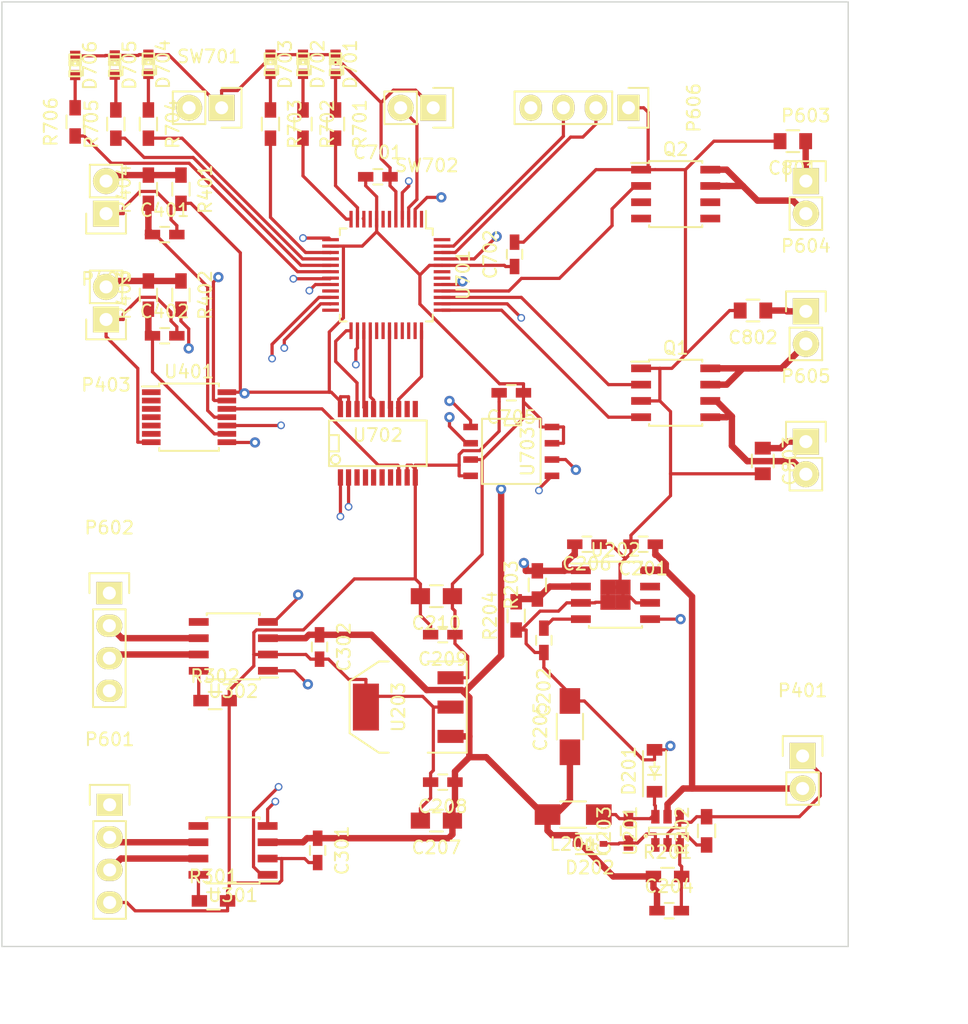
<source format=kicad_pcb>
(kicad_pcb (version 20171130) (host pcbnew "(5.1.12)-1")

  (general
    (thickness 1.6)
    (drawings 6)
    (tracks 699)
    (zones 0)
    (modules 67)
    (nets 88)
  )

  (page A4)
  (layers
    (0 F.Cu signal)
    (1 In1.Cu signal)
    (2 In2.Cu signal)
    (31 B.Cu signal)
    (32 B.Adhes user)
    (33 F.Adhes user hide)
    (34 B.Paste user)
    (35 F.Paste user)
    (36 B.SilkS user)
    (37 F.SilkS user)
    (38 B.Mask user)
    (39 F.Mask user)
    (40 Dwgs.User user)
    (41 Cmts.User user)
    (42 Eco1.User user)
    (43 Eco2.User user)
    (44 Edge.Cuts user)
    (45 Margin user)
    (46 B.CrtYd user)
    (47 F.CrtYd user)
    (48 B.Fab user)
    (49 F.Fab user)
  )

  (setup
    (last_trace_width 0.25)
    (trace_clearance 0.2)
    (zone_clearance 0.254)
    (zone_45_only no)
    (trace_min 0.007874)
    (via_size 0.8)
    (via_drill 0.4)
    (via_min_size 0.015748)
    (via_min_drill 0.3)
    (uvia_size 0.3)
    (uvia_drill 0.1)
    (uvias_allowed no)
    (uvia_min_size 0.007874)
    (uvia_min_drill 0.1)
    (edge_width 0.1)
    (segment_width 0.2)
    (pcb_text_width 0.3)
    (pcb_text_size 1.5 1.5)
    (mod_edge_width 0.15)
    (mod_text_size 1 1)
    (mod_text_width 0.15)
    (pad_size 3.6576 2.032)
    (pad_drill 0)
    (pad_to_mask_clearance 0)
    (aux_axis_origin 12.065 12.065)
    (grid_origin 12.065 12.065)
    (visible_elements 7FFFFFFF)
    (pcbplotparams
      (layerselection 0x00030_80000001)
      (usegerberextensions false)
      (usegerberattributes true)
      (usegerberadvancedattributes true)
      (creategerberjobfile true)
      (excludeedgelayer true)
      (linewidth 0.100000)
      (plotframeref false)
      (viasonmask false)
      (mode 1)
      (useauxorigin false)
      (hpglpennumber 1)
      (hpglpenspeed 20)
      (hpglpendiameter 15.000000)
      (psnegative false)
      (psa4output false)
      (plotreference true)
      (plotvalue true)
      (plotinvisibletext false)
      (padsonsilk false)
      (subtractmaskfromsilk false)
      (outputformat 1)
      (mirror false)
      (drillshape 1)
      (scaleselection 1)
      (outputdirectory ""))
  )

  (net 0 "")
  (net 1 +15V)
  (net 2 GND)
  (net 3 /Power/12V0_SS)
  (net 4 /Power/5V0_BOOST)
  (net 5 /Power/5V0_L)
  (net 6 +5V)
  (net 7 /Power/5V0_FB)
  (net 8 +12V)
  (net 9 "/Input Connectors/KEYSKWITCH_RC")
  (net 10 "/Input Connectors/CHARGESWITCH_RC")
  (net 11 "Net-(D701-Pad2)")
  (net 12 "Net-(D702-Pad2)")
  (net 13 "Net-(D703-Pad2)")
  (net 14 "Net-(D704-Pad2)")
  (net 15 "Net-(D705-Pad2)")
  (net 16 /microController/CAN_OSC2)
  (net 17 "/Input Connectors/KEYSWITCH_R")
  (net 18 "/Input Connectors/CHARGESWITCH_R")
  (net 19 "/Can transceiver/CAN1_H_I")
  (net 20 "/Can transceiver/CAN1_L_I")
  (net 21 "/Can transceiver/CAN2_H_I")
  (net 22 "/Can transceiver/CAN2_L_I")
  (net 23 /microController/MCU_RXD)
  (net 24 /microController/MCU_TXD)
  (net 25 /Power/12V0_FB)
  (net 26 "/Can transceiver/CAN1_RS")
  (net 27 "/Can transceiver/CAN2_RS")
  (net 28 /microController/CLKOUT)
  (net 29 /microController/MCU_RESET)
  (net 30 /Power/EN12V0)
  (net 31 "/Can transceiver/CAN1_TX")
  (net 32 "/Can transceiver/CAN1_RX")
  (net 33 "/Can transceiver/CAN2_TX")
  (net 34 "/Can transceiver/CAN2_RX")
  (net 35 /microController/KEYSWITCH_IN)
  (net 36 /microController/CHARGESWITCH_IN)
  (net 37 /microController/CAN1_INT)
  (net 38 /microController/CAN1_SSEL)
  (net 39 /microController/CAN1_MISO)
  (net 40 /microController/CAN1_MOSI)
  (net 41 /microController/CAN1_SCK)
  (net 42 "/Contactor Driver/CON+_LOW")
  (net 43 "/Contactor Driver/CON-_LOW")
  (net 44 "/Contactor Driver/CONPRE_LOW")
  (net 45 "/Contactor Driver/CON-")
  (net 46 "/Contactor Driver/CONPRE")
  (net 47 "/Contactor Driver/CON+")
  (net 48 /outputConnectors/14V0_BRUSA)
  (net 49 "Net-(U202-Pad7)")
  (net 50 "Net-(U301-Pad5)")
  (net 51 "Net-(U302-Pad5)")
  (net 52 "Net-(U701-Pad6)")
  (net 53 "Net-(U701-Pad7)")
  (net 54 "Net-(U701-Pad9)")
  (net 55 "Net-(U701-Pad21)")
  (net 56 "Net-(U701-Pad24)")
  (net 57 "Net-(U701-Pad29)")
  (net 58 "Net-(U701-Pad30)")
  (net 59 "Net-(U701-Pad32)")
  (net 60 "Net-(U701-Pad33)")
  (net 61 "Net-(U701-Pad34)")
  (net 62 "Net-(U701-Pad35)")
  (net 63 "Net-(U701-Pad42)")
  (net 64 "Net-(U702-Pad3)")
  (net 65 "Net-(U702-Pad4)")
  (net 66 "Net-(U702-Pad5)")
  (net 67 "Net-(U702-Pad6)")
  (net 68 "Net-(U702-Pad7)")
  (net 69 "Net-(U702-Pad11)")
  (net 70 "Net-(U702-Pad12)")
  (net 71 "Net-(U702-Pad15)")
  (net 72 "Net-(U701-Pad1)")
  (net 73 /microController/PROM_SSEL)
  (net 74 /microController/PROM_SCK)
  (net 75 /microController/PROM_MISO)
  (net 76 /microController/PROM_MOSI)
  (net 77 "Net-(U701-Pad10)")
  (net 78 +3V3)
  (net 79 /microController/IO_LED0)
  (net 80 /microController/IO_LED1)
  (net 81 /microController/IO_LED2)
  (net 82 /microController/IO_LED3)
  (net 83 /microController/IO_LED4)
  (net 84 /microController/IO_LED5)
  (net 85 "Net-(U701-Pad43)")
  (net 86 "Net-(U701-Pad48)")
  (net 87 "Net-(D706-Pad2)")

  (net_class Default "This is the default net class."
    (clearance 0.2)
    (trace_width 0.25)
    (via_dia 0.8)
    (via_drill 0.4)
    (uvia_dia 0.3)
    (uvia_drill 0.1)
    (add_net +3V3)
    (add_net "/Can transceiver/CAN1_H_I")
    (add_net "/Can transceiver/CAN1_L_I")
    (add_net "/Can transceiver/CAN1_RS")
    (add_net "/Can transceiver/CAN1_RX")
    (add_net "/Can transceiver/CAN1_TX")
    (add_net "/Can transceiver/CAN2_H_I")
    (add_net "/Can transceiver/CAN2_L_I")
    (add_net "/Can transceiver/CAN2_RS")
    (add_net "/Can transceiver/CAN2_RX")
    (add_net "/Can transceiver/CAN2_TX")
    (add_net "/Contactor Driver/CON+")
    (add_net "/Contactor Driver/CON+_LOW")
    (add_net "/Contactor Driver/CON-")
    (add_net "/Contactor Driver/CON-_LOW")
    (add_net "/Contactor Driver/CONPRE")
    (add_net "/Contactor Driver/CONPRE_LOW")
    (add_net "/Input Connectors/CHARGESWITCH_R")
    (add_net "/Input Connectors/CHARGESWITCH_RC")
    (add_net "/Input Connectors/KEYSKWITCH_RC")
    (add_net "/Input Connectors/KEYSWITCH_R")
    (add_net /Power/12V0_FB)
    (add_net /Power/12V0_SS)
    (add_net /Power/5V0_BOOST)
    (add_net /Power/5V0_FB)
    (add_net /Power/5V0_L)
    (add_net /Power/EN12V0)
    (add_net /microController/CAN1_INT)
    (add_net /microController/CAN1_MISO)
    (add_net /microController/CAN1_MOSI)
    (add_net /microController/CAN1_SCK)
    (add_net /microController/CAN1_SSEL)
    (add_net /microController/CAN_OSC2)
    (add_net /microController/CHARGESWITCH_IN)
    (add_net /microController/CLKOUT)
    (add_net /microController/IO_LED0)
    (add_net /microController/IO_LED1)
    (add_net /microController/IO_LED2)
    (add_net /microController/IO_LED3)
    (add_net /microController/IO_LED4)
    (add_net /microController/IO_LED5)
    (add_net /microController/KEYSWITCH_IN)
    (add_net /microController/MCU_RESET)
    (add_net /microController/MCU_RXD)
    (add_net /microController/MCU_TXD)
    (add_net /microController/PROM_MISO)
    (add_net /microController/PROM_MOSI)
    (add_net /microController/PROM_SCK)
    (add_net /microController/PROM_SSEL)
    (add_net /outputConnectors/14V0_BRUSA)
    (add_net GND)
    (add_net "Net-(D701-Pad2)")
    (add_net "Net-(D702-Pad2)")
    (add_net "Net-(D703-Pad2)")
    (add_net "Net-(D704-Pad2)")
    (add_net "Net-(D705-Pad2)")
    (add_net "Net-(D706-Pad2)")
    (add_net "Net-(U202-Pad7)")
    (add_net "Net-(U301-Pad5)")
    (add_net "Net-(U302-Pad5)")
    (add_net "Net-(U701-Pad1)")
    (add_net "Net-(U701-Pad10)")
    (add_net "Net-(U701-Pad21)")
    (add_net "Net-(U701-Pad24)")
    (add_net "Net-(U701-Pad29)")
    (add_net "Net-(U701-Pad30)")
    (add_net "Net-(U701-Pad32)")
    (add_net "Net-(U701-Pad33)")
    (add_net "Net-(U701-Pad34)")
    (add_net "Net-(U701-Pad35)")
    (add_net "Net-(U701-Pad42)")
    (add_net "Net-(U701-Pad43)")
    (add_net "Net-(U701-Pad48)")
    (add_net "Net-(U701-Pad6)")
    (add_net "Net-(U701-Pad7)")
    (add_net "Net-(U701-Pad9)")
    (add_net "Net-(U702-Pad11)")
    (add_net "Net-(U702-Pad12)")
    (add_net "Net-(U702-Pad15)")
    (add_net "Net-(U702-Pad3)")
    (add_net "Net-(U702-Pad4)")
    (add_net "Net-(U702-Pad5)")
    (add_net "Net-(U702-Pad6)")
    (add_net "Net-(U702-Pad7)")
  )

  (net_class POWER ""
    (clearance 0.2)
    (trace_width 0.5)
    (via_dia 0.8)
    (via_drill 0.4)
    (uvia_dia 0.3)
    (uvia_drill 0.1)
    (add_net +12V)
    (add_net +15V)
    (add_net +5V)
  )

  (module Pin_Headers:Pin_Header_Straight_1x02 (layer F.Cu) (tedit 559335C8) (tstamp 5585E5DE)
    (at 127 48.006 270)
    (descr "Through hole pin header")
    (tags "pin header")
    (path /553C01F1/557CC81E)
    (fp_text reference SW702 (at 4.5 0.5) (layer F.SilkS)
      (effects (font (size 1 1) (thickness 0.15)))
    )
    (fp_text value RESET (at -2.54 1.27) (layer F.Fab)
      (effects (font (size 1 1) (thickness 0.15)))
    )
    (fp_line (start -1.27 3.81) (end 1.27 3.81) (layer F.SilkS) (width 0.15))
    (fp_line (start -1.27 1.27) (end -1.27 3.81) (layer F.SilkS) (width 0.15))
    (fp_line (start -1.55 -1.55) (end 1.55 -1.55) (layer F.SilkS) (width 0.15))
    (fp_line (start -1.55 0) (end -1.55 -1.55) (layer F.SilkS) (width 0.15))
    (fp_line (start 1.27 1.27) (end -1.27 1.27) (layer F.SilkS) (width 0.15))
    (fp_line (start -1.75 4.3) (end 1.75 4.3) (layer F.CrtYd) (width 0.05))
    (fp_line (start -1.75 -1.75) (end 1.75 -1.75) (layer F.CrtYd) (width 0.05))
    (fp_line (start 1.75 -1.75) (end 1.75 4.3) (layer F.CrtYd) (width 0.05))
    (fp_line (start -1.75 -1.75) (end -1.75 4.3) (layer F.CrtYd) (width 0.05))
    (fp_line (start 1.55 -1.55) (end 1.55 0) (layer F.SilkS) (width 0.15))
    (fp_line (start 1.27 1.27) (end 1.27 3.81) (layer F.SilkS) (width 0.15))
    (pad 1 thru_hole rect (at 0 0 270) (size 2.032 2.032) (drill 1.016) (layers *.Cu *.Mask F.SilkS)
      (net 2 GND))
    (pad 2 thru_hole oval (at 0 2.54 270) (size 2.032 2.032) (drill 1.016) (layers *.Cu *.Mask F.SilkS)
      (net 29 /microController/MCU_RESET))
    (model Pin_Headers.3dshapes/Pin_Header_Straight_1x02.wrl
      (offset (xyz 0 -1.269999980926514 0))
      (scale (xyz 1 1 1))
      (rotate (xyz 0 0 90))
    )
  )

  (module Pin_Headers:Pin_Header_Straight_1x04 (layer F.Cu) (tedit 559335CB) (tstamp 5585AB17)
    (at 142.24 48.006 270)
    (descr "Through hole pin header")
    (tags "pin header")
    (path /553C1969/558379AA)
    (fp_text reference P606 (at 0 -5.1 270) (layer F.SilkS)
      (effects (font (size 1 1) (thickness 0.15)))
    )
    (fp_text value UART (at -2.54 3.81 180) (layer F.Fab)
      (effects (font (size 1 1) (thickness 0.15)))
    )
    (fp_line (start -1.55 -1.55) (end 1.55 -1.55) (layer F.SilkS) (width 0.15))
    (fp_line (start -1.55 0) (end -1.55 -1.55) (layer F.SilkS) (width 0.15))
    (fp_line (start 1.27 1.27) (end -1.27 1.27) (layer F.SilkS) (width 0.15))
    (fp_line (start -1.27 8.89) (end 1.27 8.89) (layer F.SilkS) (width 0.15))
    (fp_line (start 1.55 -1.55) (end 1.55 0) (layer F.SilkS) (width 0.15))
    (fp_line (start 1.27 1.27) (end 1.27 8.89) (layer F.SilkS) (width 0.15))
    (fp_line (start -1.27 1.27) (end -1.27 8.89) (layer F.SilkS) (width 0.15))
    (fp_line (start -1.75 9.4) (end 1.75 9.4) (layer F.CrtYd) (width 0.05))
    (fp_line (start -1.75 -1.75) (end 1.75 -1.75) (layer F.CrtYd) (width 0.05))
    (fp_line (start 1.75 -1.75) (end 1.75 9.4) (layer F.CrtYd) (width 0.05))
    (fp_line (start -1.75 -1.75) (end -1.75 9.4) (layer F.CrtYd) (width 0.05))
    (pad 1 thru_hole rect (at 0 0 270) (size 2.032 1.7272) (drill 1.016) (layers *.Cu *.Mask F.SilkS)
      (net 2 GND))
    (pad 2 thru_hole oval (at 0 2.54 270) (size 2.032 1.7272) (drill 1.016) (layers *.Cu *.Mask F.SilkS)
      (net 23 /microController/MCU_RXD))
    (pad 3 thru_hole oval (at 0 5.08 270) (size 2.032 1.7272) (drill 1.016) (layers *.Cu *.Mask F.SilkS)
      (net 24 /microController/MCU_TXD))
    (pad 4 thru_hole oval (at 0 7.62 270) (size 2.032 1.7272) (drill 1.016) (layers *.Cu *.Mask F.SilkS)
      (net 6 +5V))
    (model Pin_Headers.3dshapes/Pin_Header_Straight_1x04.wrl
      (offset (xyz 0 -3.809999942779541 0))
      (scale (xyz 1 1 1))
      (rotate (xyz 0 0 90))
    )
  )

  (module Pin_Headers:Pin_Header_Straight_1x02 (layer F.Cu) (tedit 559335C2) (tstamp 5585E5D9)
    (at 110.49 48.006 270)
    (descr "Through hole pin header")
    (tags "pin header")
    (path /553C01F1/55450B97)
    (fp_text reference SW701 (at -4 1) (layer F.SilkS)
      (effects (font (size 1 1) (thickness 0.15)))
    )
    (fp_text value ISP (at -2.54 1.27) (layer F.Fab)
      (effects (font (size 1 1) (thickness 0.15)))
    )
    (fp_line (start -1.27 3.81) (end 1.27 3.81) (layer F.SilkS) (width 0.15))
    (fp_line (start -1.27 1.27) (end -1.27 3.81) (layer F.SilkS) (width 0.15))
    (fp_line (start -1.55 -1.55) (end 1.55 -1.55) (layer F.SilkS) (width 0.15))
    (fp_line (start -1.55 0) (end -1.55 -1.55) (layer F.SilkS) (width 0.15))
    (fp_line (start 1.27 1.27) (end -1.27 1.27) (layer F.SilkS) (width 0.15))
    (fp_line (start -1.75 4.3) (end 1.75 4.3) (layer F.CrtYd) (width 0.05))
    (fp_line (start -1.75 -1.75) (end 1.75 -1.75) (layer F.CrtYd) (width 0.05))
    (fp_line (start 1.75 -1.75) (end 1.75 4.3) (layer F.CrtYd) (width 0.05))
    (fp_line (start -1.75 -1.75) (end -1.75 4.3) (layer F.CrtYd) (width 0.05))
    (fp_line (start 1.55 -1.55) (end 1.55 0) (layer F.SilkS) (width 0.15))
    (fp_line (start 1.27 1.27) (end 1.27 3.81) (layer F.SilkS) (width 0.15))
    (pad 1 thru_hole rect (at 0 0 270) (size 2.032 2.032) (drill 1.016) (layers *.Cu *.Mask F.SilkS)
      (net 2 GND))
    (pad 2 thru_hole oval (at 0 2.54 270) (size 2.032 2.032) (drill 1.016) (layers *.Cu *.Mask F.SilkS)
      (net 28 /microController/CLKOUT))
    (model Pin_Headers.3dshapes/Pin_Header_Straight_1x02.wrl
      (offset (xyz 0 -1.269999980926514 0))
      (scale (xyz 1 1 1))
      (rotate (xyz 0 0 90))
    )
  )

  (module Capacitors_SMD:C_0603_HandSoldering (layer F.Cu) (tedit 541A9B4D) (tstamp 5585AA31)
    (at 143.383 82.042 180)
    (descr "Capacitor SMD 0603, hand soldering")
    (tags "capacitor 0603")
    (path /553C00A1/557A5A7B)
    (attr smd)
    (fp_text reference C201 (at 0 -1.9 180) (layer F.SilkS)
      (effects (font (size 1 1) (thickness 0.15)))
    )
    (fp_text value 1uF (at 0 1.9 180) (layer F.Fab)
      (effects (font (size 1 1) (thickness 0.15)))
    )
    (fp_line (start 0.35 0.6) (end -0.35 0.6) (layer F.SilkS) (width 0.15))
    (fp_line (start -0.35 -0.6) (end 0.35 -0.6) (layer F.SilkS) (width 0.15))
    (fp_line (start 1.85 -0.75) (end 1.85 0.75) (layer F.CrtYd) (width 0.05))
    (fp_line (start -1.85 -0.75) (end -1.85 0.75) (layer F.CrtYd) (width 0.05))
    (fp_line (start -1.85 0.75) (end 1.85 0.75) (layer F.CrtYd) (width 0.05))
    (fp_line (start -1.85 -0.75) (end 1.85 -0.75) (layer F.CrtYd) (width 0.05))
    (pad 1 smd rect (at -0.95 0 180) (size 1.2 0.75) (layers F.Cu F.Paste F.Mask)
      (net 1 +15V))
    (pad 2 smd rect (at 0.95 0 180) (size 1.2 0.75) (layers F.Cu F.Paste F.Mask)
      (net 2 GND))
    (model Capacitors_SMD.3dshapes/C_0603_HandSoldering.wrl
      (at (xyz 0 0 0))
      (scale (xyz 1 1 1))
      (rotate (xyz 0 0 0))
    )
  )

  (module Capacitors_SMD:C_0603_HandSoldering (layer F.Cu) (tedit 5593362C) (tstamp 5585AA37)
    (at 135.636 89.535 270)
    (descr "Capacitor SMD 0603, hand soldering")
    (tags "capacitor 0603")
    (path /553C00A1/557A5D00)
    (attr smd)
    (fp_text reference C202 (at 4.064 0 270) (layer F.SilkS)
      (effects (font (size 1 1) (thickness 0.15)))
    )
    (fp_text value 10nF (at 1.016 -2.794) (layer F.Fab)
      (effects (font (size 1 1) (thickness 0.15)))
    )
    (fp_line (start 0.35 0.6) (end -0.35 0.6) (layer F.SilkS) (width 0.15))
    (fp_line (start -0.35 -0.6) (end 0.35 -0.6) (layer F.SilkS) (width 0.15))
    (fp_line (start 1.85 -0.75) (end 1.85 0.75) (layer F.CrtYd) (width 0.05))
    (fp_line (start -1.85 -0.75) (end -1.85 0.75) (layer F.CrtYd) (width 0.05))
    (fp_line (start -1.85 0.75) (end 1.85 0.75) (layer F.CrtYd) (width 0.05))
    (fp_line (start -1.85 -0.75) (end 1.85 -0.75) (layer F.CrtYd) (width 0.05))
    (pad 1 smd rect (at -0.95 0 270) (size 1.2 0.75) (layers F.Cu F.Paste F.Mask)
      (net 3 /Power/12V0_SS))
    (pad 2 smd rect (at 0.95 0 270) (size 1.2 0.75) (layers F.Cu F.Paste F.Mask)
      (net 2 GND))
    (model Capacitors_SMD.3dshapes/C_0603_HandSoldering.wrl
      (at (xyz 0 0 0))
      (scale (xyz 1 1 1))
      (rotate (xyz 0 0 0))
    )
  )

  (module Capacitors_SMD:C_0603_HandSoldering (layer F.Cu) (tedit 5593363A) (tstamp 5585AA3D)
    (at 142.24 104.394 90)
    (descr "Capacitor SMD 0603, hand soldering")
    (tags "capacitor 0603")
    (path /553C00A1/556ADB40)
    (attr smd)
    (fp_text reference C203 (at 0 -1.9 90) (layer F.SilkS)
      (effects (font (size 1 1) (thickness 0.15)))
    )
    (fp_text value 0.22pF (at 4.953 0 270) (layer F.Fab)
      (effects (font (size 1 1) (thickness 0.15)))
    )
    (fp_line (start 0.35 0.6) (end -0.35 0.6) (layer F.SilkS) (width 0.15))
    (fp_line (start -0.35 -0.6) (end 0.35 -0.6) (layer F.SilkS) (width 0.15))
    (fp_line (start 1.85 -0.75) (end 1.85 0.75) (layer F.CrtYd) (width 0.05))
    (fp_line (start -1.85 -0.75) (end -1.85 0.75) (layer F.CrtYd) (width 0.05))
    (fp_line (start -1.85 0.75) (end 1.85 0.75) (layer F.CrtYd) (width 0.05))
    (fp_line (start -1.85 -0.75) (end 1.85 -0.75) (layer F.CrtYd) (width 0.05))
    (pad 1 smd rect (at -0.95 0 90) (size 1.2 0.75) (layers F.Cu F.Paste F.Mask)
      (net 4 /Power/5V0_BOOST))
    (pad 2 smd rect (at 0.95 0 90) (size 1.2 0.75) (layers F.Cu F.Paste F.Mask)
      (net 5 /Power/5V0_L))
    (model Capacitors_SMD.3dshapes/C_0603_HandSoldering.wrl
      (at (xyz 0 0 0))
      (scale (xyz 1 1 1))
      (rotate (xyz 0 0 0))
    )
  )

  (module Capacitors_SMD:C_1206_HandSoldering (layer F.Cu) (tedit 5) (tstamp 5585AA49)
    (at 137.668 96.266 90)
    (descr "Capacitor SMD 1206, hand soldering")
    (tags "capacitor 1206")
    (path /553C00A1/556ADF10)
    (attr smd)
    (fp_text reference C205 (at 0 -2.3 90) (layer F.SilkS)
      (effects (font (size 1 1) (thickness 0.15)))
    )
    (fp_text value 100uF (at 0 -3.556 180) (layer F.Fab)
      (effects (font (size 1 1) (thickness 0.15)))
    )
    (fp_line (start -1 1.025) (end 1 1.025) (layer F.SilkS) (width 0.15))
    (fp_line (start 1 -1.025) (end -1 -1.025) (layer F.SilkS) (width 0.15))
    (fp_line (start 3.3 -1.15) (end 3.3 1.15) (layer F.CrtYd) (width 0.05))
    (fp_line (start -3.3 -1.15) (end -3.3 1.15) (layer F.CrtYd) (width 0.05))
    (fp_line (start -3.3 1.15) (end 3.3 1.15) (layer F.CrtYd) (width 0.05))
    (fp_line (start -3.3 -1.15) (end 3.3 -1.15) (layer F.CrtYd) (width 0.05))
    (pad 1 smd rect (at -2 0 90) (size 2 1.6) (layers F.Cu F.Paste F.Mask)
      (net 6 +5V))
    (pad 2 smd rect (at 2 0 90) (size 2 1.6) (layers F.Cu F.Paste F.Mask)
      (net 2 GND))
    (model Capacitors_SMD.3dshapes/C_1206_HandSoldering.wrl
      (at (xyz 0 0 0))
      (scale (xyz 1 1 1))
      (rotate (xyz 0 0 0))
    )
  )

  (module Capacitors_SMD:C_0603_HandSoldering (layer F.Cu) (tedit 0) (tstamp 5585AA4F)
    (at 138.999 82.042)
    (descr "Capacitor SMD 0603, hand soldering")
    (tags "capacitor 0603")
    (path /553C00A1/557A6259)
    (attr smd)
    (fp_text reference C206 (at 0 1.524) (layer F.SilkS)
      (effects (font (size 1 1) (thickness 0.15)))
    )
    (fp_text value 1uF (at -0.061 -1.524) (layer F.Fab)
      (effects (font (size 1 1) (thickness 0.15)))
    )
    (fp_line (start 0.35 0.6) (end -0.35 0.6) (layer F.SilkS) (width 0.15))
    (fp_line (start -0.35 -0.6) (end 0.35 -0.6) (layer F.SilkS) (width 0.15))
    (fp_line (start 1.85 -0.75) (end 1.85 0.75) (layer F.CrtYd) (width 0.05))
    (fp_line (start -1.85 -0.75) (end -1.85 0.75) (layer F.CrtYd) (width 0.05))
    (fp_line (start -1.85 0.75) (end 1.85 0.75) (layer F.CrtYd) (width 0.05))
    (fp_line (start -1.85 -0.75) (end 1.85 -0.75) (layer F.CrtYd) (width 0.05))
    (pad 1 smd rect (at -0.95 0) (size 1.2 0.75) (layers F.Cu F.Paste F.Mask)
      (net 8 +12V))
    (pad 2 smd rect (at 0.95 0) (size 1.2 0.75) (layers F.Cu F.Paste F.Mask)
      (net 2 GND))
    (model Capacitors_SMD.3dshapes/C_0603_HandSoldering.wrl
      (at (xyz 0 0 0))
      (scale (xyz 1 1 1))
      (rotate (xyz 0 0 0))
    )
  )

  (module Capacitors_SMD:C_0805_HandSoldering (layer F.Cu) (tedit 55933615) (tstamp 5585AA55)
    (at 127.249 103.594 180)
    (descr "Capacitor SMD 0805, hand soldering")
    (tags "capacitor 0805")
    (path /553C00A1/553BF859)
    (attr smd)
    (fp_text reference C207 (at 0 -2.1 180) (layer F.SilkS)
      (effects (font (size 1 1) (thickness 0.15)))
    )
    (fp_text value 10u (at 0.249 -2.197 180) (layer F.Fab)
      (effects (font (size 1 1) (thickness 0.15)))
    )
    (fp_line (start -0.5 0.85) (end 0.5 0.85) (layer F.SilkS) (width 0.15))
    (fp_line (start 0.5 -0.85) (end -0.5 -0.85) (layer F.SilkS) (width 0.15))
    (fp_line (start 2.3 -1) (end 2.3 1) (layer F.CrtYd) (width 0.05))
    (fp_line (start -2.3 -1) (end -2.3 1) (layer F.CrtYd) (width 0.05))
    (fp_line (start -2.3 1) (end 2.3 1) (layer F.CrtYd) (width 0.05))
    (fp_line (start -2.3 -1) (end 2.3 -1) (layer F.CrtYd) (width 0.05))
    (pad 1 smd rect (at -1.25 0 180) (size 1.5 1.25) (layers F.Cu F.Paste F.Mask)
      (net 6 +5V))
    (pad 2 smd rect (at 1.25 0 180) (size 1.5 1.25) (layers F.Cu F.Paste F.Mask)
      (net 2 GND))
    (model Capacitors_SMD.3dshapes/C_0805_HandSoldering.wrl
      (at (xyz 0 0 0))
      (scale (xyz 1 1 1))
      (rotate (xyz 0 0 0))
    )
  )

  (module Capacitors_SMD:C_0603_HandSoldering (layer F.Cu) (tedit 55933619) (tstamp 5585AA5B)
    (at 127.749 100.594 180)
    (descr "Capacitor SMD 0603, hand soldering")
    (tags "capacitor 0603")
    (path /553C00A1/553BF822)
    (attr smd)
    (fp_text reference C208 (at 0 -1.9 180) (layer F.SilkS)
      (effects (font (size 1 1) (thickness 0.15)))
    )
    (fp_text value 100n (at -4.331 -0.117 180) (layer F.Fab)
      (effects (font (size 1 1) (thickness 0.15)))
    )
    (fp_line (start 0.35 0.6) (end -0.35 0.6) (layer F.SilkS) (width 0.15))
    (fp_line (start -0.35 -0.6) (end 0.35 -0.6) (layer F.SilkS) (width 0.15))
    (fp_line (start 1.85 -0.75) (end 1.85 0.75) (layer F.CrtYd) (width 0.05))
    (fp_line (start -1.85 -0.75) (end -1.85 0.75) (layer F.CrtYd) (width 0.05))
    (fp_line (start -1.85 0.75) (end 1.85 0.75) (layer F.CrtYd) (width 0.05))
    (fp_line (start -1.85 -0.75) (end 1.85 -0.75) (layer F.CrtYd) (width 0.05))
    (pad 1 smd rect (at -0.95 0 180) (size 1.2 0.75) (layers F.Cu F.Paste F.Mask)
      (net 6 +5V))
    (pad 2 smd rect (at 0.95 0 180) (size 1.2 0.75) (layers F.Cu F.Paste F.Mask)
      (net 2 GND))
    (model Capacitors_SMD.3dshapes/C_0603_HandSoldering.wrl
      (at (xyz 0 0 0))
      (scale (xyz 1 1 1))
      (rotate (xyz 0 0 0))
    )
  )

  (module Capacitors_SMD:C_0603_HandSoldering (layer F.Cu) (tedit 5593361F) (tstamp 5585AA61)
    (at 127.749 89.094 180)
    (descr "Capacitor SMD 0603, hand soldering")
    (tags "capacitor 0603")
    (path /553C00A1/553BF886)
    (attr smd)
    (fp_text reference C209 (at 0 -1.9 180) (layer F.SilkS)
      (effects (font (size 1 1) (thickness 0.15)))
    )
    (fp_text value 100n (at 3.924 -0.187 180) (layer F.Fab)
      (effects (font (size 1 1) (thickness 0.15)))
    )
    (fp_line (start 0.35 0.6) (end -0.35 0.6) (layer F.SilkS) (width 0.15))
    (fp_line (start -0.35 -0.6) (end 0.35 -0.6) (layer F.SilkS) (width 0.15))
    (fp_line (start 1.85 -0.75) (end 1.85 0.75) (layer F.CrtYd) (width 0.05))
    (fp_line (start -1.85 -0.75) (end -1.85 0.75) (layer F.CrtYd) (width 0.05))
    (fp_line (start -1.85 0.75) (end 1.85 0.75) (layer F.CrtYd) (width 0.05))
    (fp_line (start -1.85 -0.75) (end 1.85 -0.75) (layer F.CrtYd) (width 0.05))
    (pad 1 smd rect (at -0.95 0 180) (size 1.2 0.75) (layers F.Cu F.Paste F.Mask)
      (net 78 +3V3))
    (pad 2 smd rect (at 0.95 0 180) (size 1.2 0.75) (layers F.Cu F.Paste F.Mask)
      (net 2 GND))
    (model Capacitors_SMD.3dshapes/C_0603_HandSoldering.wrl
      (at (xyz 0 0 0))
      (scale (xyz 1 1 1))
      (rotate (xyz 0 0 0))
    )
  )

  (module Capacitors_SMD:C_0805_HandSoldering (layer F.Cu) (tedit 541A9B8D) (tstamp 5585AA67)
    (at 127.249 86.094 180)
    (descr "Capacitor SMD 0805, hand soldering")
    (tags "capacitor 0805")
    (path /553C00A1/553BF8AF)
    (attr smd)
    (fp_text reference C210 (at 0 -2.1 180) (layer F.SilkS)
      (effects (font (size 1 1) (thickness 0.15)))
    )
    (fp_text value 10u (at 0 2.1 180) (layer F.Fab)
      (effects (font (size 1 1) (thickness 0.15)))
    )
    (fp_line (start -0.5 0.85) (end 0.5 0.85) (layer F.SilkS) (width 0.15))
    (fp_line (start 0.5 -0.85) (end -0.5 -0.85) (layer F.SilkS) (width 0.15))
    (fp_line (start 2.3 -1) (end 2.3 1) (layer F.CrtYd) (width 0.05))
    (fp_line (start -2.3 -1) (end -2.3 1) (layer F.CrtYd) (width 0.05))
    (fp_line (start -2.3 1) (end 2.3 1) (layer F.CrtYd) (width 0.05))
    (fp_line (start -2.3 -1) (end 2.3 -1) (layer F.CrtYd) (width 0.05))
    (pad 1 smd rect (at -1.25 0 180) (size 1.5 1.25) (layers F.Cu F.Paste F.Mask)
      (net 78 +3V3))
    (pad 2 smd rect (at 1.25 0 180) (size 1.5 1.25) (layers F.Cu F.Paste F.Mask)
      (net 2 GND))
    (model Capacitors_SMD.3dshapes/C_0805_HandSoldering.wrl
      (at (xyz 0 0 0))
      (scale (xyz 1 1 1))
      (rotate (xyz 0 0 0))
    )
  )

  (module Capacitors_SMD:C_0603_HandSoldering (layer F.Cu) (tedit 541A9B4D) (tstamp 5585AA6D)
    (at 117.983 105.918 270)
    (descr "Capacitor SMD 0603, hand soldering")
    (tags "capacitor 0603")
    (path /553C04EB/556A4F72)
    (attr smd)
    (fp_text reference C301 (at 0 -1.9 270) (layer F.SilkS)
      (effects (font (size 1 1) (thickness 0.15)))
    )
    (fp_text value 0.1uF (at 0 1.9 270) (layer F.Fab)
      (effects (font (size 1 1) (thickness 0.15)))
    )
    (fp_line (start 0.35 0.6) (end -0.35 0.6) (layer F.SilkS) (width 0.15))
    (fp_line (start -0.35 -0.6) (end 0.35 -0.6) (layer F.SilkS) (width 0.15))
    (fp_line (start 1.85 -0.75) (end 1.85 0.75) (layer F.CrtYd) (width 0.05))
    (fp_line (start -1.85 -0.75) (end -1.85 0.75) (layer F.CrtYd) (width 0.05))
    (fp_line (start -1.85 0.75) (end 1.85 0.75) (layer F.CrtYd) (width 0.05))
    (fp_line (start -1.85 -0.75) (end 1.85 -0.75) (layer F.CrtYd) (width 0.05))
    (pad 1 smd rect (at -0.95 0 270) (size 1.2 0.75) (layers F.Cu F.Paste F.Mask)
      (net 6 +5V))
    (pad 2 smd rect (at 0.95 0 270) (size 1.2 0.75) (layers F.Cu F.Paste F.Mask)
      (net 2 GND))
    (model Capacitors_SMD.3dshapes/C_0603_HandSoldering.wrl
      (at (xyz 0 0 0))
      (scale (xyz 1 1 1))
      (rotate (xyz 0 0 0))
    )
  )

  (module Capacitors_SMD:C_0603_HandSoldering (layer F.Cu) (tedit 541A9B4D) (tstamp 5585AA73)
    (at 118.131 90.054 270)
    (descr "Capacitor SMD 0603, hand soldering")
    (tags "capacitor 0603")
    (path /553C04EB/556A4BBA)
    (attr smd)
    (fp_text reference C302 (at 0 -1.9 270) (layer F.SilkS)
      (effects (font (size 1 1) (thickness 0.15)))
    )
    (fp_text value 0.1uF (at 0 1.9 270) (layer F.Fab)
      (effects (font (size 1 1) (thickness 0.15)))
    )
    (fp_line (start 0.35 0.6) (end -0.35 0.6) (layer F.SilkS) (width 0.15))
    (fp_line (start -0.35 -0.6) (end 0.35 -0.6) (layer F.SilkS) (width 0.15))
    (fp_line (start 1.85 -0.75) (end 1.85 0.75) (layer F.CrtYd) (width 0.05))
    (fp_line (start -1.85 -0.75) (end -1.85 0.75) (layer F.CrtYd) (width 0.05))
    (fp_line (start -1.85 0.75) (end 1.85 0.75) (layer F.CrtYd) (width 0.05))
    (fp_line (start -1.85 -0.75) (end 1.85 -0.75) (layer F.CrtYd) (width 0.05))
    (pad 1 smd rect (at -0.95 0 270) (size 1.2 0.75) (layers F.Cu F.Paste F.Mask)
      (net 6 +5V))
    (pad 2 smd rect (at 0.95 0 270) (size 1.2 0.75) (layers F.Cu F.Paste F.Mask)
      (net 2 GND))
    (model Capacitors_SMD.3dshapes/C_0603_HandSoldering.wrl
      (at (xyz 0 0 0))
      (scale (xyz 1 1 1))
      (rotate (xyz 0 0 0))
    )
  )

  (module Capacitors_SMD:C_0603_HandSoldering (layer F.Cu) (tedit 541A9B4D) (tstamp 5585AA79)
    (at 106.045 57.894)
    (descr "Capacitor SMD 0603, hand soldering")
    (tags "capacitor 0603")
    (path /553C18E8/554E644F)
    (attr smd)
    (fp_text reference C401 (at 0 -1.9) (layer F.SilkS)
      (effects (font (size 1 1) (thickness 0.15)))
    )
    (fp_text value 1uF (at 0 1.9) (layer F.Fab)
      (effects (font (size 1 1) (thickness 0.15)))
    )
    (fp_line (start 0.35 0.6) (end -0.35 0.6) (layer F.SilkS) (width 0.15))
    (fp_line (start -0.35 -0.6) (end 0.35 -0.6) (layer F.SilkS) (width 0.15))
    (fp_line (start 1.85 -0.75) (end 1.85 0.75) (layer F.CrtYd) (width 0.05))
    (fp_line (start -1.85 -0.75) (end -1.85 0.75) (layer F.CrtYd) (width 0.05))
    (fp_line (start -1.85 0.75) (end 1.85 0.75) (layer F.CrtYd) (width 0.05))
    (fp_line (start -1.85 -0.75) (end 1.85 -0.75) (layer F.CrtYd) (width 0.05))
    (pad 1 smd rect (at -0.95 0) (size 1.2 0.75) (layers F.Cu F.Paste F.Mask)
      (net 9 "/Input Connectors/KEYSKWITCH_RC"))
    (pad 2 smd rect (at 0.95 0) (size 1.2 0.75) (layers F.Cu F.Paste F.Mask)
      (net 2 GND))
    (model Capacitors_SMD.3dshapes/C_0603_HandSoldering.wrl
      (at (xyz 0 0 0))
      (scale (xyz 1 1 1))
      (rotate (xyz 0 0 0))
    )
  )

  (module Capacitors_SMD:C_0603_HandSoldering (layer F.Cu) (tedit 541A9B4D) (tstamp 5585AA7F)
    (at 106.045 65.786)
    (descr "Capacitor SMD 0603, hand soldering")
    (tags "capacitor 0603")
    (path /553C18E8/557AD8DE)
    (attr smd)
    (fp_text reference C402 (at 0 -1.9) (layer F.SilkS)
      (effects (font (size 1 1) (thickness 0.15)))
    )
    (fp_text value 1uF (at 0 1.9) (layer F.Fab)
      (effects (font (size 1 1) (thickness 0.15)))
    )
    (fp_line (start 0.35 0.6) (end -0.35 0.6) (layer F.SilkS) (width 0.15))
    (fp_line (start -0.35 -0.6) (end 0.35 -0.6) (layer F.SilkS) (width 0.15))
    (fp_line (start 1.85 -0.75) (end 1.85 0.75) (layer F.CrtYd) (width 0.05))
    (fp_line (start -1.85 -0.75) (end -1.85 0.75) (layer F.CrtYd) (width 0.05))
    (fp_line (start -1.85 0.75) (end 1.85 0.75) (layer F.CrtYd) (width 0.05))
    (fp_line (start -1.85 -0.75) (end 1.85 -0.75) (layer F.CrtYd) (width 0.05))
    (pad 1 smd rect (at -0.95 0) (size 1.2 0.75) (layers F.Cu F.Paste F.Mask)
      (net 10 "/Input Connectors/CHARGESWITCH_RC"))
    (pad 2 smd rect (at 0.95 0) (size 1.2 0.75) (layers F.Cu F.Paste F.Mask)
      (net 2 GND))
    (model Capacitors_SMD.3dshapes/C_0603_HandSoldering.wrl
      (at (xyz 0 0 0))
      (scale (xyz 1 1 1))
      (rotate (xyz 0 0 0))
    )
  )

  (module Capacitors_SMD:C_0603_HandSoldering (layer F.Cu) (tedit 559335DA) (tstamp 5585AA85)
    (at 122.683 53.388)
    (descr "Capacitor SMD 0603, hand soldering")
    (tags "capacitor 0603")
    (path /553C01F1/55452519)
    (attr smd)
    (fp_text reference C701 (at 0 -1.9) (layer F.SilkS)
      (effects (font (size 1 1) (thickness 0.15)))
    )
    (fp_text value 100n (at 3.682 0.333) (layer F.Fab)
      (effects (font (size 1 1) (thickness 0.15)))
    )
    (fp_line (start 0.35 0.6) (end -0.35 0.6) (layer F.SilkS) (width 0.15))
    (fp_line (start -0.35 -0.6) (end 0.35 -0.6) (layer F.SilkS) (width 0.15))
    (fp_line (start 1.85 -0.75) (end 1.85 0.75) (layer F.CrtYd) (width 0.05))
    (fp_line (start -1.85 -0.75) (end -1.85 0.75) (layer F.CrtYd) (width 0.05))
    (fp_line (start -1.85 0.75) (end 1.85 0.75) (layer F.CrtYd) (width 0.05))
    (fp_line (start -1.85 -0.75) (end 1.85 -0.75) (layer F.CrtYd) (width 0.05))
    (pad 1 smd rect (at -0.95 0) (size 1.2 0.75) (layers F.Cu F.Paste F.Mask)
      (net 78 +3V3))
    (pad 2 smd rect (at 0.95 0) (size 1.2 0.75) (layers F.Cu F.Paste F.Mask)
      (net 2 GND))
    (model Capacitors_SMD.3dshapes/C_0603_HandSoldering.wrl
      (at (xyz 0 0 0))
      (scale (xyz 1 1 1))
      (rotate (xyz 0 0 0))
    )
  )

  (module Capacitors_SMD:C_0603_HandSoldering (layer F.Cu) (tedit 541A9B4D) (tstamp 5585AA8B)
    (at 133.35 59.436 90)
    (descr "Capacitor SMD 0603, hand soldering")
    (tags "capacitor 0603")
    (path /553C01F1/55452581)
    (attr smd)
    (fp_text reference C702 (at 0 -1.9 90) (layer F.SilkS)
      (effects (font (size 1 1) (thickness 0.15)))
    )
    (fp_text value 100n (at 0 1.9 90) (layer F.Fab)
      (effects (font (size 1 1) (thickness 0.15)))
    )
    (fp_line (start 0.35 0.6) (end -0.35 0.6) (layer F.SilkS) (width 0.15))
    (fp_line (start -0.35 -0.6) (end 0.35 -0.6) (layer F.SilkS) (width 0.15))
    (fp_line (start 1.85 -0.75) (end 1.85 0.75) (layer F.CrtYd) (width 0.05))
    (fp_line (start -1.85 -0.75) (end -1.85 0.75) (layer F.CrtYd) (width 0.05))
    (fp_line (start -1.85 0.75) (end 1.85 0.75) (layer F.CrtYd) (width 0.05))
    (fp_line (start -1.85 -0.75) (end 1.85 -0.75) (layer F.CrtYd) (width 0.05))
    (pad 1 smd rect (at -0.95 0 90) (size 1.2 0.75) (layers F.Cu F.Paste F.Mask)
      (net 78 +3V3))
    (pad 2 smd rect (at 0.95 0 90) (size 1.2 0.75) (layers F.Cu F.Paste F.Mask)
      (net 2 GND))
    (model Capacitors_SMD.3dshapes/C_0603_HandSoldering.wrl
      (at (xyz 0 0 0))
      (scale (xyz 1 1 1))
      (rotate (xyz 0 0 0))
    )
  )

  (module Capacitors_SMD:C_0603_HandSoldering (layer F.Cu) (tedit 541A9B4D) (tstamp 5585AA9D)
    (at 133.096 70.231 180)
    (descr "Capacitor SMD 0603, hand soldering")
    (tags "capacitor 0603")
    (path /553C01F1/556AA5A3)
    (attr smd)
    (fp_text reference C705 (at 0 -1.9 180) (layer F.SilkS)
      (effects (font (size 1 1) (thickness 0.15)))
    )
    (fp_text value 0.1uF (at 0 1.9 180) (layer F.Fab)
      (effects (font (size 1 1) (thickness 0.15)))
    )
    (fp_line (start 0.35 0.6) (end -0.35 0.6) (layer F.SilkS) (width 0.15))
    (fp_line (start -0.35 -0.6) (end 0.35 -0.6) (layer F.SilkS) (width 0.15))
    (fp_line (start 1.85 -0.75) (end 1.85 0.75) (layer F.CrtYd) (width 0.05))
    (fp_line (start -1.85 -0.75) (end -1.85 0.75) (layer F.CrtYd) (width 0.05))
    (fp_line (start -1.85 0.75) (end 1.85 0.75) (layer F.CrtYd) (width 0.05))
    (fp_line (start -1.85 -0.75) (end 1.85 -0.75) (layer F.CrtYd) (width 0.05))
    (pad 1 smd rect (at -0.95 0 180) (size 1.2 0.75) (layers F.Cu F.Paste F.Mask)
      (net 78 +3V3))
    (pad 2 smd rect (at 0.95 0 180) (size 1.2 0.75) (layers F.Cu F.Paste F.Mask)
      (net 2 GND))
    (model Capacitors_SMD.3dshapes/C_0603_HandSoldering.wrl
      (at (xyz 0 0 0))
      (scale (xyz 1 1 1))
      (rotate (xyz 0 0 0))
    )
  )

  (module Diodes_SMD:SOD-123 (layer F.Cu) (tedit 5589E23E) (tstamp 5585AAA3)
    (at 144.272 99.711 90)
    (descr SOD-123)
    (tags SOD-123)
    (path /553C00A1/556ADA39)
    (attr smd)
    (fp_text reference D201 (at 0 -2 90) (layer F.SilkS)
      (effects (font (size 1 1) (thickness 0.15)))
    )
    (fp_text value MBR0540 (at 3.953 2.286 180) (layer F.Fab)
      (effects (font (size 1 1) (thickness 0.15)))
    )
    (fp_line (start -2 -0.9) (end 1.54 -0.9) (layer F.SilkS) (width 0.15))
    (fp_line (start -2 0.9) (end 1.54 0.9) (layer F.SilkS) (width 0.15))
    (fp_line (start -2.25 -1.05) (end -2.25 1.05) (layer F.CrtYd) (width 0.05))
    (fp_line (start 2.25 1.05) (end -2.25 1.05) (layer F.CrtYd) (width 0.05))
    (fp_line (start 2.25 -1.05) (end 2.25 1.05) (layer F.CrtYd) (width 0.05))
    (fp_line (start -2.25 -1.05) (end 2.25 -1.05) (layer F.CrtYd) (width 0.05))
    (fp_line (start -0.3175 -0.508) (end -0.3175 0.508) (layer F.SilkS) (width 0.15))
    (fp_line (start 0.3175 0.381) (end -0.3175 0) (layer F.SilkS) (width 0.15))
    (fp_line (start 0.3175 -0.381) (end 0.3175 0.381) (layer F.SilkS) (width 0.15))
    (fp_line (start -0.3175 0) (end 0.3175 -0.381) (layer F.SilkS) (width 0.15))
    (fp_line (start -0.6985 0) (end -0.3175 0) (layer F.SilkS) (width 0.15))
    (fp_line (start 0.3175 0) (end 0.6985 0) (layer F.SilkS) (width 0.15))
    (pad 1 smd rect (at -1.635 0 90) (size 0.91 1.22) (layers F.Cu F.Paste F.Mask)
      (net 5 /Power/5V0_L))
    (pad 2 smd rect (at 1.635 0 90) (size 0.91 1.22) (layers F.Cu F.Paste F.Mask)
      (net 2 GND))
  )

  (module Diodes_SMD:SOD-323 (layer F.Cu) (tedit 55933634) (tstamp 5585AAA9)
    (at 139.231 105.41 180)
    (descr SOD-323)
    (tags SOD-323)
    (path /553C00A1/556ADE46)
    (attr smd)
    (fp_text reference D202 (at 0 -1.85 180) (layer F.SilkS)
      (effects (font (size 1 1) (thickness 0.15)))
    )
    (fp_text value CMDSH-3 (at 2.071 -2.286 180) (layer F.Fab)
      (effects (font (size 1 1) (thickness 0.15)))
    )
    (fp_line (start -1.3 -0.8) (end 1.1 -0.8) (layer F.SilkS) (width 0.15))
    (fp_line (start -1.3 0.8) (end 1.1 0.8) (layer F.SilkS) (width 0.15))
    (fp_line (start -1.5 -0.95) (end -1.5 0.95) (layer F.CrtYd) (width 0.05))
    (fp_line (start -1.5 0.95) (end 1.5 0.95) (layer F.CrtYd) (width 0.05))
    (fp_line (start 1.5 -0.95) (end 1.5 0.95) (layer F.CrtYd) (width 0.05))
    (fp_line (start -1.5 -0.95) (end 1.5 -0.95) (layer F.CrtYd) (width 0.05))
    (fp_line (start -0.25 -0.35) (end -0.25 0.35) (layer F.SilkS) (width 0.15))
    (fp_line (start 0.25 0.35) (end -0.25 0) (layer F.SilkS) (width 0.15))
    (fp_line (start 0.25 -0.35) (end 0.25 0.35) (layer F.SilkS) (width 0.15))
    (fp_line (start -0.25 0) (end 0.25 -0.35) (layer F.SilkS) (width 0.15))
    (fp_line (start -0.25 0) (end -0.5 0) (layer F.SilkS) (width 0.15))
    (fp_line (start 0.25 0) (end 0.5 0) (layer F.SilkS) (width 0.15))
    (pad 1 smd rect (at -1.055 0 180) (size 0.59 0.45) (layers F.Cu F.Paste F.Mask)
      (net 4 /Power/5V0_BOOST))
    (pad 2 smd rect (at 1.055 0 180) (size 0.59 0.45) (layers F.Cu F.Paste F.Mask)
      (net 6 +5V))
  )

  (module LEDs:LED-0603 (layer F.Cu) (tedit 5538B18B) (tstamp 5585AAAF)
    (at 119.38 44.6145 270)
    (descr "LED 0603 smd package")
    (tags "LED led 0603 SMD smd SMT smt smdled SMDLED smtled SMTLED")
    (path /553C01F1/55451A1D)
    (attr smd)
    (fp_text reference D701 (at 0 -1.15 270) (layer F.SilkS)
      (effects (font (size 1 1) (thickness 0.15)))
    )
    (fp_text value RED (at 0 1.2 270) (layer F.Fab)
      (effects (font (size 1 1) (thickness 0.15)))
    )
    (fp_line (start -0.44958 0.39878) (end 0.44958 0.39878) (layer F.SilkS) (width 0.15))
    (fp_line (start -0.44958 -0.39878) (end 0.44958 -0.39878) (layer F.SilkS) (width 0.15))
    (fp_line (start 0 -0.14986) (end -0.29972 -0.14986) (layer F.SilkS) (width 0.15))
    (fp_line (start -0.29972 -0.14986) (end -0.29972 0.14986) (layer F.SilkS) (width 0.15))
    (fp_line (start 0 0.14986) (end -0.29972 0.14986) (layer F.SilkS) (width 0.15))
    (fp_line (start 0 -0.14986) (end 0 0.14986) (layer F.SilkS) (width 0.15))
    (fp_line (start 0 0.29972) (end -0.29972 0.29972) (layer F.SilkS) (width 0.15))
    (fp_line (start -0.29972 0.29972) (end -0.29972 0.44958) (layer F.SilkS) (width 0.15))
    (fp_line (start 0 0.44958) (end -0.29972 0.44958) (layer F.SilkS) (width 0.15))
    (fp_line (start 0 0.29972) (end 0 0.44958) (layer F.SilkS) (width 0.15))
    (fp_line (start 0 -0.44958) (end -0.29972 -0.44958) (layer F.SilkS) (width 0.15))
    (fp_line (start -0.29972 -0.44958) (end -0.29972 -0.29972) (layer F.SilkS) (width 0.15))
    (fp_line (start 0 -0.29972) (end -0.29972 -0.29972) (layer F.SilkS) (width 0.15))
    (fp_line (start 0 -0.44958) (end 0 -0.29972) (layer F.SilkS) (width 0.15))
    (fp_line (start 0.84836 -0.44958) (end 0.44958 -0.44958) (layer F.SilkS) (width 0.15))
    (fp_line (start 0.44958 -0.44958) (end 0.44958 0.44958) (layer F.SilkS) (width 0.15))
    (fp_line (start 0.84836 0.44958) (end 0.44958 0.44958) (layer F.SilkS) (width 0.15))
    (fp_line (start 0.84836 -0.44958) (end 0.84836 0.44958) (layer F.SilkS) (width 0.15))
    (fp_line (start -0.44958 -0.44958) (end -0.84836 -0.44958) (layer F.SilkS) (width 0.15))
    (fp_line (start -0.84836 -0.44958) (end -0.84836 0.44958) (layer F.SilkS) (width 0.15))
    (fp_line (start -0.44958 0.44958) (end -0.84836 0.44958) (layer F.SilkS) (width 0.15))
    (fp_line (start -0.44958 -0.44958) (end -0.44958 0.44958) (layer F.SilkS) (width 0.15))
    (pad 2 smd rect (at 0.7493 0 90) (size 0.79756 0.79756) (layers F.Cu F.Paste F.Mask)
      (net 11 "Net-(D701-Pad2)"))
    (pad 1 smd rect (at -0.7493 0 90) (size 0.79756 0.79756) (layers F.Cu F.Paste F.Mask)
      (net 2 GND))
  )

  (module LEDs:LED-0603 (layer F.Cu) (tedit 5538B18B) (tstamp 5585AAB5)
    (at 116.84 44.6145 270)
    (descr "LED 0603 smd package")
    (tags "LED led 0603 SMD smd SMT smt smdled SMDLED smtled SMTLED")
    (path /553C01F1/55451A63)
    (attr smd)
    (fp_text reference D702 (at 0 -1.15 270) (layer F.SilkS)
      (effects (font (size 1 1) (thickness 0.15)))
    )
    (fp_text value RED (at 0 1.2 270) (layer F.Fab)
      (effects (font (size 1 1) (thickness 0.15)))
    )
    (fp_line (start -0.44958 0.39878) (end 0.44958 0.39878) (layer F.SilkS) (width 0.15))
    (fp_line (start -0.44958 -0.39878) (end 0.44958 -0.39878) (layer F.SilkS) (width 0.15))
    (fp_line (start 0 -0.14986) (end -0.29972 -0.14986) (layer F.SilkS) (width 0.15))
    (fp_line (start -0.29972 -0.14986) (end -0.29972 0.14986) (layer F.SilkS) (width 0.15))
    (fp_line (start 0 0.14986) (end -0.29972 0.14986) (layer F.SilkS) (width 0.15))
    (fp_line (start 0 -0.14986) (end 0 0.14986) (layer F.SilkS) (width 0.15))
    (fp_line (start 0 0.29972) (end -0.29972 0.29972) (layer F.SilkS) (width 0.15))
    (fp_line (start -0.29972 0.29972) (end -0.29972 0.44958) (layer F.SilkS) (width 0.15))
    (fp_line (start 0 0.44958) (end -0.29972 0.44958) (layer F.SilkS) (width 0.15))
    (fp_line (start 0 0.29972) (end 0 0.44958) (layer F.SilkS) (width 0.15))
    (fp_line (start 0 -0.44958) (end -0.29972 -0.44958) (layer F.SilkS) (width 0.15))
    (fp_line (start -0.29972 -0.44958) (end -0.29972 -0.29972) (layer F.SilkS) (width 0.15))
    (fp_line (start 0 -0.29972) (end -0.29972 -0.29972) (layer F.SilkS) (width 0.15))
    (fp_line (start 0 -0.44958) (end 0 -0.29972) (layer F.SilkS) (width 0.15))
    (fp_line (start 0.84836 -0.44958) (end 0.44958 -0.44958) (layer F.SilkS) (width 0.15))
    (fp_line (start 0.44958 -0.44958) (end 0.44958 0.44958) (layer F.SilkS) (width 0.15))
    (fp_line (start 0.84836 0.44958) (end 0.44958 0.44958) (layer F.SilkS) (width 0.15))
    (fp_line (start 0.84836 -0.44958) (end 0.84836 0.44958) (layer F.SilkS) (width 0.15))
    (fp_line (start -0.44958 -0.44958) (end -0.84836 -0.44958) (layer F.SilkS) (width 0.15))
    (fp_line (start -0.84836 -0.44958) (end -0.84836 0.44958) (layer F.SilkS) (width 0.15))
    (fp_line (start -0.44958 0.44958) (end -0.84836 0.44958) (layer F.SilkS) (width 0.15))
    (fp_line (start -0.44958 -0.44958) (end -0.44958 0.44958) (layer F.SilkS) (width 0.15))
    (pad 2 smd rect (at 0.7493 0 90) (size 0.79756 0.79756) (layers F.Cu F.Paste F.Mask)
      (net 12 "Net-(D702-Pad2)"))
    (pad 1 smd rect (at -0.7493 0 90) (size 0.79756 0.79756) (layers F.Cu F.Paste F.Mask)
      (net 2 GND))
  )

  (module LEDs:LED-0603 (layer F.Cu) (tedit 5538B18B) (tstamp 5585AABB)
    (at 114.3 44.6145 270)
    (descr "LED 0603 smd package")
    (tags "LED led 0603 SMD smd SMT smt smdled SMDLED smtled SMTLED")
    (path /553C01F1/55451ABD)
    (attr smd)
    (fp_text reference D703 (at 0 -1.15 270) (layer F.SilkS)
      (effects (font (size 1 1) (thickness 0.15)))
    )
    (fp_text value RED (at 0 1.2 270) (layer F.Fab)
      (effects (font (size 1 1) (thickness 0.15)))
    )
    (fp_line (start -0.44958 0.39878) (end 0.44958 0.39878) (layer F.SilkS) (width 0.15))
    (fp_line (start -0.44958 -0.39878) (end 0.44958 -0.39878) (layer F.SilkS) (width 0.15))
    (fp_line (start 0 -0.14986) (end -0.29972 -0.14986) (layer F.SilkS) (width 0.15))
    (fp_line (start -0.29972 -0.14986) (end -0.29972 0.14986) (layer F.SilkS) (width 0.15))
    (fp_line (start 0 0.14986) (end -0.29972 0.14986) (layer F.SilkS) (width 0.15))
    (fp_line (start 0 -0.14986) (end 0 0.14986) (layer F.SilkS) (width 0.15))
    (fp_line (start 0 0.29972) (end -0.29972 0.29972) (layer F.SilkS) (width 0.15))
    (fp_line (start -0.29972 0.29972) (end -0.29972 0.44958) (layer F.SilkS) (width 0.15))
    (fp_line (start 0 0.44958) (end -0.29972 0.44958) (layer F.SilkS) (width 0.15))
    (fp_line (start 0 0.29972) (end 0 0.44958) (layer F.SilkS) (width 0.15))
    (fp_line (start 0 -0.44958) (end -0.29972 -0.44958) (layer F.SilkS) (width 0.15))
    (fp_line (start -0.29972 -0.44958) (end -0.29972 -0.29972) (layer F.SilkS) (width 0.15))
    (fp_line (start 0 -0.29972) (end -0.29972 -0.29972) (layer F.SilkS) (width 0.15))
    (fp_line (start 0 -0.44958) (end 0 -0.29972) (layer F.SilkS) (width 0.15))
    (fp_line (start 0.84836 -0.44958) (end 0.44958 -0.44958) (layer F.SilkS) (width 0.15))
    (fp_line (start 0.44958 -0.44958) (end 0.44958 0.44958) (layer F.SilkS) (width 0.15))
    (fp_line (start 0.84836 0.44958) (end 0.44958 0.44958) (layer F.SilkS) (width 0.15))
    (fp_line (start 0.84836 -0.44958) (end 0.84836 0.44958) (layer F.SilkS) (width 0.15))
    (fp_line (start -0.44958 -0.44958) (end -0.84836 -0.44958) (layer F.SilkS) (width 0.15))
    (fp_line (start -0.84836 -0.44958) (end -0.84836 0.44958) (layer F.SilkS) (width 0.15))
    (fp_line (start -0.44958 0.44958) (end -0.84836 0.44958) (layer F.SilkS) (width 0.15))
    (fp_line (start -0.44958 -0.44958) (end -0.44958 0.44958) (layer F.SilkS) (width 0.15))
    (pad 2 smd rect (at 0.7493 0 90) (size 0.79756 0.79756) (layers F.Cu F.Paste F.Mask)
      (net 13 "Net-(D703-Pad2)"))
    (pad 1 smd rect (at -0.7493 0 90) (size 0.79756 0.79756) (layers F.Cu F.Paste F.Mask)
      (net 2 GND))
  )

  (module LEDs:LED-0603 (layer F.Cu) (tedit 5538B18B) (tstamp 5585AAC1)
    (at 104.775 44.6145 270)
    (descr "LED 0603 smd package")
    (tags "LED led 0603 SMD smd SMT smt smdled SMDLED smtled SMTLED")
    (path /553C01F1/55451AF7)
    (attr smd)
    (fp_text reference D704 (at 0 -1.15 270) (layer F.SilkS)
      (effects (font (size 1 1) (thickness 0.15)))
    )
    (fp_text value RED (at 0 1.2 270) (layer F.Fab)
      (effects (font (size 1 1) (thickness 0.15)))
    )
    (fp_line (start -0.44958 0.39878) (end 0.44958 0.39878) (layer F.SilkS) (width 0.15))
    (fp_line (start -0.44958 -0.39878) (end 0.44958 -0.39878) (layer F.SilkS) (width 0.15))
    (fp_line (start 0 -0.14986) (end -0.29972 -0.14986) (layer F.SilkS) (width 0.15))
    (fp_line (start -0.29972 -0.14986) (end -0.29972 0.14986) (layer F.SilkS) (width 0.15))
    (fp_line (start 0 0.14986) (end -0.29972 0.14986) (layer F.SilkS) (width 0.15))
    (fp_line (start 0 -0.14986) (end 0 0.14986) (layer F.SilkS) (width 0.15))
    (fp_line (start 0 0.29972) (end -0.29972 0.29972) (layer F.SilkS) (width 0.15))
    (fp_line (start -0.29972 0.29972) (end -0.29972 0.44958) (layer F.SilkS) (width 0.15))
    (fp_line (start 0 0.44958) (end -0.29972 0.44958) (layer F.SilkS) (width 0.15))
    (fp_line (start 0 0.29972) (end 0 0.44958) (layer F.SilkS) (width 0.15))
    (fp_line (start 0 -0.44958) (end -0.29972 -0.44958) (layer F.SilkS) (width 0.15))
    (fp_line (start -0.29972 -0.44958) (end -0.29972 -0.29972) (layer F.SilkS) (width 0.15))
    (fp_line (start 0 -0.29972) (end -0.29972 -0.29972) (layer F.SilkS) (width 0.15))
    (fp_line (start 0 -0.44958) (end 0 -0.29972) (layer F.SilkS) (width 0.15))
    (fp_line (start 0.84836 -0.44958) (end 0.44958 -0.44958) (layer F.SilkS) (width 0.15))
    (fp_line (start 0.44958 -0.44958) (end 0.44958 0.44958) (layer F.SilkS) (width 0.15))
    (fp_line (start 0.84836 0.44958) (end 0.44958 0.44958) (layer F.SilkS) (width 0.15))
    (fp_line (start 0.84836 -0.44958) (end 0.84836 0.44958) (layer F.SilkS) (width 0.15))
    (fp_line (start -0.44958 -0.44958) (end -0.84836 -0.44958) (layer F.SilkS) (width 0.15))
    (fp_line (start -0.84836 -0.44958) (end -0.84836 0.44958) (layer F.SilkS) (width 0.15))
    (fp_line (start -0.44958 0.44958) (end -0.84836 0.44958) (layer F.SilkS) (width 0.15))
    (fp_line (start -0.44958 -0.44958) (end -0.44958 0.44958) (layer F.SilkS) (width 0.15))
    (pad 2 smd rect (at 0.7493 0 90) (size 0.79756 0.79756) (layers F.Cu F.Paste F.Mask)
      (net 14 "Net-(D704-Pad2)"))
    (pad 1 smd rect (at -0.7493 0 90) (size 0.79756 0.79756) (layers F.Cu F.Paste F.Mask)
      (net 2 GND))
  )

  (module LEDs:LED-0603 (layer F.Cu) (tedit 5538B18B) (tstamp 5585AAC7)
    (at 102.151 44.6745 270)
    (descr "LED 0603 smd package")
    (tags "LED led 0603 SMD smd SMT smt smdled SMDLED smtled SMTLED")
    (path /553C01F1/55451B36)
    (attr smd)
    (fp_text reference D705 (at 0 -1.15 270) (layer F.SilkS)
      (effects (font (size 1 1) (thickness 0.15)))
    )
    (fp_text value RED (at 0 1.2 270) (layer F.Fab)
      (effects (font (size 1 1) (thickness 0.15)))
    )
    (fp_line (start -0.44958 0.39878) (end 0.44958 0.39878) (layer F.SilkS) (width 0.15))
    (fp_line (start -0.44958 -0.39878) (end 0.44958 -0.39878) (layer F.SilkS) (width 0.15))
    (fp_line (start 0 -0.14986) (end -0.29972 -0.14986) (layer F.SilkS) (width 0.15))
    (fp_line (start -0.29972 -0.14986) (end -0.29972 0.14986) (layer F.SilkS) (width 0.15))
    (fp_line (start 0 0.14986) (end -0.29972 0.14986) (layer F.SilkS) (width 0.15))
    (fp_line (start 0 -0.14986) (end 0 0.14986) (layer F.SilkS) (width 0.15))
    (fp_line (start 0 0.29972) (end -0.29972 0.29972) (layer F.SilkS) (width 0.15))
    (fp_line (start -0.29972 0.29972) (end -0.29972 0.44958) (layer F.SilkS) (width 0.15))
    (fp_line (start 0 0.44958) (end -0.29972 0.44958) (layer F.SilkS) (width 0.15))
    (fp_line (start 0 0.29972) (end 0 0.44958) (layer F.SilkS) (width 0.15))
    (fp_line (start 0 -0.44958) (end -0.29972 -0.44958) (layer F.SilkS) (width 0.15))
    (fp_line (start -0.29972 -0.44958) (end -0.29972 -0.29972) (layer F.SilkS) (width 0.15))
    (fp_line (start 0 -0.29972) (end -0.29972 -0.29972) (layer F.SilkS) (width 0.15))
    (fp_line (start 0 -0.44958) (end 0 -0.29972) (layer F.SilkS) (width 0.15))
    (fp_line (start 0.84836 -0.44958) (end 0.44958 -0.44958) (layer F.SilkS) (width 0.15))
    (fp_line (start 0.44958 -0.44958) (end 0.44958 0.44958) (layer F.SilkS) (width 0.15))
    (fp_line (start 0.84836 0.44958) (end 0.44958 0.44958) (layer F.SilkS) (width 0.15))
    (fp_line (start 0.84836 -0.44958) (end 0.84836 0.44958) (layer F.SilkS) (width 0.15))
    (fp_line (start -0.44958 -0.44958) (end -0.84836 -0.44958) (layer F.SilkS) (width 0.15))
    (fp_line (start -0.84836 -0.44958) (end -0.84836 0.44958) (layer F.SilkS) (width 0.15))
    (fp_line (start -0.44958 0.44958) (end -0.84836 0.44958) (layer F.SilkS) (width 0.15))
    (fp_line (start -0.44958 -0.44958) (end -0.44958 0.44958) (layer F.SilkS) (width 0.15))
    (pad 2 smd rect (at 0.7493 0 90) (size 0.79756 0.79756) (layers F.Cu F.Paste F.Mask)
      (net 15 "Net-(D705-Pad2)"))
    (pad 1 smd rect (at -0.7493 0 90) (size 0.79756 0.79756) (layers F.Cu F.Paste F.Mask)
      (net 2 GND))
  )

  (module Capacitors_SMD:C_1206_HandSoldering (layer F.Cu) (tedit 5589E20A) (tstamp 5585AADB)
    (at 137.922 103.124 180)
    (descr "Capacitor SMD 1206, hand soldering")
    (tags "capacitor 1206")
    (path /553C00A1/556ADC9A)
    (attr smd)
    (fp_text reference L201 (at 0 -2.3 180) (layer F.SilkS)
      (effects (font (size 1 1) (thickness 0.15)))
    )
    (fp_text value 47uH (at 5.429 0 180) (layer F.Fab)
      (effects (font (size 1 1) (thickness 0.15)))
    )
    (fp_line (start -1 1.025) (end 1 1.025) (layer F.SilkS) (width 0.15))
    (fp_line (start 1 -1.025) (end -1 -1.025) (layer F.SilkS) (width 0.15))
    (fp_line (start 3.3 -1.15) (end 3.3 1.15) (layer F.CrtYd) (width 0.05))
    (fp_line (start -3.3 -1.15) (end -3.3 1.15) (layer F.CrtYd) (width 0.05))
    (fp_line (start -3.3 1.15) (end 3.3 1.15) (layer F.CrtYd) (width 0.05))
    (fp_line (start -3.3 -1.15) (end 3.3 -1.15) (layer F.CrtYd) (width 0.05))
    (pad 1 smd rect (at -2 0 180) (size 2 1.6) (layers F.Cu F.Paste F.Mask)
      (net 5 /Power/5V0_L))
    (pad 2 smd rect (at 2 0 180) (size 2 1.6) (layers F.Cu F.Paste F.Mask)
      (net 6 +5V))
    (model Capacitors_SMD.3dshapes/C_1206_HandSoldering.wrl
      (at (xyz 0 0 0))
      (scale (xyz 1 1 1))
      (rotate (xyz 0 0 0))
    )
  )

  (module Pin_Headers:Pin_Header_Straight_1x02 (layer F.Cu) (tedit 54EA090C) (tstamp 5585AAE1)
    (at 155.829 98.552)
    (descr "Through hole pin header")
    (tags "pin header")
    (path /553C18E8/557A7F6D)
    (fp_text reference P401 (at 0 -5.1) (layer F.SilkS)
      (effects (font (size 1 1) (thickness 0.15)))
    )
    (fp_text value POWERCON (at 2.286 0.889 90) (layer F.Fab)
      (effects (font (size 1 1) (thickness 0.15)))
    )
    (fp_line (start -1.27 3.81) (end 1.27 3.81) (layer F.SilkS) (width 0.15))
    (fp_line (start -1.27 1.27) (end -1.27 3.81) (layer F.SilkS) (width 0.15))
    (fp_line (start -1.55 -1.55) (end 1.55 -1.55) (layer F.SilkS) (width 0.15))
    (fp_line (start -1.55 0) (end -1.55 -1.55) (layer F.SilkS) (width 0.15))
    (fp_line (start 1.27 1.27) (end -1.27 1.27) (layer F.SilkS) (width 0.15))
    (fp_line (start -1.75 4.3) (end 1.75 4.3) (layer F.CrtYd) (width 0.05))
    (fp_line (start -1.75 -1.75) (end 1.75 -1.75) (layer F.CrtYd) (width 0.05))
    (fp_line (start 1.75 -1.75) (end 1.75 4.3) (layer F.CrtYd) (width 0.05))
    (fp_line (start -1.75 -1.75) (end -1.75 4.3) (layer F.CrtYd) (width 0.05))
    (fp_line (start 1.55 -1.55) (end 1.55 0) (layer F.SilkS) (width 0.15))
    (fp_line (start 1.27 1.27) (end 1.27 3.81) (layer F.SilkS) (width 0.15))
    (pad 1 thru_hole rect (at 0 0) (size 2.032 2.032) (drill 1.016) (layers *.Cu *.Mask F.SilkS)
      (net 2 GND))
    (pad 2 thru_hole oval (at 0 2.54) (size 2.032 2.032) (drill 1.016) (layers *.Cu *.Mask F.SilkS)
      (net 1 +15V))
    (model Pin_Headers.3dshapes/Pin_Header_Straight_1x02.wrl
      (offset (xyz 0 -1.269999980926514 0))
      (scale (xyz 1 1 1))
      (rotate (xyz 0 0 90))
    )
  )

  (module Pin_Headers:Pin_Header_Straight_1x02 (layer F.Cu) (tedit 54EA090C) (tstamp 5585AAE7)
    (at 101.473 56.261 180)
    (descr "Through hole pin header")
    (tags "pin header")
    (path /553C18E8/556AADCE)
    (fp_text reference P402 (at 0 -5.1 180) (layer F.SilkS)
      (effects (font (size 1 1) (thickness 0.15)))
    )
    (fp_text value KEYSWITCH (at 2.667 1.016 270) (layer F.Fab)
      (effects (font (size 1 1) (thickness 0.15)))
    )
    (fp_line (start -1.27 3.81) (end 1.27 3.81) (layer F.SilkS) (width 0.15))
    (fp_line (start -1.27 1.27) (end -1.27 3.81) (layer F.SilkS) (width 0.15))
    (fp_line (start -1.55 -1.55) (end 1.55 -1.55) (layer F.SilkS) (width 0.15))
    (fp_line (start -1.55 0) (end -1.55 -1.55) (layer F.SilkS) (width 0.15))
    (fp_line (start 1.27 1.27) (end -1.27 1.27) (layer F.SilkS) (width 0.15))
    (fp_line (start -1.75 4.3) (end 1.75 4.3) (layer F.CrtYd) (width 0.05))
    (fp_line (start -1.75 -1.75) (end 1.75 -1.75) (layer F.CrtYd) (width 0.05))
    (fp_line (start 1.75 -1.75) (end 1.75 4.3) (layer F.CrtYd) (width 0.05))
    (fp_line (start -1.75 -1.75) (end -1.75 4.3) (layer F.CrtYd) (width 0.05))
    (fp_line (start 1.55 -1.55) (end 1.55 0) (layer F.SilkS) (width 0.15))
    (fp_line (start 1.27 1.27) (end 1.27 3.81) (layer F.SilkS) (width 0.15))
    (pad 1 thru_hole rect (at 0 0 180) (size 2.032 2.032) (drill 1.016) (layers *.Cu *.Mask F.SilkS)
      (net 2 GND))
    (pad 2 thru_hole oval (at 0 2.54 180) (size 2.032 2.032) (drill 1.016) (layers *.Cu *.Mask F.SilkS)
      (net 17 "/Input Connectors/KEYSWITCH_R"))
    (model Pin_Headers.3dshapes/Pin_Header_Straight_1x02.wrl
      (offset (xyz 0 -1.269999980926514 0))
      (scale (xyz 1 1 1))
      (rotate (xyz 0 0 90))
    )
  )

  (module Pin_Headers:Pin_Header_Straight_1x02 (layer F.Cu) (tedit 54EA090C) (tstamp 5585AAED)
    (at 101.473 64.516 180)
    (descr "Through hole pin header")
    (tags "pin header")
    (path /553C18E8/556AAE82)
    (fp_text reference P403 (at 0 -5.1 180) (layer F.SilkS)
      (effects (font (size 1 1) (thickness 0.15)))
    )
    (fp_text value CHARGESW (at 2.54 0.508 90) (layer F.Fab)
      (effects (font (size 1 1) (thickness 0.15)))
    )
    (fp_line (start -1.27 3.81) (end 1.27 3.81) (layer F.SilkS) (width 0.15))
    (fp_line (start -1.27 1.27) (end -1.27 3.81) (layer F.SilkS) (width 0.15))
    (fp_line (start -1.55 -1.55) (end 1.55 -1.55) (layer F.SilkS) (width 0.15))
    (fp_line (start -1.55 0) (end -1.55 -1.55) (layer F.SilkS) (width 0.15))
    (fp_line (start 1.27 1.27) (end -1.27 1.27) (layer F.SilkS) (width 0.15))
    (fp_line (start -1.75 4.3) (end 1.75 4.3) (layer F.CrtYd) (width 0.05))
    (fp_line (start -1.75 -1.75) (end 1.75 -1.75) (layer F.CrtYd) (width 0.05))
    (fp_line (start 1.75 -1.75) (end 1.75 4.3) (layer F.CrtYd) (width 0.05))
    (fp_line (start -1.75 -1.75) (end -1.75 4.3) (layer F.CrtYd) (width 0.05))
    (fp_line (start 1.55 -1.55) (end 1.55 0) (layer F.SilkS) (width 0.15))
    (fp_line (start 1.27 1.27) (end 1.27 3.81) (layer F.SilkS) (width 0.15))
    (pad 1 thru_hole rect (at 0 0 180) (size 2.032 2.032) (drill 1.016) (layers *.Cu *.Mask F.SilkS)
      (net 2 GND))
    (pad 2 thru_hole oval (at 0 2.54 180) (size 2.032 2.032) (drill 1.016) (layers *.Cu *.Mask F.SilkS)
      (net 18 "/Input Connectors/CHARGESWITCH_R"))
    (model Pin_Headers.3dshapes/Pin_Header_Straight_1x02.wrl
      (offset (xyz 0 -1.269999980926514 0))
      (scale (xyz 1 1 1))
      (rotate (xyz 0 0 90))
    )
  )

  (module Pin_Headers:Pin_Header_Straight_1x04 (layer F.Cu) (tedit 0) (tstamp 5585AAF5)
    (at 101.751 102.362)
    (descr "Through hole pin header")
    (tags "pin header")
    (path /553C1969/556AD1B6)
    (fp_text reference P601 (at 0 -5.1) (layer F.SilkS)
      (effects (font (size 1 1) (thickness 0.15)))
    )
    (fp_text value BRUSA_CANCON (at -3.326 3.429 90) (layer F.Fab)
      (effects (font (size 1 1) (thickness 0.15)))
    )
    (fp_line (start -1.55 -1.55) (end 1.55 -1.55) (layer F.SilkS) (width 0.15))
    (fp_line (start -1.55 0) (end -1.55 -1.55) (layer F.SilkS) (width 0.15))
    (fp_line (start 1.27 1.27) (end -1.27 1.27) (layer F.SilkS) (width 0.15))
    (fp_line (start -1.27 8.89) (end 1.27 8.89) (layer F.SilkS) (width 0.15))
    (fp_line (start 1.55 -1.55) (end 1.55 0) (layer F.SilkS) (width 0.15))
    (fp_line (start 1.27 1.27) (end 1.27 8.89) (layer F.SilkS) (width 0.15))
    (fp_line (start -1.27 1.27) (end -1.27 8.89) (layer F.SilkS) (width 0.15))
    (fp_line (start -1.75 9.4) (end 1.75 9.4) (layer F.CrtYd) (width 0.05))
    (fp_line (start -1.75 -1.75) (end 1.75 -1.75) (layer F.CrtYd) (width 0.05))
    (fp_line (start 1.75 -1.75) (end 1.75 9.4) (layer F.CrtYd) (width 0.05))
    (fp_line (start -1.75 -1.75) (end -1.75 9.4) (layer F.CrtYd) (width 0.05))
    (pad 1 thru_hole rect (at 0 0) (size 2.032 1.7272) (drill 1.016) (layers *.Cu *.Mask F.SilkS)
      (net 48 /outputConnectors/14V0_BRUSA))
    (pad 2 thru_hole oval (at 0 2.54) (size 2.032 1.7272) (drill 1.016) (layers *.Cu *.Mask F.SilkS)
      (net 19 "/Can transceiver/CAN1_H_I"))
    (pad 3 thru_hole oval (at 0 5.08) (size 2.032 1.7272) (drill 1.016) (layers *.Cu *.Mask F.SilkS)
      (net 20 "/Can transceiver/CAN1_L_I"))
    (pad 4 thru_hole oval (at 0 7.62) (size 2.032 1.7272) (drill 1.016) (layers *.Cu *.Mask F.SilkS)
      (net 2 GND))
    (model Pin_Headers.3dshapes/Pin_Header_Straight_1x04.wrl
      (offset (xyz 0 -3.809999942779541 0))
      (scale (xyz 1 1 1))
      (rotate (xyz 0 0 90))
    )
  )

  (module Pin_Headers:Pin_Header_Straight_1x04 (layer F.Cu) (tedit 0) (tstamp 5585AAFD)
    (at 101.727 85.852)
    (descr "Through hole pin header")
    (tags "pin header")
    (path /553C1969/556AD1EA)
    (fp_text reference P602 (at 0 -5.1) (layer F.SilkS)
      (effects (font (size 1 1) (thickness 0.15)))
    )
    (fp_text value A123_CANCON (at -3.429 3.556 90) (layer F.Fab)
      (effects (font (size 1 1) (thickness 0.15)))
    )
    (fp_line (start -1.55 -1.55) (end 1.55 -1.55) (layer F.SilkS) (width 0.15))
    (fp_line (start -1.55 0) (end -1.55 -1.55) (layer F.SilkS) (width 0.15))
    (fp_line (start 1.27 1.27) (end -1.27 1.27) (layer F.SilkS) (width 0.15))
    (fp_line (start -1.27 8.89) (end 1.27 8.89) (layer F.SilkS) (width 0.15))
    (fp_line (start 1.55 -1.55) (end 1.55 0) (layer F.SilkS) (width 0.15))
    (fp_line (start 1.27 1.27) (end 1.27 8.89) (layer F.SilkS) (width 0.15))
    (fp_line (start -1.27 1.27) (end -1.27 8.89) (layer F.SilkS) (width 0.15))
    (fp_line (start -1.75 9.4) (end 1.75 9.4) (layer F.CrtYd) (width 0.05))
    (fp_line (start -1.75 -1.75) (end 1.75 -1.75) (layer F.CrtYd) (width 0.05))
    (fp_line (start 1.75 -1.75) (end 1.75 9.4) (layer F.CrtYd) (width 0.05))
    (fp_line (start -1.75 -1.75) (end -1.75 9.4) (layer F.CrtYd) (width 0.05))
    (pad 1 thru_hole rect (at 0 0) (size 2.032 1.7272) (drill 1.016) (layers *.Cu *.Mask F.SilkS)
      (net 8 +12V))
    (pad 2 thru_hole oval (at 0 2.54) (size 2.032 1.7272) (drill 1.016) (layers *.Cu *.Mask F.SilkS)
      (net 21 "/Can transceiver/CAN2_H_I"))
    (pad 3 thru_hole oval (at 0 5.08) (size 2.032 1.7272) (drill 1.016) (layers *.Cu *.Mask F.SilkS)
      (net 22 "/Can transceiver/CAN2_L_I"))
    (pad 4 thru_hole oval (at 0 7.62) (size 2.032 1.7272) (drill 1.016) (layers *.Cu *.Mask F.SilkS)
      (net 2 GND))
    (model Pin_Headers.3dshapes/Pin_Header_Straight_1x04.wrl
      (offset (xyz 0 -3.809999942779541 0))
      (scale (xyz 1 1 1))
      (rotate (xyz 0 0 90))
    )
  )

  (module Pin_Headers:Pin_Header_Straight_1x02 (layer F.Cu) (tedit 54EA090C) (tstamp 5585AB03)
    (at 156.083 53.721)
    (descr "Through hole pin header")
    (tags "pin header")
    (path /553C1969/55735868)
    (fp_text reference P603 (at 0 -5.1) (layer F.SilkS)
      (effects (font (size 1 1) (thickness 0.15)))
    )
    (fp_text value CON+ (at 2.667 0.635 270) (layer F.Fab)
      (effects (font (size 1 1) (thickness 0.15)))
    )
    (fp_line (start -1.27 3.81) (end 1.27 3.81) (layer F.SilkS) (width 0.15))
    (fp_line (start -1.27 1.27) (end -1.27 3.81) (layer F.SilkS) (width 0.15))
    (fp_line (start -1.55 -1.55) (end 1.55 -1.55) (layer F.SilkS) (width 0.15))
    (fp_line (start -1.55 0) (end -1.55 -1.55) (layer F.SilkS) (width 0.15))
    (fp_line (start 1.27 1.27) (end -1.27 1.27) (layer F.SilkS) (width 0.15))
    (fp_line (start -1.75 4.3) (end 1.75 4.3) (layer F.CrtYd) (width 0.05))
    (fp_line (start -1.75 -1.75) (end 1.75 -1.75) (layer F.CrtYd) (width 0.05))
    (fp_line (start 1.75 -1.75) (end 1.75 4.3) (layer F.CrtYd) (width 0.05))
    (fp_line (start -1.75 -1.75) (end -1.75 4.3) (layer F.CrtYd) (width 0.05))
    (fp_line (start 1.55 -1.55) (end 1.55 0) (layer F.SilkS) (width 0.15))
    (fp_line (start 1.27 1.27) (end 1.27 3.81) (layer F.SilkS) (width 0.15))
    (pad 1 thru_hole rect (at 0 0) (size 2.032 2.032) (drill 1.016) (layers *.Cu *.Mask F.SilkS)
      (net 1 +15V))
    (pad 2 thru_hole oval (at 0 2.54) (size 2.032 2.032) (drill 1.016) (layers *.Cu *.Mask F.SilkS)
      (net 42 "/Contactor Driver/CON+_LOW"))
    (model Pin_Headers.3dshapes/Pin_Header_Straight_1x02.wrl
      (offset (xyz 0 -1.269999980926514 0))
      (scale (xyz 1 1 1))
      (rotate (xyz 0 0 90))
    )
  )

  (module Pin_Headers:Pin_Header_Straight_1x02 (layer F.Cu) (tedit 54EA090C) (tstamp 5585AB09)
    (at 156.083 63.881)
    (descr "Through hole pin header")
    (tags "pin header")
    (path /553C1969/55735835)
    (fp_text reference P604 (at 0 -5.1) (layer F.SilkS)
      (effects (font (size 1 1) (thickness 0.15)))
    )
    (fp_text value CON- (at 2.667 0.635 90) (layer F.Fab)
      (effects (font (size 1 1) (thickness 0.15)))
    )
    (fp_line (start -1.27 3.81) (end 1.27 3.81) (layer F.SilkS) (width 0.15))
    (fp_line (start -1.27 1.27) (end -1.27 3.81) (layer F.SilkS) (width 0.15))
    (fp_line (start -1.55 -1.55) (end 1.55 -1.55) (layer F.SilkS) (width 0.15))
    (fp_line (start -1.55 0) (end -1.55 -1.55) (layer F.SilkS) (width 0.15))
    (fp_line (start 1.27 1.27) (end -1.27 1.27) (layer F.SilkS) (width 0.15))
    (fp_line (start -1.75 4.3) (end 1.75 4.3) (layer F.CrtYd) (width 0.05))
    (fp_line (start -1.75 -1.75) (end 1.75 -1.75) (layer F.CrtYd) (width 0.05))
    (fp_line (start 1.75 -1.75) (end 1.75 4.3) (layer F.CrtYd) (width 0.05))
    (fp_line (start -1.75 -1.75) (end -1.75 4.3) (layer F.CrtYd) (width 0.05))
    (fp_line (start 1.55 -1.55) (end 1.55 0) (layer F.SilkS) (width 0.15))
    (fp_line (start 1.27 1.27) (end 1.27 3.81) (layer F.SilkS) (width 0.15))
    (pad 1 thru_hole rect (at 0 0) (size 2.032 2.032) (drill 1.016) (layers *.Cu *.Mask F.SilkS)
      (net 1 +15V))
    (pad 2 thru_hole oval (at 0 2.54) (size 2.032 2.032) (drill 1.016) (layers *.Cu *.Mask F.SilkS)
      (net 43 "/Contactor Driver/CON-_LOW"))
    (model Pin_Headers.3dshapes/Pin_Header_Straight_1x02.wrl
      (offset (xyz 0 -1.269999980926514 0))
      (scale (xyz 1 1 1))
      (rotate (xyz 0 0 90))
    )
  )

  (module Pin_Headers:Pin_Header_Straight_1x02 (layer F.Cu) (tedit 54EA090C) (tstamp 5585AB0F)
    (at 156.083 74.041)
    (descr "Through hole pin header")
    (tags "pin header")
    (path /553C1969/55735995)
    (fp_text reference P605 (at 0 -5.1) (layer F.SilkS)
      (effects (font (size 1 1) (thickness 0.15)))
    )
    (fp_text value CONPRE (at 2.667 0.635 90) (layer F.Fab)
      (effects (font (size 1 1) (thickness 0.15)))
    )
    (fp_line (start -1.27 3.81) (end 1.27 3.81) (layer F.SilkS) (width 0.15))
    (fp_line (start -1.27 1.27) (end -1.27 3.81) (layer F.SilkS) (width 0.15))
    (fp_line (start -1.55 -1.55) (end 1.55 -1.55) (layer F.SilkS) (width 0.15))
    (fp_line (start -1.55 0) (end -1.55 -1.55) (layer F.SilkS) (width 0.15))
    (fp_line (start 1.27 1.27) (end -1.27 1.27) (layer F.SilkS) (width 0.15))
    (fp_line (start -1.75 4.3) (end 1.75 4.3) (layer F.CrtYd) (width 0.05))
    (fp_line (start -1.75 -1.75) (end 1.75 -1.75) (layer F.CrtYd) (width 0.05))
    (fp_line (start 1.75 -1.75) (end 1.75 4.3) (layer F.CrtYd) (width 0.05))
    (fp_line (start -1.75 -1.75) (end -1.75 4.3) (layer F.CrtYd) (width 0.05))
    (fp_line (start 1.55 -1.55) (end 1.55 0) (layer F.SilkS) (width 0.15))
    (fp_line (start 1.27 1.27) (end 1.27 3.81) (layer F.SilkS) (width 0.15))
    (pad 1 thru_hole rect (at 0 0) (size 2.032 2.032) (drill 1.016) (layers *.Cu *.Mask F.SilkS)
      (net 1 +15V))
    (pad 2 thru_hole oval (at 0 2.54) (size 2.032 2.032) (drill 1.016) (layers *.Cu *.Mask F.SilkS)
      (net 44 "/Contactor Driver/CONPRE_LOW"))
    (model Pin_Headers.3dshapes/Pin_Header_Straight_1x02.wrl
      (offset (xyz 0 -1.269999980926514 0))
      (scale (xyz 1 1 1))
      (rotate (xyz 0 0 90))
    )
  )

  (module Resistors_SMD:R_0603_HandSoldering (layer F.Cu) (tedit 5418A00F) (tstamp 5585AB35)
    (at 145.288 107.95)
    (descr "Resistor SMD 0603, hand soldering")
    (tags "resistor 0603")
    (path /553C00A1/556AE372)
    (attr smd)
    (fp_text reference R201 (at 0 -1.9) (layer F.SilkS)
      (effects (font (size 1 1) (thickness 0.15)))
    )
    (fp_text value 1M (at 3.175 0) (layer F.Fab)
      (effects (font (size 1 1) (thickness 0.15)))
    )
    (fp_line (start -0.5 -0.675) (end 0.5 -0.675) (layer F.SilkS) (width 0.15))
    (fp_line (start 0.5 0.675) (end -0.5 0.675) (layer F.SilkS) (width 0.15))
    (fp_line (start 2 -0.8) (end 2 0.8) (layer F.CrtYd) (width 0.05))
    (fp_line (start -2 -0.8) (end -2 0.8) (layer F.CrtYd) (width 0.05))
    (fp_line (start -2 0.8) (end 2 0.8) (layer F.CrtYd) (width 0.05))
    (fp_line (start -2 -0.8) (end 2 -0.8) (layer F.CrtYd) (width 0.05))
    (pad 1 smd rect (at -1.1 0) (size 1.2 0.9) (layers F.Cu F.Paste F.Mask)
      (net 6 +5V))
    (pad 2 smd rect (at 1.1 0) (size 1.2 0.9) (layers F.Cu F.Paste F.Mask)
      (net 7 /Power/5V0_FB))
    (model Resistors_SMD.3dshapes/R_0603_HandSoldering.wrl
      (at (xyz 0 0 0))
      (scale (xyz 1 1 1))
      (rotate (xyz 0 0 0))
    )
  )

  (module Resistors_SMD:R_0603_HandSoldering (layer F.Cu) (tedit 5418A00F) (tstamp 5585AB3B)
    (at 148.336 104.394 90)
    (descr "Resistor SMD 0603, hand soldering")
    (tags "resistor 0603")
    (path /553C00A1/556AE3C7)
    (attr smd)
    (fp_text reference R202 (at 0 -1.9 90) (layer F.SilkS)
      (effects (font (size 1 1) (thickness 0.15)))
    )
    (fp_text value 604K (at 0 1.9 90) (layer F.Fab)
      (effects (font (size 1 1) (thickness 0.15)))
    )
    (fp_line (start -0.5 -0.675) (end 0.5 -0.675) (layer F.SilkS) (width 0.15))
    (fp_line (start 0.5 0.675) (end -0.5 0.675) (layer F.SilkS) (width 0.15))
    (fp_line (start 2 -0.8) (end 2 0.8) (layer F.CrtYd) (width 0.05))
    (fp_line (start -2 -0.8) (end -2 0.8) (layer F.CrtYd) (width 0.05))
    (fp_line (start -2 0.8) (end 2 0.8) (layer F.CrtYd) (width 0.05))
    (fp_line (start -2 -0.8) (end 2 -0.8) (layer F.CrtYd) (width 0.05))
    (pad 1 smd rect (at -1.1 0 90) (size 1.2 0.9) (layers F.Cu F.Paste F.Mask)
      (net 7 /Power/5V0_FB))
    (pad 2 smd rect (at 1.1 0 90) (size 1.2 0.9) (layers F.Cu F.Paste F.Mask)
      (net 2 GND))
    (model Resistors_SMD.3dshapes/R_0603_HandSoldering.wrl
      (at (xyz 0 0 0))
      (scale (xyz 1 1 1))
      (rotate (xyz 0 0 0))
    )
  )

  (module Resistors_SMD:R_0603_HandSoldering (layer F.Cu) (tedit 55933625) (tstamp 5585AB41)
    (at 135.128 85.217 270)
    (descr "Resistor SMD 0603, hand soldering")
    (tags "resistor 0603")
    (path /553C00A1/557A5F6E)
    (attr smd)
    (fp_text reference R203 (at 0 2.032 270) (layer F.SilkS)
      (effects (font (size 1 1) (thickness 0.15)))
    )
    (fp_text value 88.7k (at -2.921 1.143) (layer F.Fab)
      (effects (font (size 1 1) (thickness 0.15)))
    )
    (fp_line (start -0.5 -0.675) (end 0.5 -0.675) (layer F.SilkS) (width 0.15))
    (fp_line (start 0.5 0.675) (end -0.5 0.675) (layer F.SilkS) (width 0.15))
    (fp_line (start 2 -0.8) (end 2 0.8) (layer F.CrtYd) (width 0.05))
    (fp_line (start -2 -0.8) (end -2 0.8) (layer F.CrtYd) (width 0.05))
    (fp_line (start -2 0.8) (end 2 0.8) (layer F.CrtYd) (width 0.05))
    (fp_line (start -2 -0.8) (end 2 -0.8) (layer F.CrtYd) (width 0.05))
    (pad 1 smd rect (at -1.1 0 270) (size 1.2 0.9) (layers F.Cu F.Paste F.Mask)
      (net 8 +12V))
    (pad 2 smd rect (at 1.1 0 270) (size 1.2 0.9) (layers F.Cu F.Paste F.Mask)
      (net 25 /Power/12V0_FB))
    (model Resistors_SMD.3dshapes/R_0603_HandSoldering.wrl
      (at (xyz 0 0 0))
      (scale (xyz 1 1 1))
      (rotate (xyz 0 0 0))
    )
  )

  (module Resistors_SMD:R_0603_HandSoldering (layer F.Cu) (tedit 5585E5C3) (tstamp 5585AB47)
    (at 133.477 87.63 270)
    (descr "Resistor SMD 0603, hand soldering")
    (tags "resistor 0603")
    (path /553C00A1/557A5F10)
    (attr smd)
    (fp_text reference R204 (at 0 2.032 270) (layer F.SilkS)
      (effects (font (size 1 1) (thickness 0.15)))
    )
    (fp_text value 10k (at -0.254 1.651 270) (layer F.Fab)
      (effects (font (size 1 1) (thickness 0.15)))
    )
    (fp_line (start -0.5 -0.675) (end 0.5 -0.675) (layer F.SilkS) (width 0.15))
    (fp_line (start 0.5 0.675) (end -0.5 0.675) (layer F.SilkS) (width 0.15))
    (fp_line (start 2 -0.8) (end 2 0.8) (layer F.CrtYd) (width 0.05))
    (fp_line (start -2 -0.8) (end -2 0.8) (layer F.CrtYd) (width 0.05))
    (fp_line (start -2 0.8) (end 2 0.8) (layer F.CrtYd) (width 0.05))
    (fp_line (start -2 -0.8) (end 2 -0.8) (layer F.CrtYd) (width 0.05))
    (pad 1 smd rect (at -1.1 0 270) (size 1.2 0.9) (layers F.Cu F.Paste F.Mask)
      (net 25 /Power/12V0_FB))
    (pad 2 smd rect (at 1.1 0 270) (size 1.2 0.9) (layers F.Cu F.Paste F.Mask)
      (net 2 GND))
    (model Resistors_SMD.3dshapes/R_0603_HandSoldering.wrl
      (at (xyz 0 0 0))
      (scale (xyz 1 1 1))
      (rotate (xyz 0 0 0))
    )
  )

  (module Resistors_SMD:R_0603_HandSoldering (layer F.Cu) (tedit 5418A00F) (tstamp 5585AB4D)
    (at 109.855 109.855)
    (descr "Resistor SMD 0603, hand soldering")
    (tags "resistor 0603")
    (path /553C04EB/557ACB26)
    (attr smd)
    (fp_text reference R301 (at 0 -1.9) (layer F.SilkS)
      (effects (font (size 1 1) (thickness 0.15)))
    )
    (fp_text value 33k (at 0 1.9) (layer F.Fab)
      (effects (font (size 1 1) (thickness 0.15)))
    )
    (fp_line (start -0.5 -0.675) (end 0.5 -0.675) (layer F.SilkS) (width 0.15))
    (fp_line (start 0.5 0.675) (end -0.5 0.675) (layer F.SilkS) (width 0.15))
    (fp_line (start 2 -0.8) (end 2 0.8) (layer F.CrtYd) (width 0.05))
    (fp_line (start -2 -0.8) (end -2 0.8) (layer F.CrtYd) (width 0.05))
    (fp_line (start -2 0.8) (end 2 0.8) (layer F.CrtYd) (width 0.05))
    (fp_line (start -2 -0.8) (end 2 -0.8) (layer F.CrtYd) (width 0.05))
    (pad 1 smd rect (at -1.1 0) (size 1.2 0.9) (layers F.Cu F.Paste F.Mask)
      (net 26 "/Can transceiver/CAN1_RS"))
    (pad 2 smd rect (at 1.1 0) (size 1.2 0.9) (layers F.Cu F.Paste F.Mask)
      (net 2 GND))
    (model Resistors_SMD.3dshapes/R_0603_HandSoldering.wrl
      (at (xyz 0 0 0))
      (scale (xyz 1 1 1))
      (rotate (xyz 0 0 0))
    )
  )

  (module Resistors_SMD:R_0603_HandSoldering (layer F.Cu) (tedit 5418A00F) (tstamp 5585AB53)
    (at 109.982 94.234)
    (descr "Resistor SMD 0603, hand soldering")
    (tags "resistor 0603")
    (path /553C04EB/557A97C8)
    (attr smd)
    (fp_text reference R302 (at 0 -1.9) (layer F.SilkS)
      (effects (font (size 1 1) (thickness 0.15)))
    )
    (fp_text value 33k (at 0 1.9) (layer F.Fab)
      (effects (font (size 1 1) (thickness 0.15)))
    )
    (fp_line (start -0.5 -0.675) (end 0.5 -0.675) (layer F.SilkS) (width 0.15))
    (fp_line (start 0.5 0.675) (end -0.5 0.675) (layer F.SilkS) (width 0.15))
    (fp_line (start 2 -0.8) (end 2 0.8) (layer F.CrtYd) (width 0.05))
    (fp_line (start -2 -0.8) (end -2 0.8) (layer F.CrtYd) (width 0.05))
    (fp_line (start -2 0.8) (end 2 0.8) (layer F.CrtYd) (width 0.05))
    (fp_line (start -2 -0.8) (end 2 -0.8) (layer F.CrtYd) (width 0.05))
    (pad 1 smd rect (at -1.1 0) (size 1.2 0.9) (layers F.Cu F.Paste F.Mask)
      (net 27 "/Can transceiver/CAN2_RS"))
    (pad 2 smd rect (at 1.1 0) (size 1.2 0.9) (layers F.Cu F.Paste F.Mask)
      (net 2 GND))
    (model Resistors_SMD.3dshapes/R_0603_HandSoldering.wrl
      (at (xyz 0 0 0))
      (scale (xyz 1 1 1))
      (rotate (xyz 0 0 0))
    )
  )

  (module Resistors_SMD:R_0603_HandSoldering (layer F.Cu) (tedit 559335F2) (tstamp 5585AB59)
    (at 107.315 54.356 270)
    (descr "Resistor SMD 0603, hand soldering")
    (tags "resistor 0603")
    (path /553C18E8/557AF3A4)
    (attr smd)
    (fp_text reference R401 (at 0 -1.9 270) (layer F.SilkS)
      (effects (font (size 1 1) (thickness 0.15)))
    )
    (fp_text value 20k (at 0 -2.54) (layer F.Fab)
      (effects (font (size 1 1) (thickness 0.15)))
    )
    (fp_line (start -0.5 -0.675) (end 0.5 -0.675) (layer F.SilkS) (width 0.15))
    (fp_line (start 0.5 0.675) (end -0.5 0.675) (layer F.SilkS) (width 0.15))
    (fp_line (start 2 -0.8) (end 2 0.8) (layer F.CrtYd) (width 0.05))
    (fp_line (start -2 -0.8) (end -2 0.8) (layer F.CrtYd) (width 0.05))
    (fp_line (start -2 0.8) (end 2 0.8) (layer F.CrtYd) (width 0.05))
    (fp_line (start -2 -0.8) (end 2 -0.8) (layer F.CrtYd) (width 0.05))
    (pad 1 smd rect (at -1.1 0 270) (size 1.2 0.9) (layers F.Cu F.Paste F.Mask)
      (net 17 "/Input Connectors/KEYSWITCH_R"))
    (pad 2 smd rect (at 1.1 0 270) (size 1.2 0.9) (layers F.Cu F.Paste F.Mask)
      (net 78 +3V3))
    (model Resistors_SMD.3dshapes/R_0603_HandSoldering.wrl
      (at (xyz 0 0 0))
      (scale (xyz 1 1 1))
      (rotate (xyz 0 0 0))
    )
  )

  (module Resistors_SMD:R_0603_HandSoldering (layer F.Cu) (tedit 7FFFFFFF) (tstamp 5585AB5F)
    (at 107.315 62.611 270)
    (descr "Resistor SMD 0603, hand soldering")
    (tags "resistor 0603")
    (path /553C18E8/557AF2ED)
    (attr smd)
    (fp_text reference R402 (at 0 -1.9 270) (layer F.SilkS)
      (effects (font (size 1 1) (thickness 0.15)))
    )
    (fp_text value 20k (at 0 -2.54) (layer F.Fab)
      (effects (font (size 1 1) (thickness 0.15)))
    )
    (fp_line (start -0.5 -0.675) (end 0.5 -0.675) (layer F.SilkS) (width 0.15))
    (fp_line (start 0.5 0.675) (end -0.5 0.675) (layer F.SilkS) (width 0.15))
    (fp_line (start 2 -0.8) (end 2 0.8) (layer F.CrtYd) (width 0.05))
    (fp_line (start -2 -0.8) (end -2 0.8) (layer F.CrtYd) (width 0.05))
    (fp_line (start -2 0.8) (end 2 0.8) (layer F.CrtYd) (width 0.05))
    (fp_line (start -2 -0.8) (end 2 -0.8) (layer F.CrtYd) (width 0.05))
    (pad 1 smd rect (at -1.1 0 270) (size 1.2 0.9) (layers F.Cu F.Paste F.Mask)
      (net 18 "/Input Connectors/CHARGESWITCH_R"))
    (pad 2 smd rect (at 1.1 0 270) (size 1.2 0.9) (layers F.Cu F.Paste F.Mask)
      (net 78 +3V3))
    (model Resistors_SMD.3dshapes/R_0603_HandSoldering.wrl
      (at (xyz 0 0 0))
      (scale (xyz 1 1 1))
      (rotate (xyz 0 0 0))
    )
  )

  (module Resistors_SMD:R_0603_HandSoldering (layer F.Cu) (tedit 7FFFFFFF) (tstamp 5585AB65)
    (at 104.775 62.611 90)
    (descr "Resistor SMD 0603, hand soldering")
    (tags "resistor 0603")
    (path /553C18E8/557AD8D7)
    (attr smd)
    (fp_text reference R403 (at 0 -1.9 90) (layer F.SilkS)
      (effects (font (size 1 1) (thickness 0.15)))
    )
    (fp_text value 20k (at -1.27 5.08 180) (layer F.Fab)
      (effects (font (size 1 1) (thickness 0.15)))
    )
    (fp_line (start -0.5 -0.675) (end 0.5 -0.675) (layer F.SilkS) (width 0.15))
    (fp_line (start 0.5 0.675) (end -0.5 0.675) (layer F.SilkS) (width 0.15))
    (fp_line (start 2 -0.8) (end 2 0.8) (layer F.CrtYd) (width 0.05))
    (fp_line (start -2 -0.8) (end -2 0.8) (layer F.CrtYd) (width 0.05))
    (fp_line (start -2 0.8) (end 2 0.8) (layer F.CrtYd) (width 0.05))
    (fp_line (start -2 -0.8) (end 2 -0.8) (layer F.CrtYd) (width 0.05))
    (pad 1 smd rect (at -1.1 0 90) (size 1.2 0.9) (layers F.Cu F.Paste F.Mask)
      (net 10 "/Input Connectors/CHARGESWITCH_RC"))
    (pad 2 smd rect (at 1.1 0 90) (size 1.2 0.9) (layers F.Cu F.Paste F.Mask)
      (net 18 "/Input Connectors/CHARGESWITCH_R"))
    (model Resistors_SMD.3dshapes/R_0603_HandSoldering.wrl
      (at (xyz 0 0 0))
      (scale (xyz 1 1 1))
      (rotate (xyz 0 0 0))
    )
  )

  (module Resistors_SMD:R_0603_HandSoldering (layer F.Cu) (tedit 559335EF) (tstamp 5585AB6B)
    (at 104.775 54.356 90)
    (descr "Resistor SMD 0603, hand soldering")
    (tags "resistor 0603")
    (path /553C18E8/554E6653)
    (attr smd)
    (fp_text reference R404 (at 0 -1.9 90) (layer F.SilkS)
      (effects (font (size 1 1) (thickness 0.15)))
    )
    (fp_text value 20k (at -1.27 5.08 180) (layer F.Fab)
      (effects (font (size 1 1) (thickness 0.15)))
    )
    (fp_line (start -0.5 -0.675) (end 0.5 -0.675) (layer F.SilkS) (width 0.15))
    (fp_line (start 0.5 0.675) (end -0.5 0.675) (layer F.SilkS) (width 0.15))
    (fp_line (start 2 -0.8) (end 2 0.8) (layer F.CrtYd) (width 0.05))
    (fp_line (start -2 -0.8) (end -2 0.8) (layer F.CrtYd) (width 0.05))
    (fp_line (start -2 0.8) (end 2 0.8) (layer F.CrtYd) (width 0.05))
    (fp_line (start -2 -0.8) (end 2 -0.8) (layer F.CrtYd) (width 0.05))
    (pad 1 smd rect (at -1.1 0 90) (size 1.2 0.9) (layers F.Cu F.Paste F.Mask)
      (net 9 "/Input Connectors/KEYSKWITCH_RC"))
    (pad 2 smd rect (at 1.1 0 90) (size 1.2 0.9) (layers F.Cu F.Paste F.Mask)
      (net 17 "/Input Connectors/KEYSWITCH_R"))
    (model Resistors_SMD.3dshapes/R_0603_HandSoldering.wrl
      (at (xyz 0 0 0))
      (scale (xyz 1 1 1))
      (rotate (xyz 0 0 0))
    )
  )

  (module Resistors_SMD:R_0603_HandSoldering (layer F.Cu) (tedit 559335B9) (tstamp 5585AB71)
    (at 119.38 49.276 270)
    (descr "Resistor SMD 0603, hand soldering")
    (tags "resistor 0603")
    (path /553C01F1/5545132E)
    (attr smd)
    (fp_text reference R701 (at 0 -1.9 270) (layer F.SilkS)
      (effects (font (size 1 1) (thickness 0.15)))
    )
    (fp_text value 1k (at 3.175 0) (layer F.Fab)
      (effects (font (size 1 1) (thickness 0.15)))
    )
    (fp_line (start -0.5 -0.675) (end 0.5 -0.675) (layer F.SilkS) (width 0.15))
    (fp_line (start 0.5 0.675) (end -0.5 0.675) (layer F.SilkS) (width 0.15))
    (fp_line (start 2 -0.8) (end 2 0.8) (layer F.CrtYd) (width 0.05))
    (fp_line (start -2 -0.8) (end -2 0.8) (layer F.CrtYd) (width 0.05))
    (fp_line (start -2 0.8) (end 2 0.8) (layer F.CrtYd) (width 0.05))
    (fp_line (start -2 -0.8) (end 2 -0.8) (layer F.CrtYd) (width 0.05))
    (pad 1 smd rect (at -1.1 0 270) (size 1.2 0.9) (layers F.Cu F.Paste F.Mask)
      (net 11 "Net-(D701-Pad2)"))
    (pad 2 smd rect (at 1.1 0 270) (size 1.2 0.9) (layers F.Cu F.Paste F.Mask)
      (net 79 /microController/IO_LED0))
    (model Resistors_SMD.3dshapes/R_0603_HandSoldering.wrl
      (at (xyz 0 0 0))
      (scale (xyz 1 1 1))
      (rotate (xyz 0 0 0))
    )
  )

  (module Resistors_SMD:R_0603_HandSoldering (layer F.Cu) (tedit 559335BB) (tstamp 5585AB77)
    (at 116.84 49.276 270)
    (descr "Resistor SMD 0603, hand soldering")
    (tags "resistor 0603")
    (path /553C01F1/554512FE)
    (attr smd)
    (fp_text reference R702 (at 0 -1.9 270) (layer F.SilkS)
      (effects (font (size 1 1) (thickness 0.15)))
    )
    (fp_text value 1k (at 3.175 0) (layer F.Fab)
      (effects (font (size 1 1) (thickness 0.15)))
    )
    (fp_line (start -0.5 -0.675) (end 0.5 -0.675) (layer F.SilkS) (width 0.15))
    (fp_line (start 0.5 0.675) (end -0.5 0.675) (layer F.SilkS) (width 0.15))
    (fp_line (start 2 -0.8) (end 2 0.8) (layer F.CrtYd) (width 0.05))
    (fp_line (start -2 -0.8) (end -2 0.8) (layer F.CrtYd) (width 0.05))
    (fp_line (start -2 0.8) (end 2 0.8) (layer F.CrtYd) (width 0.05))
    (fp_line (start -2 -0.8) (end 2 -0.8) (layer F.CrtYd) (width 0.05))
    (pad 1 smd rect (at -1.1 0 270) (size 1.2 0.9) (layers F.Cu F.Paste F.Mask)
      (net 12 "Net-(D702-Pad2)"))
    (pad 2 smd rect (at 1.1 0 270) (size 1.2 0.9) (layers F.Cu F.Paste F.Mask)
      (net 80 /microController/IO_LED1))
    (model Resistors_SMD.3dshapes/R_0603_HandSoldering.wrl
      (at (xyz 0 0 0))
      (scale (xyz 1 1 1))
      (rotate (xyz 0 0 0))
    )
  )

  (module Resistors_SMD:R_0603_HandSoldering (layer F.Cu) (tedit 559335BF) (tstamp 5585AB7D)
    (at 114.3 49.276 270)
    (descr "Resistor SMD 0603, hand soldering")
    (tags "resistor 0603")
    (path /553C01F1/554512C6)
    (attr smd)
    (fp_text reference R703 (at 0 -1.9 270) (layer F.SilkS)
      (effects (font (size 1 1) (thickness 0.15)))
    )
    (fp_text value 1k (at 3.175 0 180) (layer F.Fab)
      (effects (font (size 1 1) (thickness 0.15)))
    )
    (fp_line (start -0.5 -0.675) (end 0.5 -0.675) (layer F.SilkS) (width 0.15))
    (fp_line (start 0.5 0.675) (end -0.5 0.675) (layer F.SilkS) (width 0.15))
    (fp_line (start 2 -0.8) (end 2 0.8) (layer F.CrtYd) (width 0.05))
    (fp_line (start -2 -0.8) (end -2 0.8) (layer F.CrtYd) (width 0.05))
    (fp_line (start -2 0.8) (end 2 0.8) (layer F.CrtYd) (width 0.05))
    (fp_line (start -2 -0.8) (end 2 -0.8) (layer F.CrtYd) (width 0.05))
    (pad 1 smd rect (at -1.1 0 270) (size 1.2 0.9) (layers F.Cu F.Paste F.Mask)
      (net 13 "Net-(D703-Pad2)"))
    (pad 2 smd rect (at 1.1 0 270) (size 1.2 0.9) (layers F.Cu F.Paste F.Mask)
      (net 81 /microController/IO_LED2))
    (model Resistors_SMD.3dshapes/R_0603_HandSoldering.wrl
      (at (xyz 0 0 0))
      (scale (xyz 1 1 1))
      (rotate (xyz 0 0 0))
    )
  )

  (module Resistors_SMD:R_0603_HandSoldering (layer F.Cu) (tedit 559335FE) (tstamp 5585AB83)
    (at 104.775 49.276 270)
    (descr "Resistor SMD 0603, hand soldering")
    (tags "resistor 0603")
    (path /553C01F1/55451240)
    (attr smd)
    (fp_text reference R704 (at 0 -1.9 270) (layer F.SilkS)
      (effects (font (size 1 1) (thickness 0.15)))
    )
    (fp_text value 1k (at -1.27 7.62) (layer F.Fab)
      (effects (font (size 1 1) (thickness 0.15)))
    )
    (fp_line (start -0.5 -0.675) (end 0.5 -0.675) (layer F.SilkS) (width 0.15))
    (fp_line (start 0.5 0.675) (end -0.5 0.675) (layer F.SilkS) (width 0.15))
    (fp_line (start 2 -0.8) (end 2 0.8) (layer F.CrtYd) (width 0.05))
    (fp_line (start -2 -0.8) (end -2 0.8) (layer F.CrtYd) (width 0.05))
    (fp_line (start -2 0.8) (end 2 0.8) (layer F.CrtYd) (width 0.05))
    (fp_line (start -2 -0.8) (end 2 -0.8) (layer F.CrtYd) (width 0.05))
    (pad 1 smd rect (at -1.1 0 270) (size 1.2 0.9) (layers F.Cu F.Paste F.Mask)
      (net 14 "Net-(D704-Pad2)"))
    (pad 2 smd rect (at 1.1 0 270) (size 1.2 0.9) (layers F.Cu F.Paste F.Mask)
      (net 82 /microController/IO_LED3))
    (model Resistors_SMD.3dshapes/R_0603_HandSoldering.wrl
      (at (xyz 0 0 0))
      (scale (xyz 1 1 1))
      (rotate (xyz 0 0 0))
    )
  )

  (module Resistors_SMD:R_0603_HandSoldering (layer F.Cu) (tedit 559335FA) (tstamp 5585AB89)
    (at 102.235 49.276 90)
    (descr "Resistor SMD 0603, hand soldering")
    (tags "resistor 0603")
    (path /553C01F1/55451204)
    (attr smd)
    (fp_text reference R705 (at 0 -1.9 90) (layer F.SilkS)
      (effects (font (size 1 1) (thickness 0.15)))
    )
    (fp_text value 1k (at -1.27 4.445 180) (layer F.Fab)
      (effects (font (size 1 1) (thickness 0.15)))
    )
    (fp_line (start -0.5 -0.675) (end 0.5 -0.675) (layer F.SilkS) (width 0.15))
    (fp_line (start 0.5 0.675) (end -0.5 0.675) (layer F.SilkS) (width 0.15))
    (fp_line (start 2 -0.8) (end 2 0.8) (layer F.CrtYd) (width 0.05))
    (fp_line (start -2 -0.8) (end -2 0.8) (layer F.CrtYd) (width 0.05))
    (fp_line (start -2 0.8) (end 2 0.8) (layer F.CrtYd) (width 0.05))
    (fp_line (start -2 -0.8) (end 2 -0.8) (layer F.CrtYd) (width 0.05))
    (pad 1 smd rect (at -1.1 0 90) (size 1.2 0.9) (layers F.Cu F.Paste F.Mask)
      (net 83 /microController/IO_LED4))
    (pad 2 smd rect (at 1.1 0 90) (size 1.2 0.9) (layers F.Cu F.Paste F.Mask)
      (net 15 "Net-(D705-Pad2)"))
    (model Resistors_SMD.3dshapes/R_0603_HandSoldering.wrl
      (at (xyz 0 0 0))
      (scale (xyz 1 1 1))
      (rotate (xyz 0 0 0))
    )
  )

  (module Housings_SOT-23_SOT-143_TSOT-6:SOT-23-6 (layer F.Cu) (tedit 5589E23A) (tstamp 5585ABAB)
    (at 145.288 104.394 90)
    (descr "6-pin SOT-23 package")
    (tags SOT-23-6)
    (path /553C00A1/556AD7E1)
    (attr smd)
    (fp_text reference U201 (at 0 -2.9 90) (layer F.SilkS)
      (effects (font (size 1 1) (thickness 0.15)))
    )
    (fp_text value LT1934 (at 4.699 1.016 90) (layer F.Fab)
      (effects (font (size 1 1) (thickness 0.15)))
    )
    (fp_line (start -0.25 -1.45) (end -0.25 1.45) (layer F.SilkS) (width 0.15))
    (fp_line (start -0.25 1.45) (end 0.25 1.45) (layer F.SilkS) (width 0.15))
    (fp_line (start 0.25 1.45) (end 0.25 -1.45) (layer F.SilkS) (width 0.15))
    (fp_line (start 0.25 -1.45) (end -0.25 -1.45) (layer F.SilkS) (width 0.15))
    (fp_circle (center -0.4 -1.7) (end -0.3 -1.7) (layer F.SilkS) (width 0.15))
    (pad 1 smd rect (at -1.1 -0.95 90) (size 1.06 0.65) (layers F.Cu F.Paste F.Mask)
      (net 4 /Power/5V0_BOOST))
    (pad 2 smd rect (at -1.1 0 90) (size 1.06 0.65) (layers F.Cu F.Paste F.Mask)
      (net 2 GND))
    (pad 3 smd rect (at -1.1 0.95 90) (size 1.06 0.65) (layers F.Cu F.Paste F.Mask)
      (net 7 /Power/5V0_FB))
    (pad 4 smd rect (at 1.1 0.95 90) (size 1.06 0.65) (layers F.Cu F.Paste F.Mask)
      (net 2 GND))
    (pad 6 smd rect (at 1.1 -0.95 90) (size 1.06 0.65) (layers F.Cu F.Paste F.Mask)
      (net 5 /Power/5V0_L))
    (pad 5 smd rect (at 1.1 0 90) (size 1.06 0.65) (layers F.Cu F.Paste F.Mask)
      (net 1 +15V))
    (model Housings_SOT-23_SOT-143_TSOT-6.3dshapes/SOT-23-6.wrl
      (at (xyz 0 0 0))
      (scale (xyz 1 1 1))
      (rotate (xyz 0 0 0))
    )
  )

  (module Housings_SOIC:SOIC-8-1EP_3.9x4.9mm_Pitch1.27mm (layer F.Cu) (tedit 5593379E) (tstamp 5585ABBB)
    (at 141.224 85.979)
    (descr "8-Lead Thermally Enhanced Plastic Small Outline (SE) - Narrow, 3.90 mm Body [SOIC] (see Microchip Packaging Specification 00000049BS.pdf)")
    (tags "SOIC 1.27")
    (path /553C00A1/557A58AA)
    (attr smd)
    (fp_text reference U202 (at 0 -3.5) (layer F.SilkS)
      (effects (font (size 1 1) (thickness 0.15)))
    )
    (fp_text value ADP7105 (at 8.382 0) (layer F.Fab)
      (effects (font (size 1 1) (thickness 0.15)))
    )
    (fp_line (start -2.075 -2.43) (end -3.475 -2.43) (layer F.SilkS) (width 0.15))
    (fp_line (start -2.075 2.575) (end 2.075 2.575) (layer F.SilkS) (width 0.15))
    (fp_line (start -2.075 -2.575) (end 2.075 -2.575) (layer F.SilkS) (width 0.15))
    (fp_line (start -2.075 2.575) (end -2.075 2.43) (layer F.SilkS) (width 0.15))
    (fp_line (start 2.075 2.575) (end 2.075 2.43) (layer F.SilkS) (width 0.15))
    (fp_line (start 2.075 -2.575) (end 2.075 -2.43) (layer F.SilkS) (width 0.15))
    (fp_line (start -2.075 -2.575) (end -2.075 -2.43) (layer F.SilkS) (width 0.15))
    (fp_line (start -3.75 2.75) (end 3.75 2.75) (layer F.CrtYd) (width 0.05))
    (fp_line (start -3.75 -2.75) (end 3.75 -2.75) (layer F.CrtYd) (width 0.05))
    (fp_line (start 3.75 -2.75) (end 3.75 2.75) (layer F.CrtYd) (width 0.05))
    (fp_line (start -3.75 -2.75) (end -3.75 2.75) (layer F.CrtYd) (width 0.05))
    (pad 1 smd rect (at -2.7 -1.905) (size 1.55 0.6) (layers F.Cu F.Paste F.Mask)
      (net 8 +12V))
    (pad 2 smd rect (at -2.7 -0.635) (size 1.55 0.6) (layers F.Cu F.Paste F.Mask)
      (net 25 /Power/12V0_FB))
    (pad 3 smd rect (at -2.7 0.635) (size 1.55 0.6) (layers F.Cu F.Paste F.Mask)
      (net 2 GND))
    (pad 4 smd rect (at -2.7 1.905) (size 1.55 0.6) (layers F.Cu F.Paste F.Mask)
      (net 3 /Power/12V0_SS))
    (pad 5 smd rect (at 2.7 1.905) (size 1.55 0.6) (layers F.Cu F.Paste F.Mask)
      (net 30 /Power/EN12V0))
    (pad 6 smd rect (at 2.7 0.635) (size 1.55 0.6) (layers F.Cu F.Paste F.Mask)
      (net 2 GND))
    (pad 7 smd rect (at 2.7 -0.635) (size 1.55 0.6) (layers F.Cu F.Paste F.Mask)
      (net 49 "Net-(U202-Pad7)"))
    (pad 8 smd rect (at 2.7 -1.905) (size 1.55 0.6) (layers F.Cu F.Paste F.Mask)
      (net 1 +15V))
    (pad 9 smd rect (at 0.5875 0.5875) (size 1.175 1.175) (layers F.Cu F.Paste F.Mask)
      (net 2 GND) (solder_paste_margin_ratio -0.2))
    (pad 9 smd rect (at 0.5875 -0.5875) (size 1.175 1.175) (layers F.Cu F.Paste F.Mask)
      (net 2 GND) (solder_paste_margin_ratio -0.2))
    (pad 9 smd rect (at -0.5875 0.5875) (size 1.175 1.175) (layers F.Cu F.Paste F.Mask)
      (net 2 GND) (solder_paste_margin_ratio -0.2))
    (pad 9 smd rect (at -0.5875 -0.5875) (size 1.175 1.175) (layers F.Cu F.Paste F.Mask)
      (net 2 GND) (solder_paste_margin_ratio -0.2))
    (model Housings_SOIC.3dshapes/SOIC-8-1EP_3.9x4.9mm_Pitch1.27mm.wrl
      (at (xyz 0 0 0))
      (scale (xyz 1 1 1))
      (rotate (xyz 0 0 0))
    )
  )

  (module SMD_Packages:SOT-223 (layer F.Cu) (tedit 55933849) (tstamp 5585ABC3)
    (at 125.051 94.742 90)
    (descr "module CMS SOT223 4 pins")
    (tags "CMS SOT")
    (path /553C00A1/553BF7B4)
    (attr smd)
    (fp_text reference U203 (at 0 -0.762 90) (layer F.SilkS)
      (effects (font (size 1 1) (thickness 0.15)))
    )
    (fp_text value SPX2920M3-3.3 (at -4.699 -6.941 180) (layer F.Fab)
      (effects (font (size 1 1) (thickness 0.15)))
    )
    (fp_line (start 3.556 -2.286) (end 3.556 -1.524) (layer F.SilkS) (width 0.15))
    (fp_line (start 2.032 -4.572) (end 3.556 -2.286) (layer F.SilkS) (width 0.15))
    (fp_line (start -2.032 -4.572) (end 2.032 -4.572) (layer F.SilkS) (width 0.15))
    (fp_line (start -3.556 -2.286) (end -2.032 -4.572) (layer F.SilkS) (width 0.15))
    (fp_line (start -3.556 -1.524) (end -3.556 -2.286) (layer F.SilkS) (width 0.15))
    (fp_line (start 3.556 4.572) (end 3.556 1.524) (layer F.SilkS) (width 0.15))
    (fp_line (start -3.556 4.572) (end 3.556 4.572) (layer F.SilkS) (width 0.15))
    (fp_line (start -3.556 1.524) (end -3.556 4.572) (layer F.SilkS) (width 0.15))
    (pad 4 smd rect (at 0 -3.302 90) (size 3.6576 2.032) (layers F.Cu F.Paste F.Mask)
      (net 2 GND))
    (pad 2 smd rect (at 0 3.302 90) (size 1.016 2.032) (layers F.Cu F.Paste F.Mask)
      (net 2 GND))
    (pad 3 smd rect (at 2.286 3.302 90) (size 1.016 2.032) (layers F.Cu F.Paste F.Mask)
      (net 78 +3V3))
    (pad 1 smd rect (at -2.286 3.302 90) (size 1.016 2.032) (layers F.Cu F.Paste F.Mask)
      (net 6 +5V))
    (model SMD_Packages.3dshapes/SOT-223.wrl
      (at (xyz 0 0 0))
      (scale (xyz 0.4 0.4 0.4))
      (rotate (xyz 0 0 0))
    )
  )

  (module Housings_SOIC:SOIC-8_3.9x4.9mm_Pitch1.27mm (layer F.Cu) (tedit 54130A77) (tstamp 5585ABCF)
    (at 111.379 105.918 180)
    (descr "8-Lead Plastic Small Outline (SN) - Narrow, 3.90 mm Body [SOIC] (see Microchip Packaging Specification 00000049BS.pdf)")
    (tags "SOIC 1.27")
    (path /553C04EB/557A952D)
    (attr smd)
    (fp_text reference U301 (at 0 -3.5 180) (layer F.SilkS)
      (effects (font (size 1 1) (thickness 0.15)))
    )
    (fp_text value MCP2551-I/SN (at 0 3.5 180) (layer F.Fab)
      (effects (font (size 1 1) (thickness 0.15)))
    )
    (fp_line (start -2.075 -2.43) (end -3.475 -2.43) (layer F.SilkS) (width 0.15))
    (fp_line (start -2.075 2.575) (end 2.075 2.575) (layer F.SilkS) (width 0.15))
    (fp_line (start -2.075 -2.575) (end 2.075 -2.575) (layer F.SilkS) (width 0.15))
    (fp_line (start -2.075 2.575) (end -2.075 2.43) (layer F.SilkS) (width 0.15))
    (fp_line (start 2.075 2.575) (end 2.075 2.43) (layer F.SilkS) (width 0.15))
    (fp_line (start 2.075 -2.575) (end 2.075 -2.43) (layer F.SilkS) (width 0.15))
    (fp_line (start -2.075 -2.575) (end -2.075 -2.43) (layer F.SilkS) (width 0.15))
    (fp_line (start -3.75 2.75) (end 3.75 2.75) (layer F.CrtYd) (width 0.05))
    (fp_line (start -3.75 -2.75) (end 3.75 -2.75) (layer F.CrtYd) (width 0.05))
    (fp_line (start 3.75 -2.75) (end 3.75 2.75) (layer F.CrtYd) (width 0.05))
    (fp_line (start -3.75 -2.75) (end -3.75 2.75) (layer F.CrtYd) (width 0.05))
    (pad 1 smd rect (at -2.7 -1.905 180) (size 1.55 0.6) (layers F.Cu F.Paste F.Mask)
      (net 31 "/Can transceiver/CAN1_TX"))
    (pad 2 smd rect (at -2.7 -0.635 180) (size 1.55 0.6) (layers F.Cu F.Paste F.Mask)
      (net 2 GND))
    (pad 3 smd rect (at -2.7 0.635 180) (size 1.55 0.6) (layers F.Cu F.Paste F.Mask)
      (net 6 +5V))
    (pad 4 smd rect (at -2.7 1.905 180) (size 1.55 0.6) (layers F.Cu F.Paste F.Mask)
      (net 32 "/Can transceiver/CAN1_RX"))
    (pad 5 smd rect (at 2.7 1.905 180) (size 1.55 0.6) (layers F.Cu F.Paste F.Mask)
      (net 50 "Net-(U301-Pad5)"))
    (pad 6 smd rect (at 2.7 0.635 180) (size 1.55 0.6) (layers F.Cu F.Paste F.Mask)
      (net 19 "/Can transceiver/CAN1_H_I"))
    (pad 7 smd rect (at 2.7 -0.635 180) (size 1.55 0.6) (layers F.Cu F.Paste F.Mask)
      (net 20 "/Can transceiver/CAN1_L_I"))
    (pad 8 smd rect (at 2.7 -1.905 180) (size 1.55 0.6) (layers F.Cu F.Paste F.Mask)
      (net 26 "/Can transceiver/CAN1_RS"))
    (model Housings_SOIC.3dshapes/SOIC-8_3.9x4.9mm_Pitch1.27mm.wrl
      (at (xyz 0 0 0))
      (scale (xyz 1 1 1))
      (rotate (xyz 0 0 0))
    )
  )

  (module Housings_SOIC:SOIC-8_3.9x4.9mm_Pitch1.27mm (layer F.Cu) (tedit 54130A77) (tstamp 5585ABDB)
    (at 111.403 90.006 180)
    (descr "8-Lead Plastic Small Outline (SN) - Narrow, 3.90 mm Body [SOIC] (see Microchip Packaging Specification 00000049BS.pdf)")
    (tags "SOIC 1.27")
    (path /553C04EB/557A9677)
    (attr smd)
    (fp_text reference U302 (at 0 -3.5 180) (layer F.SilkS)
      (effects (font (size 1 1) (thickness 0.15)))
    )
    (fp_text value MCP2551-I/SN (at 0 3.5 180) (layer F.Fab)
      (effects (font (size 1 1) (thickness 0.15)))
    )
    (fp_line (start -2.075 -2.43) (end -3.475 -2.43) (layer F.SilkS) (width 0.15))
    (fp_line (start -2.075 2.575) (end 2.075 2.575) (layer F.SilkS) (width 0.15))
    (fp_line (start -2.075 -2.575) (end 2.075 -2.575) (layer F.SilkS) (width 0.15))
    (fp_line (start -2.075 2.575) (end -2.075 2.43) (layer F.SilkS) (width 0.15))
    (fp_line (start 2.075 2.575) (end 2.075 2.43) (layer F.SilkS) (width 0.15))
    (fp_line (start 2.075 -2.575) (end 2.075 -2.43) (layer F.SilkS) (width 0.15))
    (fp_line (start -2.075 -2.575) (end -2.075 -2.43) (layer F.SilkS) (width 0.15))
    (fp_line (start -3.75 2.75) (end 3.75 2.75) (layer F.CrtYd) (width 0.05))
    (fp_line (start -3.75 -2.75) (end 3.75 -2.75) (layer F.CrtYd) (width 0.05))
    (fp_line (start 3.75 -2.75) (end 3.75 2.75) (layer F.CrtYd) (width 0.05))
    (fp_line (start -3.75 -2.75) (end -3.75 2.75) (layer F.CrtYd) (width 0.05))
    (pad 1 smd rect (at -2.7 -1.905 180) (size 1.55 0.6) (layers F.Cu F.Paste F.Mask)
      (net 33 "/Can transceiver/CAN2_TX"))
    (pad 2 smd rect (at -2.7 -0.635 180) (size 1.55 0.6) (layers F.Cu F.Paste F.Mask)
      (net 2 GND))
    (pad 3 smd rect (at -2.7 0.635 180) (size 1.55 0.6) (layers F.Cu F.Paste F.Mask)
      (net 6 +5V))
    (pad 4 smd rect (at -2.7 1.905 180) (size 1.55 0.6) (layers F.Cu F.Paste F.Mask)
      (net 34 "/Can transceiver/CAN2_RX"))
    (pad 5 smd rect (at 2.7 1.905 180) (size 1.55 0.6) (layers F.Cu F.Paste F.Mask)
      (net 51 "Net-(U302-Pad5)"))
    (pad 6 smd rect (at 2.7 0.635 180) (size 1.55 0.6) (layers F.Cu F.Paste F.Mask)
      (net 21 "/Can transceiver/CAN2_H_I"))
    (pad 7 smd rect (at 2.7 -0.635 180) (size 1.55 0.6) (layers F.Cu F.Paste F.Mask)
      (net 22 "/Can transceiver/CAN2_L_I"))
    (pad 8 smd rect (at 2.7 -1.905 180) (size 1.55 0.6) (layers F.Cu F.Paste F.Mask)
      (net 27 "/Can transceiver/CAN2_RS"))
    (model Housings_SOIC.3dshapes/SOIC-8_3.9x4.9mm_Pitch1.27mm.wrl
      (at (xyz 0 0 0))
      (scale (xyz 1 1 1))
      (rotate (xyz 0 0 0))
    )
  )

  (module Housings_SSOP:TSSOP-14_4.4x5mm_Pitch0.65mm (layer F.Cu) (tedit 54130A77) (tstamp 5585ABED)
    (at 107.95 72.136)
    (descr "14-Lead Plastic Thin Shrink Small Outline (ST)-4.4 mm Body [TSSOP] (see Microchip Packaging Specification 00000049BS.pdf)")
    (tags "SSOP 0.65")
    (path /553C18E8/554E647B)
    (attr smd)
    (fp_text reference U401 (at 0 -3.55) (layer F.SilkS)
      (effects (font (size 1 1) (thickness 0.15)))
    )
    (fp_text value 74LS14 (at 0 3.55) (layer F.Fab)
      (effects (font (size 1 1) (thickness 0.15)))
    )
    (fp_line (start -2.325 -2.4) (end -3.675 -2.4) (layer F.SilkS) (width 0.15))
    (fp_line (start -2.325 2.625) (end 2.325 2.625) (layer F.SilkS) (width 0.15))
    (fp_line (start -2.325 -2.625) (end 2.325 -2.625) (layer F.SilkS) (width 0.15))
    (fp_line (start -2.325 2.625) (end -2.325 2.4) (layer F.SilkS) (width 0.15))
    (fp_line (start 2.325 2.625) (end 2.325 2.4) (layer F.SilkS) (width 0.15))
    (fp_line (start 2.325 -2.625) (end 2.325 -2.4) (layer F.SilkS) (width 0.15))
    (fp_line (start -2.325 -2.625) (end -2.325 -2.4) (layer F.SilkS) (width 0.15))
    (fp_line (start -3.95 2.8) (end 3.95 2.8) (layer F.CrtYd) (width 0.05))
    (fp_line (start -3.95 -2.8) (end 3.95 -2.8) (layer F.CrtYd) (width 0.05))
    (fp_line (start 3.95 -2.8) (end 3.95 2.8) (layer F.CrtYd) (width 0.05))
    (fp_line (start -3.95 -2.8) (end -3.95 2.8) (layer F.CrtYd) (width 0.05))
    (pad 1 smd rect (at -2.95 -1.95) (size 1.45 0.45) (layers F.Cu F.Paste F.Mask))
    (pad 2 smd rect (at -2.95 -1.3) (size 1.45 0.45) (layers F.Cu F.Paste F.Mask))
    (pad 3 smd rect (at -2.95 -0.65) (size 1.45 0.45) (layers F.Cu F.Paste F.Mask))
    (pad 4 smd rect (at -2.95 0) (size 1.45 0.45) (layers F.Cu F.Paste F.Mask))
    (pad 5 smd rect (at -2.95 0.65) (size 1.45 0.45) (layers F.Cu F.Paste F.Mask))
    (pad 6 smd rect (at -2.95 1.3) (size 1.45 0.45) (layers F.Cu F.Paste F.Mask))
    (pad 7 smd rect (at -2.95 1.95) (size 1.45 0.45) (layers F.Cu F.Paste F.Mask)
      (net 2 GND))
    (pad 8 smd rect (at 2.95 1.95) (size 1.45 0.45) (layers F.Cu F.Paste F.Mask)
      (net 36 /microController/CHARGESWITCH_IN))
    (pad 9 smd rect (at 2.95 1.3) (size 1.45 0.45) (layers F.Cu F.Paste F.Mask)
      (net 10 "/Input Connectors/CHARGESWITCH_RC"))
    (pad 10 smd rect (at 2.95 0.65) (size 1.45 0.45) (layers F.Cu F.Paste F.Mask)
      (net 35 /microController/KEYSWITCH_IN))
    (pad 11 smd rect (at 2.95 0) (size 1.45 0.45) (layers F.Cu F.Paste F.Mask)
      (net 9 "/Input Connectors/KEYSKWITCH_RC"))
    (pad 12 smd rect (at 2.95 -0.65) (size 1.45 0.45) (layers F.Cu F.Paste F.Mask)
      (net 16 /microController/CAN_OSC2))
    (pad 13 smd rect (at 2.95 -1.3) (size 1.45 0.45) (layers F.Cu F.Paste F.Mask)
      (net 28 /microController/CLKOUT))
    (pad 14 smd rect (at 2.95 -1.95) (size 1.45 0.45) (layers F.Cu F.Paste F.Mask)
      (net 78 +3V3))
    (model Housings_SSOP.3dshapes/TSSOP-14_4.4x5mm_Pitch0.65mm.wrl
      (at (xyz 0 0 0))
      (scale (xyz 1 1 1))
      (rotate (xyz 0 0 0))
    )
  )

  (module Housings_QFP:LQFP-48_7x7mm_Pitch0.5mm (layer F.Cu) (tedit 54130A77) (tstamp 5585AC21)
    (at 123.339 61.0424 270)
    (descr "48 LEAD LQFP 7x7mm (see MICREL LQFP7x7-48LD-PL-1.pdf)")
    (tags "QFP 0.5")
    (path /553C01F1/55453AF6)
    (attr smd)
    (fp_text reference U701 (at 0 -6 270) (layer F.SilkS)
      (effects (font (size 1 1) (thickness 0.15)))
    )
    (fp_text value LPC11C14 (at 0 6 270) (layer F.Fab)
      (effects (font (size 1 1) (thickness 0.15)))
    )
    (fp_line (start -3.625 -3.1) (end -5 -3.1) (layer F.SilkS) (width 0.15))
    (fp_line (start 3.625 -3.625) (end 3.1 -3.625) (layer F.SilkS) (width 0.15))
    (fp_line (start 3.625 3.625) (end 3.1 3.625) (layer F.SilkS) (width 0.15))
    (fp_line (start -3.625 3.625) (end -3.1 3.625) (layer F.SilkS) (width 0.15))
    (fp_line (start -3.625 -3.625) (end -3.1 -3.625) (layer F.SilkS) (width 0.15))
    (fp_line (start -3.625 3.625) (end -3.625 3.1) (layer F.SilkS) (width 0.15))
    (fp_line (start 3.625 3.625) (end 3.625 3.1) (layer F.SilkS) (width 0.15))
    (fp_line (start 3.625 -3.625) (end 3.625 -3.1) (layer F.SilkS) (width 0.15))
    (fp_line (start -3.625 -3.625) (end -3.625 -3.1) (layer F.SilkS) (width 0.15))
    (fp_line (start -5.25 5.25) (end 5.25 5.25) (layer F.CrtYd) (width 0.05))
    (fp_line (start -5.25 -5.25) (end 5.25 -5.25) (layer F.CrtYd) (width 0.05))
    (fp_line (start 5.25 -5.25) (end 5.25 5.25) (layer F.CrtYd) (width 0.05))
    (fp_line (start -5.25 -5.25) (end -5.25 5.25) (layer F.CrtYd) (width 0.05))
    (pad 1 smd rect (at -4.35 -2.75 270) (size 1.3 0.25) (layers F.Cu F.Paste F.Mask)
      (net 72 "Net-(U701-Pad1)"))
    (pad 2 smd rect (at -4.35 -2.25 270) (size 1.3 0.25) (layers F.Cu F.Paste F.Mask)
      (net 73 /microController/PROM_SSEL))
    (pad 3 smd rect (at -4.35 -1.75 270) (size 1.3 0.25) (layers F.Cu F.Paste F.Mask)
      (net 29 /microController/MCU_RESET))
    (pad 4 smd rect (at -4.35 -1.25 270) (size 1.3 0.25) (layers F.Cu F.Paste F.Mask)
      (net 28 /microController/CLKOUT))
    (pad 5 smd rect (at -4.35 -0.75 270) (size 1.3 0.25) (layers F.Cu F.Paste F.Mask)
      (net 2 GND))
    (pad 6 smd rect (at -4.35 -0.25 270) (size 1.3 0.25) (layers F.Cu F.Paste F.Mask)
      (net 52 "Net-(U701-Pad6)"))
    (pad 7 smd rect (at -4.35 0.25 270) (size 1.3 0.25) (layers F.Cu F.Paste F.Mask)
      (net 53 "Net-(U701-Pad7)"))
    (pad 8 smd rect (at -4.35 0.75 270) (size 1.3 0.25) (layers F.Cu F.Paste F.Mask)
      (net 78 +3V3))
    (pad 9 smd rect (at -4.35 1.25 270) (size 1.3 0.25) (layers F.Cu F.Paste F.Mask)
      (net 54 "Net-(U701-Pad9)"))
    (pad 10 smd rect (at -4.35 1.75 270) (size 1.3 0.25) (layers F.Cu F.Paste F.Mask)
      (net 77 "Net-(U701-Pad10)"))
    (pad 11 smd rect (at -4.35 2.25 270) (size 1.3 0.25) (layers F.Cu F.Paste F.Mask)
      (net 79 /microController/IO_LED0))
    (pad 12 smd rect (at -4.35 2.75 270) (size 1.3 0.25) (layers F.Cu F.Paste F.Mask)
      (net 80 /microController/IO_LED1))
    (pad 13 smd rect (at -2.75 4.35) (size 1.3 0.25) (layers F.Cu F.Paste F.Mask)
      (net 74 /microController/PROM_SCK))
    (pad 14 smd rect (at -2.25 4.35) (size 1.3 0.25) (layers F.Cu F.Paste F.Mask)
      (net 78 +3V3))
    (pad 15 smd rect (at -1.75 4.35) (size 1.3 0.25) (layers F.Cu F.Paste F.Mask)
      (net 81 /microController/IO_LED2))
    (pad 16 smd rect (at -1.25 4.35) (size 1.3 0.25) (layers F.Cu F.Paste F.Mask)
      (net 82 /microController/IO_LED3))
    (pad 17 smd rect (at -0.75 4.35) (size 1.3 0.25) (layers F.Cu F.Paste F.Mask)
      (net 83 /microController/IO_LED4))
    (pad 18 smd rect (at -0.25 4.35) (size 1.3 0.25) (layers F.Cu F.Paste F.Mask)
      (net 84 /microController/IO_LED5))
    (pad 19 smd rect (at 0.25 4.35) (size 1.3 0.25) (layers F.Cu F.Paste F.Mask)
      (net 34 "/Can transceiver/CAN2_RX"))
    (pad 20 smd rect (at 0.75 4.35) (size 1.3 0.25) (layers F.Cu F.Paste F.Mask)
      (net 33 "/Can transceiver/CAN2_TX"))
    (pad 21 smd rect (at 1.25 4.35) (size 1.3 0.25) (layers F.Cu F.Paste F.Mask)
      (net 55 "Net-(U701-Pad21)"))
    (pad 22 smd rect (at 1.75 4.35) (size 1.3 0.25) (layers F.Cu F.Paste F.Mask)
      (net 36 /microController/CHARGESWITCH_IN))
    (pad 23 smd rect (at 2.25 4.35) (size 1.3 0.25) (layers F.Cu F.Paste F.Mask)
      (net 35 /microController/KEYSWITCH_IN))
    (pad 24 smd rect (at 2.75 4.35) (size 1.3 0.25) (layers F.Cu F.Paste F.Mask)
      (net 56 "Net-(U701-Pad24)"))
    (pad 25 smd rect (at 4.35 2.75 270) (size 1.3 0.25) (layers F.Cu F.Paste F.Mask)
      (net 38 /microController/CAN1_SSEL))
    (pad 26 smd rect (at 4.35 2.25 270) (size 1.3 0.25) (layers F.Cu F.Paste F.Mask)
      (net 75 /microController/PROM_MISO))
    (pad 27 smd rect (at 4.35 1.75 270) (size 1.3 0.25) (layers F.Cu F.Paste F.Mask)
      (net 39 /microController/CAN1_MISO))
    (pad 28 smd rect (at 4.35 1.25 270) (size 1.3 0.25) (layers F.Cu F.Paste F.Mask)
      (net 40 /microController/CAN1_MOSI))
    (pad 29 smd rect (at 4.35 0.75 270) (size 1.3 0.25) (layers F.Cu F.Paste F.Mask)
      (net 57 "Net-(U701-Pad29)"))
    (pad 30 smd rect (at 4.35 0.25 270) (size 1.3 0.25) (layers F.Cu F.Paste F.Mask)
      (net 58 "Net-(U701-Pad30)"))
    (pad 31 smd rect (at 4.35 -0.25 270) (size 1.3 0.25) (layers F.Cu F.Paste F.Mask)
      (net 41 /microController/CAN1_SCK))
    (pad 32 smd rect (at 4.35 -0.75 270) (size 1.3 0.25) (layers F.Cu F.Paste F.Mask)
      (net 59 "Net-(U701-Pad32)"))
    (pad 33 smd rect (at 4.35 -1.25 270) (size 1.3 0.25) (layers F.Cu F.Paste F.Mask)
      (net 60 "Net-(U701-Pad33)"))
    (pad 34 smd rect (at 4.35 -1.75 270) (size 1.3 0.25) (layers F.Cu F.Paste F.Mask)
      (net 61 "Net-(U701-Pad34)"))
    (pad 35 smd rect (at 4.35 -2.25 270) (size 1.3 0.25) (layers F.Cu F.Paste F.Mask)
      (net 62 "Net-(U701-Pad35)"))
    (pad 36 smd rect (at 4.35 -2.75 270) (size 1.3 0.25) (layers F.Cu F.Paste F.Mask)
      (net 37 /microController/CAN1_INT))
    (pad 37 smd rect (at 2.75 -4.35) (size 1.3 0.25) (layers F.Cu F.Paste F.Mask)
      (net 46 "/Contactor Driver/CONPRE"))
    (pad 38 smd rect (at 2.25 -4.35) (size 1.3 0.25) (layers F.Cu F.Paste F.Mask)
      (net 76 /microController/PROM_MOSI))
    (pad 39 smd rect (at 1.75 -4.35) (size 1.3 0.25) (layers F.Cu F.Paste F.Mask)
      (net 45 "/Contactor Driver/CON-"))
    (pad 40 smd rect (at 1.25 -4.35) (size 1.3 0.25) (layers F.Cu F.Paste F.Mask)
      (net 47 "/Contactor Driver/CON+"))
    (pad 41 smd rect (at 0.75 -4.35) (size 1.3 0.25) (layers F.Cu F.Paste F.Mask)
      (net 2 GND))
    (pad 42 smd rect (at 0.25 -4.35) (size 1.3 0.25) (layers F.Cu F.Paste F.Mask)
      (net 63 "Net-(U701-Pad42)"))
    (pad 43 smd rect (at -0.25 -4.35) (size 1.3 0.25) (layers F.Cu F.Paste F.Mask)
      (net 85 "Net-(U701-Pad43)"))
    (pad 44 smd rect (at -0.75 -4.35) (size 1.3 0.25) (layers F.Cu F.Paste F.Mask)
      (net 78 +3V3))
    (pad 45 smd rect (at -1.25 -4.35) (size 1.3 0.25) (layers F.Cu F.Paste F.Mask)
      (net 30 /Power/EN12V0))
    (pad 46 smd rect (at -1.75 -4.35) (size 1.3 0.25) (layers F.Cu F.Paste F.Mask)
      (net 23 /microController/MCU_RXD))
    (pad 47 smd rect (at -2.25 -4.35) (size 1.3 0.25) (layers F.Cu F.Paste F.Mask)
      (net 24 /microController/MCU_TXD))
    (pad 48 smd rect (at -2.75 -4.35) (size 1.3 0.25) (layers F.Cu F.Paste F.Mask)
      (net 86 "Net-(U701-Pad48)"))
    (model Housings_QFP.3dshapes/LQFP-48_7x7mm_Pitch0.5mm.wrl
      (at (xyz 0 0 0))
      (scale (xyz 1 1 1))
      (rotate (xyz 0 0 0))
    )
  )

  (module SMD_Packages:SSOP-20 (layer F.Cu) (tedit 0) (tstamp 5585AC39)
    (at 122.682 74.168)
    (descr "SSOP 20 pins")
    (tags "CMS SSOP SMD")
    (path /553C01F1/55452515)
    (attr smd)
    (fp_text reference U702 (at 0 -0.635) (layer F.SilkS)
      (effects (font (size 1 1) (thickness 0.15)))
    )
    (fp_text value MCP2515_TSSOP (at -0.762 4.318) (layer F.Fab)
      (effects (font (size 1 1) (thickness 0.15)))
    )
    (fp_circle (center -3.302 1.27) (end -3.556 1.016) (layer F.SilkS) (width 0.15))
    (fp_line (start -3.048 0.635) (end -3.81 0.635) (layer F.SilkS) (width 0.15))
    (fp_line (start -3.048 -0.635) (end -3.048 0.635) (layer F.SilkS) (width 0.15))
    (fp_line (start -3.81 -0.635) (end -3.048 -0.635) (layer F.SilkS) (width 0.15))
    (fp_line (start -3.81 1.778) (end -3.81 -1.778) (layer F.SilkS) (width 0.15))
    (fp_line (start 3.81 -1.778) (end 3.81 1.778) (layer F.SilkS) (width 0.15))
    (fp_line (start -3.81 1.778) (end 3.81 1.778) (layer F.SilkS) (width 0.15))
    (fp_line (start 3.81 -1.778) (end -3.81 -1.778) (layer F.SilkS) (width 0.15))
    (pad 1 smd rect (at -2.921 2.667) (size 0.4064 1.27) (layers F.Cu F.Paste F.Mask)
      (net 31 "/Can transceiver/CAN1_TX"))
    (pad 2 smd rect (at -2.286 2.667) (size 0.4064 1.27) (layers F.Cu F.Paste F.Mask)
      (net 32 "/Can transceiver/CAN1_RX"))
    (pad 3 smd rect (at -1.6256 2.667) (size 0.4064 1.27) (layers F.Cu F.Paste F.Mask)
      (net 64 "Net-(U702-Pad3)"))
    (pad 4 smd rect (at -0.9652 2.667) (size 0.4064 1.27) (layers F.Cu F.Paste F.Mask)
      (net 65 "Net-(U702-Pad4)"))
    (pad 5 smd rect (at -0.3302 2.667) (size 0.4064 1.27) (layers F.Cu F.Paste F.Mask)
      (net 66 "Net-(U702-Pad5)"))
    (pad 6 smd rect (at 0.3302 2.667) (size 0.4064 1.27) (layers F.Cu F.Paste F.Mask)
      (net 67 "Net-(U702-Pad6)"))
    (pad 7 smd rect (at 0.9906 2.667) (size 0.4064 1.27) (layers F.Cu F.Paste F.Mask)
      (net 68 "Net-(U702-Pad7)"))
    (pad 8 smd rect (at 1.6256 2.667) (size 0.4064 1.27) (layers F.Cu F.Paste F.Mask)
      (net 16 /microController/CAN_OSC2))
    (pad 9 smd rect (at 2.286 2.667) (size 0.4064 1.27) (layers F.Cu F.Paste F.Mask)
      (net 2 GND))
    (pad 10 smd rect (at 2.921 2.667) (size 0.4064 1.27) (layers F.Cu F.Paste F.Mask)
      (net 2 GND))
    (pad 11 smd rect (at 2.921 -2.667) (size 0.4064 1.27) (layers F.Cu F.Paste F.Mask)
      (net 69 "Net-(U702-Pad11)"))
    (pad 12 smd rect (at 2.286 -2.667) (size 0.4064 1.27) (layers F.Cu F.Paste F.Mask)
      (net 70 "Net-(U702-Pad12)"))
    (pad 13 smd rect (at 1.6256 -2.667) (size 0.4064 1.27) (layers F.Cu F.Paste F.Mask)
      (net 37 /microController/CAN1_INT))
    (pad 14 smd rect (at 0.9906 -2.667) (size 0.4064 1.27) (layers F.Cu F.Paste F.Mask)
      (net 41 /microController/CAN1_SCK))
    (pad 15 smd rect (at 0.3302 -2.667) (size 0.4064 1.27) (layers F.Cu F.Paste F.Mask)
      (net 71 "Net-(U702-Pad15)"))
    (pad 16 smd rect (at -0.3302 -2.667) (size 0.4064 1.27) (layers F.Cu F.Paste F.Mask)
      (net 40 /microController/CAN1_MOSI))
    (pad 17 smd rect (at -0.9652 -2.667) (size 0.4064 1.27) (layers F.Cu F.Paste F.Mask)
      (net 39 /microController/CAN1_MISO))
    (pad 18 smd rect (at -1.6256 -2.667) (size 0.4064 1.27) (layers F.Cu F.Paste F.Mask)
      (net 38 /microController/CAN1_SSEL))
    (pad 19 smd rect (at -2.286 -2.667) (size 0.4064 1.27) (layers F.Cu F.Paste F.Mask)
      (net 78 +3V3))
    (pad 20 smd rect (at -2.921 -2.667) (size 0.4064 1.27) (layers F.Cu F.Paste F.Mask)
      (net 78 +3V3))
    (model SMD_Packages.3dshapes/SSOP-20.wrl
      (at (xyz 0 0 0))
      (scale (xyz 0.255 0.33 0.3))
      (rotate (xyz 0 0 0))
    )
  )

  (module SMD_Packages:SOIC-8-N (layer F.Cu) (tedit 0) (tstamp 5585AC45)
    (at 133.096 74.803 270)
    (descr "Module Narrow CMS SOJ 8 pins large")
    (tags "CMS SOJ")
    (path /553C01F1/55931CD5)
    (attr smd)
    (fp_text reference U703 (at 0 -1.27 270) (layer F.SilkS)
      (effects (font (size 1 1) (thickness 0.15)))
    )
    (fp_text value AT25XX (at 0 1.27 270) (layer F.Fab)
      (effects (font (size 1 1) (thickness 0.15)))
    )
    (fp_line (start -2.032 0.508) (end -2.54 0.508) (layer F.SilkS) (width 0.15))
    (fp_line (start -2.032 -0.762) (end -2.032 0.508) (layer F.SilkS) (width 0.15))
    (fp_line (start -2.54 -0.762) (end -2.032 -0.762) (layer F.SilkS) (width 0.15))
    (fp_line (start -2.54 2.286) (end -2.54 -2.286) (layer F.SilkS) (width 0.15))
    (fp_line (start 2.54 2.286) (end -2.54 2.286) (layer F.SilkS) (width 0.15))
    (fp_line (start 2.54 -2.286) (end 2.54 2.286) (layer F.SilkS) (width 0.15))
    (fp_line (start -2.54 -2.286) (end 2.54 -2.286) (layer F.SilkS) (width 0.15))
    (pad 8 smd rect (at -1.905 -3.175 270) (size 0.508 1.143) (layers F.Cu F.Paste F.Mask)
      (net 78 +3V3))
    (pad 7 smd rect (at -0.635 -3.175 270) (size 0.508 1.143) (layers F.Cu F.Paste F.Mask)
      (net 78 +3V3))
    (pad 6 smd rect (at 0.635 -3.175 270) (size 0.508 1.143) (layers F.Cu F.Paste F.Mask)
      (net 74 /microController/PROM_SCK))
    (pad 5 smd rect (at 1.905 -3.175 270) (size 0.508 1.143) (layers F.Cu F.Paste F.Mask)
      (net 76 /microController/PROM_MOSI))
    (pad 4 smd rect (at 1.905 3.175 270) (size 0.508 1.143) (layers F.Cu F.Paste F.Mask)
      (net 2 GND))
    (pad 3 smd rect (at 0.635 3.175 270) (size 0.508 1.143) (layers F.Cu F.Paste F.Mask)
      (net 78 +3V3))
    (pad 2 smd rect (at -0.635 3.175 270) (size 0.508 1.143) (layers F.Cu F.Paste F.Mask)
      (net 75 /microController/PROM_MISO))
    (pad 1 smd rect (at -1.905 3.175 270) (size 0.508 1.143) (layers F.Cu F.Paste F.Mask)
      (net 73 /microController/PROM_SSEL))
    (model SMD_Packages.3dshapes/SOIC-8-N.wrl
      (at (xyz 0 0 0))
      (scale (xyz 0.5 0.38 0.5))
      (rotate (xyz 0 0 0))
    )
  )

  (module Capacitors_SMD:C_0603_HandSoldering (layer F.Cu) (tedit 541A9B4D) (tstamp 5589FCAA)
    (at 145.415 110.617)
    (descr "Capacitor SMD 0603, hand soldering")
    (tags "capacitor 0603")
    (path /553C00A1/556AE000)
    (attr smd)
    (fp_text reference C204 (at 0 -1.9) (layer F.SilkS)
      (effects (font (size 1 1) (thickness 0.15)))
    )
    (fp_text value 10pF (at 0 1.9) (layer F.Fab)
      (effects (font (size 1 1) (thickness 0.15)))
    )
    (fp_line (start 0.35 0.6) (end -0.35 0.6) (layer F.SilkS) (width 0.15))
    (fp_line (start -0.35 -0.6) (end 0.35 -0.6) (layer F.SilkS) (width 0.15))
    (fp_line (start 1.85 -0.75) (end 1.85 0.75) (layer F.CrtYd) (width 0.05))
    (fp_line (start -1.85 -0.75) (end -1.85 0.75) (layer F.CrtYd) (width 0.05))
    (fp_line (start -1.85 0.75) (end 1.85 0.75) (layer F.CrtYd) (width 0.05))
    (fp_line (start -1.85 -0.75) (end 1.85 -0.75) (layer F.CrtYd) (width 0.05))
    (pad 1 smd rect (at -0.95 0) (size 1.2 0.75) (layers F.Cu F.Paste F.Mask)
      (net 6 +5V))
    (pad 2 smd rect (at 0.95 0) (size 1.2 0.75) (layers F.Cu F.Paste F.Mask)
      (net 7 /Power/5V0_FB))
    (model Capacitors_SMD.3dshapes/C_0603_HandSoldering.wrl
      (at (xyz 0 0 0))
      (scale (xyz 1 1 1))
      (rotate (xyz 0 0 0))
    )
  )

  (module Housings_SOIC:SOIC-8_3.9x4.9mm_Pitch1.27mm (layer F.Cu) (tedit 54130A77) (tstamp 558A0B7B)
    (at 145.923 70.231)
    (descr "8-Lead Plastic Small Outline (SN) - Narrow, 3.90 mm Body [SOIC] (see Microchip Packaging Specification 00000049BS.pdf)")
    (tags "SOIC 1.27")
    (path /55732852/5585ABDE)
    (attr smd)
    (fp_text reference Q1 (at 0 -3.5) (layer F.SilkS)
      (effects (font (size 1 1) (thickness 0.15)))
    )
    (fp_text value IRF7101PbF (at 0 3.5) (layer F.Fab)
      (effects (font (size 1 1) (thickness 0.15)))
    )
    (fp_line (start -2.075 -2.43) (end -3.475 -2.43) (layer F.SilkS) (width 0.15))
    (fp_line (start -2.075 2.575) (end 2.075 2.575) (layer F.SilkS) (width 0.15))
    (fp_line (start -2.075 -2.575) (end 2.075 -2.575) (layer F.SilkS) (width 0.15))
    (fp_line (start -2.075 2.575) (end -2.075 2.43) (layer F.SilkS) (width 0.15))
    (fp_line (start 2.075 2.575) (end 2.075 2.43) (layer F.SilkS) (width 0.15))
    (fp_line (start 2.075 -2.575) (end 2.075 -2.43) (layer F.SilkS) (width 0.15))
    (fp_line (start -2.075 -2.575) (end -2.075 -2.43) (layer F.SilkS) (width 0.15))
    (fp_line (start -3.75 2.75) (end 3.75 2.75) (layer F.CrtYd) (width 0.05))
    (fp_line (start -3.75 -2.75) (end 3.75 -2.75) (layer F.CrtYd) (width 0.05))
    (fp_line (start 3.75 -2.75) (end 3.75 2.75) (layer F.CrtYd) (width 0.05))
    (fp_line (start -3.75 -2.75) (end -3.75 2.75) (layer F.CrtYd) (width 0.05))
    (pad 1 smd rect (at -2.7 -1.905) (size 1.55 0.6) (layers F.Cu F.Paste F.Mask)
      (net 2 GND))
    (pad 2 smd rect (at -2.7 -0.635) (size 1.55 0.6) (layers F.Cu F.Paste F.Mask)
      (net 45 "/Contactor Driver/CON-"))
    (pad 3 smd rect (at -2.7 0.635) (size 1.55 0.6) (layers F.Cu F.Paste F.Mask)
      (net 2 GND))
    (pad 4 smd rect (at -2.7 1.905) (size 1.55 0.6) (layers F.Cu F.Paste F.Mask)
      (net 46 "/Contactor Driver/CONPRE"))
    (pad 5 smd rect (at 2.7 1.905) (size 1.55 0.6) (layers F.Cu F.Paste F.Mask)
      (net 44 "/Contactor Driver/CONPRE_LOW"))
    (pad 6 smd rect (at 2.7 0.635) (size 1.55 0.6) (layers F.Cu F.Paste F.Mask)
      (net 44 "/Contactor Driver/CONPRE_LOW"))
    (pad 7 smd rect (at 2.7 -0.635) (size 1.55 0.6) (layers F.Cu F.Paste F.Mask)
      (net 43 "/Contactor Driver/CON-_LOW"))
    (pad 8 smd rect (at 2.7 -1.905) (size 1.55 0.6) (layers F.Cu F.Paste F.Mask)
      (net 43 "/Contactor Driver/CON-_LOW"))
    (model Housings_SOIC.3dshapes/SOIC-8_3.9x4.9mm_Pitch1.27mm.wrl
      (at (xyz 0 0 0))
      (scale (xyz 1 1 1))
      (rotate (xyz 0 0 0))
    )
  )

  (module Housings_SOIC:SOIC-8_3.9x4.9mm_Pitch1.27mm (layer F.Cu) (tedit 54130A77) (tstamp 558A0B92)
    (at 145.923 54.737)
    (descr "8-Lead Plastic Small Outline (SN) - Narrow, 3.90 mm Body [SOIC] (see Microchip Packaging Specification 00000049BS.pdf)")
    (tags "SOIC 1.27")
    (path /55732852/5585ABA4)
    (attr smd)
    (fp_text reference Q2 (at 0 -3.5) (layer F.SilkS)
      (effects (font (size 1 1) (thickness 0.15)))
    )
    (fp_text value IRF7101PbF (at 0 3.5) (layer F.Fab)
      (effects (font (size 1 1) (thickness 0.15)))
    )
    (fp_line (start -2.075 -2.43) (end -3.475 -2.43) (layer F.SilkS) (width 0.15))
    (fp_line (start -2.075 2.575) (end 2.075 2.575) (layer F.SilkS) (width 0.15))
    (fp_line (start -2.075 -2.575) (end 2.075 -2.575) (layer F.SilkS) (width 0.15))
    (fp_line (start -2.075 2.575) (end -2.075 2.43) (layer F.SilkS) (width 0.15))
    (fp_line (start 2.075 2.575) (end 2.075 2.43) (layer F.SilkS) (width 0.15))
    (fp_line (start 2.075 -2.575) (end 2.075 -2.43) (layer F.SilkS) (width 0.15))
    (fp_line (start -2.075 -2.575) (end -2.075 -2.43) (layer F.SilkS) (width 0.15))
    (fp_line (start -3.75 2.75) (end 3.75 2.75) (layer F.CrtYd) (width 0.05))
    (fp_line (start -3.75 -2.75) (end 3.75 -2.75) (layer F.CrtYd) (width 0.05))
    (fp_line (start 3.75 -2.75) (end 3.75 2.75) (layer F.CrtYd) (width 0.05))
    (fp_line (start -3.75 -2.75) (end -3.75 2.75) (layer F.CrtYd) (width 0.05))
    (pad 1 smd rect (at -2.7 -1.905) (size 1.55 0.6) (layers F.Cu F.Paste F.Mask)
      (net 2 GND))
    (pad 2 smd rect (at -2.7 -0.635) (size 1.55 0.6) (layers F.Cu F.Paste F.Mask)
      (net 47 "/Contactor Driver/CON+"))
    (pad 3 smd rect (at -2.7 0.635) (size 1.55 0.6) (layers F.Cu F.Paste F.Mask))
    (pad 4 smd rect (at -2.7 1.905) (size 1.55 0.6) (layers F.Cu F.Paste F.Mask))
    (pad 5 smd rect (at 2.7 1.905) (size 1.55 0.6) (layers F.Cu F.Paste F.Mask))
    (pad 6 smd rect (at 2.7 0.635) (size 1.55 0.6) (layers F.Cu F.Paste F.Mask))
    (pad 7 smd rect (at 2.7 -0.635) (size 1.55 0.6) (layers F.Cu F.Paste F.Mask)
      (net 42 "/Contactor Driver/CON+_LOW"))
    (pad 8 smd rect (at 2.7 -1.905) (size 1.55 0.6) (layers F.Cu F.Paste F.Mask)
      (net 42 "/Contactor Driver/CON+_LOW"))
    (model Housings_SOIC.3dshapes/SOIC-8_3.9x4.9mm_Pitch1.27mm.wrl
      (at (xyz 0 0 0))
      (scale (xyz 1 1 1))
      (rotate (xyz 0 0 0))
    )
  )

  (module Capacitors_SMD:C_0805 (layer F.Cu) (tedit 5415D6EA) (tstamp 558EF13A)
    (at 155.067 50.6095 180)
    (descr "Capacitor SMD 0805, reflow soldering, AVX (see smccp.pdf)")
    (tags "capacitor 0805")
    (path /55732852/558EF94E)
    (attr smd)
    (fp_text reference C801 (at 0 -2.1 180) (layer F.SilkS)
      (effects (font (size 1 1) (thickness 0.15)))
    )
    (fp_text value 10uF (at 0 2.1 180) (layer F.Fab)
      (effects (font (size 1 1) (thickness 0.15)))
    )
    (fp_line (start -0.5 0.85) (end 0.5 0.85) (layer F.SilkS) (width 0.15))
    (fp_line (start 0.5 -0.85) (end -0.5 -0.85) (layer F.SilkS) (width 0.15))
    (fp_line (start 1.8 -1) (end 1.8 1) (layer F.CrtYd) (width 0.05))
    (fp_line (start -1.8 -1) (end -1.8 1) (layer F.CrtYd) (width 0.05))
    (fp_line (start -1.8 1) (end 1.8 1) (layer F.CrtYd) (width 0.05))
    (fp_line (start -1.8 -1) (end 1.8 -1) (layer F.CrtYd) (width 0.05))
    (pad 1 smd rect (at -1 0 180) (size 1 1.25) (layers F.Cu F.Paste F.Mask)
      (net 1 +15V))
    (pad 2 smd rect (at 1 0 180) (size 1 1.25) (layers F.Cu F.Paste F.Mask)
      (net 2 GND))
    (model Capacitors_SMD.3dshapes/C_0805.wrl
      (at (xyz 0 0 0))
      (scale (xyz 1 1 1))
      (rotate (xyz 0 0 0))
    )
  )

  (module Capacitors_SMD:C_0805 (layer F.Cu) (tedit 5415D6EA) (tstamp 558EF140)
    (at 151.956 63.8175 180)
    (descr "Capacitor SMD 0805, reflow soldering, AVX (see smccp.pdf)")
    (tags "capacitor 0805")
    (path /55732852/558EFB12)
    (attr smd)
    (fp_text reference C802 (at 0 -2.1 180) (layer F.SilkS)
      (effects (font (size 1 1) (thickness 0.15)))
    )
    (fp_text value 10uF (at 0 2.1 180) (layer F.Fab)
      (effects (font (size 1 1) (thickness 0.15)))
    )
    (fp_line (start -0.5 0.85) (end 0.5 0.85) (layer F.SilkS) (width 0.15))
    (fp_line (start 0.5 -0.85) (end -0.5 -0.85) (layer F.SilkS) (width 0.15))
    (fp_line (start 1.8 -1) (end 1.8 1) (layer F.CrtYd) (width 0.05))
    (fp_line (start -1.8 -1) (end -1.8 1) (layer F.CrtYd) (width 0.05))
    (fp_line (start -1.8 1) (end 1.8 1) (layer F.CrtYd) (width 0.05))
    (fp_line (start -1.8 -1) (end 1.8 -1) (layer F.CrtYd) (width 0.05))
    (pad 1 smd rect (at -1 0 180) (size 1 1.25) (layers F.Cu F.Paste F.Mask)
      (net 1 +15V))
    (pad 2 smd rect (at 1 0 180) (size 1 1.25) (layers F.Cu F.Paste F.Mask)
      (net 2 GND))
    (model Capacitors_SMD.3dshapes/C_0805.wrl
      (at (xyz 0 0 0))
      (scale (xyz 1 1 1))
      (rotate (xyz 0 0 0))
    )
  )

  (module Capacitors_SMD:C_0805 (layer F.Cu) (tedit 5415D6EA) (tstamp 558EF146)
    (at 152.718 75.549 270)
    (descr "Capacitor SMD 0805, reflow soldering, AVX (see smccp.pdf)")
    (tags "capacitor 0805")
    (path /55732852/558EFB48)
    (attr smd)
    (fp_text reference C803 (at 0 -2.1 270) (layer F.SilkS)
      (effects (font (size 1 1) (thickness 0.15)))
    )
    (fp_text value 10uF (at 2.937 0.9525) (layer F.Fab)
      (effects (font (size 1 1) (thickness 0.15)))
    )
    (fp_line (start -0.5 0.85) (end 0.5 0.85) (layer F.SilkS) (width 0.15))
    (fp_line (start 0.5 -0.85) (end -0.5 -0.85) (layer F.SilkS) (width 0.15))
    (fp_line (start 1.8 -1) (end 1.8 1) (layer F.CrtYd) (width 0.05))
    (fp_line (start -1.8 -1) (end -1.8 1) (layer F.CrtYd) (width 0.05))
    (fp_line (start -1.8 1) (end 1.8 1) (layer F.CrtYd) (width 0.05))
    (fp_line (start -1.8 -1) (end 1.8 -1) (layer F.CrtYd) (width 0.05))
    (pad 1 smd rect (at -1 0 270) (size 1 1.25) (layers F.Cu F.Paste F.Mask)
      (net 1 +15V))
    (pad 2 smd rect (at 1 0 270) (size 1 1.25) (layers F.Cu F.Paste F.Mask)
      (net 2 GND))
    (model Capacitors_SMD.3dshapes/C_0805.wrl
      (at (xyz 0 0 0))
      (scale (xyz 1 1 1))
      (rotate (xyz 0 0 0))
    )
  )

  (module LEDs:LED-0603 (layer F.Cu) (tedit 5538B18B) (tstamp 5593308B)
    (at 99.06 44.704 270)
    (descr "LED 0603 smd package")
    (tags "LED led 0603 SMD smd SMT smt smdled SMDLED smtled SMTLED")
    (path /553C01F1/55936F22)
    (attr smd)
    (fp_text reference D706 (at 0 -1.15 270) (layer F.SilkS)
      (effects (font (size 1 1) (thickness 0.15)))
    )
    (fp_text value RED (at 0 1.2 270) (layer F.Fab)
      (effects (font (size 1 1) (thickness 0.15)))
    )
    (fp_line (start -0.44958 0.39878) (end 0.44958 0.39878) (layer F.SilkS) (width 0.15))
    (fp_line (start -0.44958 -0.39878) (end 0.44958 -0.39878) (layer F.SilkS) (width 0.15))
    (fp_line (start 0 -0.14986) (end -0.29972 -0.14986) (layer F.SilkS) (width 0.15))
    (fp_line (start -0.29972 -0.14986) (end -0.29972 0.14986) (layer F.SilkS) (width 0.15))
    (fp_line (start 0 0.14986) (end -0.29972 0.14986) (layer F.SilkS) (width 0.15))
    (fp_line (start 0 -0.14986) (end 0 0.14986) (layer F.SilkS) (width 0.15))
    (fp_line (start 0 0.29972) (end -0.29972 0.29972) (layer F.SilkS) (width 0.15))
    (fp_line (start -0.29972 0.29972) (end -0.29972 0.44958) (layer F.SilkS) (width 0.15))
    (fp_line (start 0 0.44958) (end -0.29972 0.44958) (layer F.SilkS) (width 0.15))
    (fp_line (start 0 0.29972) (end 0 0.44958) (layer F.SilkS) (width 0.15))
    (fp_line (start 0 -0.44958) (end -0.29972 -0.44958) (layer F.SilkS) (width 0.15))
    (fp_line (start -0.29972 -0.44958) (end -0.29972 -0.29972) (layer F.SilkS) (width 0.15))
    (fp_line (start 0 -0.29972) (end -0.29972 -0.29972) (layer F.SilkS) (width 0.15))
    (fp_line (start 0 -0.44958) (end 0 -0.29972) (layer F.SilkS) (width 0.15))
    (fp_line (start 0.84836 -0.44958) (end 0.44958 -0.44958) (layer F.SilkS) (width 0.15))
    (fp_line (start 0.44958 -0.44958) (end 0.44958 0.44958) (layer F.SilkS) (width 0.15))
    (fp_line (start 0.84836 0.44958) (end 0.44958 0.44958) (layer F.SilkS) (width 0.15))
    (fp_line (start 0.84836 -0.44958) (end 0.84836 0.44958) (layer F.SilkS) (width 0.15))
    (fp_line (start -0.44958 -0.44958) (end -0.84836 -0.44958) (layer F.SilkS) (width 0.15))
    (fp_line (start -0.84836 -0.44958) (end -0.84836 0.44958) (layer F.SilkS) (width 0.15))
    (fp_line (start -0.44958 0.44958) (end -0.84836 0.44958) (layer F.SilkS) (width 0.15))
    (fp_line (start -0.44958 -0.44958) (end -0.44958 0.44958) (layer F.SilkS) (width 0.15))
    (pad 2 smd rect (at 0.7493 0 90) (size 0.79756 0.79756) (layers F.Cu F.Paste F.Mask)
      (net 87 "Net-(D706-Pad2)"))
    (pad 1 smd rect (at -0.7493 0 90) (size 0.79756 0.79756) (layers F.Cu F.Paste F.Mask)
      (net 2 GND))
  )

  (module Resistors_SMD:R_0603_HandSoldering (layer F.Cu) (tedit 55933600) (tstamp 55933091)
    (at 99.06 49.106 90)
    (descr "Resistor SMD 0603, hand soldering")
    (tags "resistor 0603")
    (path /553C01F1/55936F70)
    (attr smd)
    (fp_text reference R706 (at 0 -1.9 90) (layer F.SilkS)
      (effects (font (size 1 1) (thickness 0.15)))
    )
    (fp_text value 1k (at -1.44 -1.905 180) (layer F.Fab)
      (effects (font (size 1 1) (thickness 0.15)))
    )
    (fp_line (start -0.5 -0.675) (end 0.5 -0.675) (layer F.SilkS) (width 0.15))
    (fp_line (start 0.5 0.675) (end -0.5 0.675) (layer F.SilkS) (width 0.15))
    (fp_line (start 2 -0.8) (end 2 0.8) (layer F.CrtYd) (width 0.05))
    (fp_line (start -2 -0.8) (end -2 0.8) (layer F.CrtYd) (width 0.05))
    (fp_line (start -2 0.8) (end 2 0.8) (layer F.CrtYd) (width 0.05))
    (fp_line (start -2 -0.8) (end 2 -0.8) (layer F.CrtYd) (width 0.05))
    (pad 1 smd rect (at -1.1 0 90) (size 1.2 0.9) (layers F.Cu F.Paste F.Mask)
      (net 84 /microController/IO_LED5))
    (pad 2 smd rect (at 1.1 0 90) (size 1.2 0.9) (layers F.Cu F.Paste F.Mask)
      (net 87 "Net-(D706-Pad2)"))
    (model Resistors_SMD.3dshapes/R_0603_HandSoldering.wrl
      (at (xyz 0 0 0))
      (scale (xyz 1 1 1))
      (rotate (xyz 0 0 0))
    )
  )

  (dimension 66.04 (width 0.3) (layer Cmts.User)
    (gr_text "2.6000 in" (at 126.365 120.095) (layer Cmts.User)
      (effects (font (size 1.5 1.5) (thickness 0.3)))
    )
    (feature1 (pts (xy 93.345 113.411) (xy 93.345 121.445)))
    (feature2 (pts (xy 159.385 113.411) (xy 159.385 121.445)))
    (crossbar (pts (xy 159.385 118.745) (xy 93.345 118.745)))
    (arrow1a (pts (xy 93.345 118.745) (xy 94.471504 118.158579)))
    (arrow1b (pts (xy 93.345 118.745) (xy 94.471504 119.331421)))
    (arrow2a (pts (xy 159.385 118.745) (xy 158.258496 118.158579)))
    (arrow2b (pts (xy 159.385 118.745) (xy 158.258496 119.331421)))
  )
  (dimension 73.66 (width 0.3) (layer Cmts.User)
    (gr_text "2.9000 in" (at 166.069 76.581 270) (layer Cmts.User)
      (effects (font (size 1.5 1.5) (thickness 0.3)))
    )
    (feature1 (pts (xy 159.385 113.411) (xy 167.419 113.411)))
    (feature2 (pts (xy 159.385 39.751) (xy 167.419 39.751)))
    (crossbar (pts (xy 164.719 39.751) (xy 164.719 113.411)))
    (arrow1a (pts (xy 164.719 113.411) (xy 164.132579 112.284496)))
    (arrow1b (pts (xy 164.719 113.411) (xy 165.305421 112.284496)))
    (arrow2a (pts (xy 164.719 39.751) (xy 164.132579 40.877504)))
    (arrow2b (pts (xy 164.719 39.751) (xy 165.305421 40.877504)))
  )
  (gr_line (start 159.385 39.751) (end 93.345 39.751) (layer Edge.Cuts) (width 0.1))
  (gr_line (start 159.385 113.411) (end 159.385 39.751) (layer Edge.Cuts) (width 0.1))
  (gr_line (start 93.345 113.411) (end 159.385 113.411) (layer Edge.Cuts) (width 0.1))
  (gr_line (start 93.345 39.751) (end 93.345 113.411) (layer Edge.Cuts) (width 0.1))

  (segment (start 156.7546 72.0169) (end 157.5547 72.817) (width 0.5) (layer In2.Cu) (net 1))
  (segment (start 157.5547 72.817) (end 157.5547 100.8324) (width 0.5) (layer In2.Cu) (net 1))
  (segment (start 157.5547 100.8324) (end 157.2951 101.092) (width 0.5) (layer In2.Cu) (net 1))
  (segment (start 156.083 72.5749) (end 156.641 72.0169) (width 0.5) (layer In2.Cu) (net 1))
  (segment (start 156.641 72.0169) (end 156.7546 72.0169) (width 0.5) (layer In2.Cu) (net 1))
  (segment (start 156.7546 72.0169) (end 157.5718 71.1997) (width 0.5) (layer In2.Cu) (net 1))
  (segment (start 157.5718 71.1997) (end 157.5718 65.3698) (width 0.5) (layer In2.Cu) (net 1))
  (segment (start 157.5718 65.3698) (end 156.083 63.881) (width 0.5) (layer In2.Cu) (net 1))
  (segment (start 155.829 101.092) (end 157.2951 101.092) (width 0.5) (layer In2.Cu) (net 1))
  (segment (start 156.083 63.881) (end 156.083 62.4149) (width 0.5) (layer In2.Cu) (net 1))
  (segment (start 156.083 62.4149) (end 157.5915 60.9064) (width 0.5) (layer In2.Cu) (net 1))
  (segment (start 157.5915 60.9064) (end 157.5915 55.2295) (width 0.5) (layer In2.Cu) (net 1))
  (segment (start 157.5915 55.2295) (end 156.083 53.721) (width 0.5) (layer In2.Cu) (net 1))
  (segment (start 156.083 74.041) (end 156.083 72.5749) (width 0.5) (layer In2.Cu) (net 1))
  (segment (start 147.2044 101.092) (end 155.829 101.092) (width 0.5) (layer F.Cu) (net 1))
  (segment (start 145.288 102.3139) (end 146.5099 101.092) (width 0.5) (layer F.Cu) (net 1))
  (segment (start 146.5099 101.092) (end 147.2044 101.092) (width 0.5) (layer F.Cu) (net 1))
  (segment (start 145.1491 84.074) (end 147.2044 86.1293) (width 0.5) (layer F.Cu) (net 1))
  (segment (start 147.2044 86.1293) (end 147.2044 101.092) (width 0.5) (layer F.Cu) (net 1))
  (segment (start 144.9741 84.074) (end 145.1491 84.074) (width 0.5) (layer F.Cu) (net 1))
  (segment (start 143.924 84.074) (end 144.9741 84.074) (width 0.5) (layer F.Cu) (net 1))
  (segment (start 145.288 103.294) (end 145.288 102.3139) (width 0.5) (layer F.Cu) (net 1))
  (segment (start 144.333 82.042) (end 144.333 82.8671) (width 0.5) (layer F.Cu) (net 1))
  (segment (start 145.1491 84.074) (end 145.1491 83.5811) (width 0.5) (layer F.Cu) (net 1))
  (segment (start 145.1491 83.5811) (end 144.4351 82.8671) (width 0.5) (layer F.Cu) (net 1))
  (segment (start 144.4351 82.8671) (end 144.333 82.8671) (width 0.5) (layer F.Cu) (net 1))
  (segment (start 156.083 53.721) (end 156.083 52.2549) (width 0.5) (layer F.Cu) (net 1))
  (segment (start 156.067 50.6095) (end 156.067 52.2389) (width 0.5) (layer F.Cu) (net 1))
  (segment (start 156.067 52.2389) (end 156.083 52.2549) (width 0.5) (layer F.Cu) (net 1))
  (segment (start 156.083 63.881) (end 154.6169 63.881) (width 0.5) (layer F.Cu) (net 1))
  (segment (start 152.956 63.8175) (end 154.5534 63.8175) (width 0.5) (layer F.Cu) (net 1))
  (segment (start 154.5534 63.8175) (end 154.6169 63.881) (width 0.5) (layer F.Cu) (net 1))
  (segment (start 156.083 74.041) (end 154.6169 74.041) (width 0.5) (layer F.Cu) (net 1))
  (segment (start 152.718 74.549) (end 154.1089 74.549) (width 0.5) (layer F.Cu) (net 1))
  (segment (start 154.1089 74.549) (end 154.6169 74.041) (width 0.5) (layer F.Cu) (net 1))
  (segment (start 127 48.006) (end 127 49.3471) (width 0.25) (layer In2.Cu) (net 2))
  (segment (start 129.29 61.5424) (end 129.04 61.7924) (width 0.25) (layer F.Cu) (net 2))
  (segment (start 129.04 61.7924) (end 127.689 61.7924) (width 0.25) (layer F.Cu) (net 2))
  (segment (start 127 49.3471) (end 129.29 51.6371) (width 0.25) (layer In2.Cu) (net 2))
  (segment (start 129.29 51.6371) (end 129.29 61.5424) (width 0.25) (layer In2.Cu) (net 2))
  (segment (start 145.5118 97.7697) (end 145.2071 98.0744) (width 0.25) (layer F.Cu) (net 2))
  (segment (start 145.2071 98.0744) (end 145.2071 98.076) (width 0.25) (layer F.Cu) (net 2))
  (segment (start 155.829 98.552) (end 146.2941 98.552) (width 0.25) (layer In1.Cu) (net 2))
  (segment (start 146.2941 98.552) (end 145.5118 97.7697) (width 0.25) (layer In1.Cu) (net 2))
  (segment (start 144.272 98.076) (end 145.2071 98.076) (width 0.25) (layer F.Cu) (net 2))
  (segment (start 123.633 54.0881) (end 124.089 54.5441) (width 0.25) (layer F.Cu) (net 2))
  (segment (start 124.089 54.5441) (end 124.089 56.6924) (width 0.25) (layer F.Cu) (net 2))
  (segment (start 125.603 84.7479) (end 125.999 85.1439) (width 0.25) (layer F.Cu) (net 2))
  (segment (start 125.603 76.835) (end 125.603 84.7479) (width 0.25) (layer F.Cu) (net 2))
  (segment (start 125.603 84.7479) (end 120.8485 84.7479) (width 0.25) (layer F.Cu) (net 2))
  (segment (start 120.8485 84.7479) (end 116.8702 88.7262) (width 0.25) (layer F.Cu) (net 2))
  (segment (start 116.8702 88.7262) (end 113.2046 88.7262) (width 0.25) (layer F.Cu) (net 2))
  (segment (start 113.2046 88.7262) (end 113.0029 88.9279) (width 0.25) (layer F.Cu) (net 2))
  (segment (start 113.0029 88.9279) (end 113.0029 90.641) (width 0.25) (layer F.Cu) (net 2))
  (segment (start 100.3715 64.516) (end 100.3715 91.4116) (width 0.25) (layer In2.Cu) (net 2))
  (segment (start 100.3715 91.4116) (end 101.2432 92.2833) (width 0.25) (layer In2.Cu) (net 2))
  (segment (start 101.2432 92.2833) (end 101.727 92.2833) (width 0.25) (layer In2.Cu) (net 2))
  (segment (start 101.473 57.6021) (end 100.1319 58.9432) (width 0.25) (layer In2.Cu) (net 2))
  (segment (start 100.1319 58.9432) (end 100.1319 64.2764) (width 0.25) (layer In2.Cu) (net 2))
  (segment (start 100.1319 64.2764) (end 100.3715 64.516) (width 0.25) (layer In2.Cu) (net 2))
  (segment (start 101.473 64.516) (end 100.3715 64.516) (width 0.25) (layer In2.Cu) (net 2))
  (segment (start 101.727 93.472) (end 101.727 92.2833) (width 0.25) (layer In2.Cu) (net 2))
  (segment (start 122.9329 47.5991) (end 119.9229 44.5891) (width 0.25) (layer F.Cu) (net 2))
  (segment (start 119.9229 44.5891) (end 119.38 44.5891) (width 0.25) (layer F.Cu) (net 2))
  (segment (start 123.633 52.6879) (end 122.9329 51.9878) (width 0.25) (layer F.Cu) (net 2))
  (segment (start 122.9329 51.9878) (end 122.9329 47.5991) (width 0.25) (layer F.Cu) (net 2))
  (segment (start 127 48.006) (end 125.6252 46.6312) (width 0.25) (layer F.Cu) (net 2))
  (segment (start 125.6252 46.6312) (end 123.9008 46.6312) (width 0.25) (layer F.Cu) (net 2))
  (segment (start 123.9008 46.6312) (end 122.9329 47.5991) (width 0.25) (layer F.Cu) (net 2))
  (segment (start 155.829 98.552) (end 157.2047 99.9277) (width 0.25) (layer F.Cu) (net 2))
  (segment (start 157.2047 99.9277) (end 157.2047 101.6634) (width 0.25) (layer F.Cu) (net 2))
  (segment (start 157.2047 101.6634) (end 155.5741 103.294) (width 0.25) (layer F.Cu) (net 2))
  (segment (start 155.5741 103.294) (end 148.336 103.294) (width 0.25) (layer F.Cu) (net 2))
  (segment (start 110.49 48.006) (end 110.49 49.3471) (width 0.25) (layer In1.Cu) (net 2))
  (segment (start 101.473 56.261) (end 102.8141 56.261) (width 0.25) (layer In1.Cu) (net 2))
  (segment (start 102.8141 56.261) (end 109.728 49.3471) (width 0.25) (layer In1.Cu) (net 2))
  (segment (start 109.728 49.3471) (end 110.49 49.3471) (width 0.25) (layer In1.Cu) (net 2))
  (segment (start 101.473 56.261) (end 101.473 57.6021) (width 0.25) (layer In2.Cu) (net 2))
  (segment (start 127 48.006) (end 128.3411 48.006) (width 0.25) (layer In1.Cu) (net 2))
  (segment (start 142.24 48.006) (end 141.0513 48.006) (width 0.25) (layer In1.Cu) (net 2))
  (segment (start 141.0513 48.006) (end 141.0513 47.4859) (width 0.25) (layer In1.Cu) (net 2))
  (segment (start 141.0513 47.4859) (end 140.2303 46.6649) (width 0.25) (layer In1.Cu) (net 2))
  (segment (start 140.2303 46.6649) (end 129.6822 46.6649) (width 0.25) (layer In1.Cu) (net 2))
  (segment (start 129.6822 46.6649) (end 128.3411 48.006) (width 0.25) (layer In1.Cu) (net 2))
  (segment (start 110.955 109.855) (end 110.955 110.6301) (width 0.25) (layer F.Cu) (net 2))
  (segment (start 101.751 109.982) (end 103.0921 109.982) (width 0.25) (layer F.Cu) (net 2))
  (segment (start 103.0921 109.982) (end 103.7402 110.6301) (width 0.25) (layer F.Cu) (net 2))
  (segment (start 103.7402 110.6301) (end 110.955 110.6301) (width 0.25) (layer F.Cu) (net 2))
  (segment (start 101.751 109.982) (end 101.751 108.7933) (width 0.25) (layer In2.Cu) (net 2))
  (segment (start 101.727 93.472) (end 101.727 94.6607) (width 0.25) (layer In2.Cu) (net 2))
  (segment (start 101.727 94.6607) (end 100.3998 95.9879) (width 0.25) (layer In2.Cu) (net 2))
  (segment (start 100.3998 95.9879) (end 100.3998 107.9259) (width 0.25) (layer In2.Cu) (net 2))
  (segment (start 100.3998 107.9259) (end 101.2672 108.7933) (width 0.25) (layer In2.Cu) (net 2))
  (segment (start 101.2672 108.7933) (end 101.751 108.7933) (width 0.25) (layer In2.Cu) (net 2))
  (segment (start 146.6852 52.832) (end 148.9077 50.6095) (width 0.25) (layer F.Cu) (net 2))
  (segment (start 148.9077 50.6095) (end 154.067 50.6095) (width 0.25) (layer F.Cu) (net 2))
  (segment (start 146.6852 67.2632) (end 146.6852 52.832) (width 0.25) (layer F.Cu) (net 2))
  (segment (start 146.6852 52.832) (end 144.3231 52.832) (width 0.25) (layer F.Cu) (net 2))
  (segment (start 146.6852 67.2632) (end 145.6224 68.326) (width 0.25) (layer F.Cu) (net 2))
  (segment (start 145.6224 68.326) (end 144.6881 68.326) (width 0.25) (layer F.Cu) (net 2))
  (segment (start 150.1309 63.8175) (end 146.6852 67.2632) (width 0.25) (layer F.Cu) (net 2))
  (segment (start 138.524 86.614) (end 137.4239 86.614) (width 0.25) (layer F.Cu) (net 2))
  (segment (start 133.8646 88.73) (end 135.3358 87.2588) (width 0.25) (layer F.Cu) (net 2))
  (segment (start 135.3358 87.2588) (end 136.7791 87.2588) (width 0.25) (layer F.Cu) (net 2))
  (segment (start 136.7791 87.2588) (end 137.4239 86.614) (width 0.25) (layer F.Cu) (net 2))
  (segment (start 133.8646 88.73) (end 134.2521 88.73) (width 0.25) (layer F.Cu) (net 2))
  (segment (start 133.477 88.73) (end 133.8646 88.73) (width 0.25) (layer F.Cu) (net 2))
  (segment (start 142.0036 83.1715) (end 142.433 82.7421) (width 0.25) (layer F.Cu) (net 2))
  (segment (start 141.5834 85.3915) (end 141.5834 83.5917) (width 0.25) (layer F.Cu) (net 2))
  (segment (start 141.5834 83.5917) (end 142.0036 83.1715) (width 0.25) (layer F.Cu) (net 2))
  (segment (start 140.8741 82.042) (end 142.0036 83.1715) (width 0.25) (layer F.Cu) (net 2))
  (segment (start 139.949 82.042) (end 140.8741 82.042) (width 0.25) (layer F.Cu) (net 2))
  (segment (start 110.955 109.855) (end 110.955 109.0799) (width 0.25) (layer F.Cu) (net 2))
  (segment (start 111.082 108.4587) (end 111.082 108.9529) (width 0.25) (layer F.Cu) (net 2))
  (segment (start 111.082 108.9529) (end 110.955 109.0799) (width 0.25) (layer F.Cu) (net 2))
  (segment (start 111.082 94.234) (end 111.082 108.4587) (width 0.25) (layer F.Cu) (net 2))
  (segment (start 111.082 108.4587) (end 114.9796 108.4587) (width 0.25) (layer F.Cu) (net 2))
  (segment (start 114.9796 108.4587) (end 115.1791 108.2592) (width 0.25) (layer F.Cu) (net 2))
  (segment (start 115.1791 108.2592) (end 115.1791 106.553) (width 0.25) (layer F.Cu) (net 2))
  (segment (start 111.082 93.8464) (end 111.082 94.234) (width 0.25) (layer F.Cu) (net 2))
  (segment (start 111.082 93.8464) (end 111.082 93.4589) (width 0.25) (layer F.Cu) (net 2))
  (segment (start 126.799 89.094) (end 126.799 88.3939) (width 0.25) (layer F.Cu) (net 2))
  (segment (start 117.633 106.868) (end 117.983 106.868) (width 0.25) (layer F.Cu) (net 2))
  (segment (start 117.633 106.868) (end 117.2829 106.868) (width 0.25) (layer F.Cu) (net 2))
  (segment (start 121.749 93.903) (end 126.1729 93.903) (width 0.25) (layer F.Cu) (net 2))
  (segment (start 126.1729 93.903) (end 127.0119 94.742) (width 0.25) (layer F.Cu) (net 2))
  (segment (start 121.749 93.903) (end 121.749 92.5881) (width 0.25) (layer F.Cu) (net 2))
  (segment (start 121.749 94.742) (end 121.749 93.903) (width 0.25) (layer F.Cu) (net 2))
  (segment (start 101.473 56.261) (end 102.8141 56.261) (width 0.25) (layer F.Cu) (net 2))
  (segment (start 106.995 57.894) (end 106.995 57.1939) (width 0.25) (layer F.Cu) (net 2))
  (segment (start 106.995 57.1939) (end 106.5398 56.7387) (width 0.25) (layer F.Cu) (net 2))
  (segment (start 106.5398 56.7387) (end 106.5398 55.6881) (width 0.25) (layer F.Cu) (net 2))
  (segment (start 106.5398 55.6881) (end 105.3825 54.5308) (width 0.25) (layer F.Cu) (net 2))
  (segment (start 105.3825 54.5308) (end 104.1252 54.5308) (width 0.25) (layer F.Cu) (net 2))
  (segment (start 104.1252 54.5308) (end 102.8141 55.8419) (width 0.25) (layer F.Cu) (net 2))
  (segment (start 102.8141 55.8419) (end 102.8141 56.261) (width 0.25) (layer F.Cu) (net 2))
  (segment (start 101.473 64.516) (end 102.8141 64.516) (width 0.25) (layer F.Cu) (net 2))
  (segment (start 106.995 65.786) (end 106.995 65.0859) (width 0.25) (layer F.Cu) (net 2))
  (segment (start 106.995 65.0859) (end 106.5398 64.6307) (width 0.25) (layer F.Cu) (net 2))
  (segment (start 106.5398 64.6307) (end 106.5398 63.9431) (width 0.25) (layer F.Cu) (net 2))
  (segment (start 106.5398 63.9431) (end 105.3825 62.7858) (width 0.25) (layer F.Cu) (net 2))
  (segment (start 105.3825 62.7858) (end 104.1252 62.7858) (width 0.25) (layer F.Cu) (net 2))
  (segment (start 104.1252 62.7858) (end 102.8141 64.0969) (width 0.25) (layer F.Cu) (net 2))
  (segment (start 102.8141 64.0969) (end 102.8141 64.516) (width 0.25) (layer F.Cu) (net 2))
  (segment (start 119.38 43.8652) (end 119.38 44.5891) (width 0.25) (layer F.Cu) (net 2))
  (segment (start 123.633 53.388) (end 123.633 52.6879) (width 0.25) (layer F.Cu) (net 2))
  (segment (start 123.633 53.738) (end 123.633 53.388) (width 0.25) (layer F.Cu) (net 2))
  (segment (start 123.633 53.738) (end 123.633 54.0881) (width 0.25) (layer F.Cu) (net 2))
  (segment (start 133.35 58.486) (end 134.0501 58.486) (width 0.25) (layer F.Cu) (net 2))
  (segment (start 134.0501 58.486) (end 139.7041 52.832) (width 0.25) (layer F.Cu) (net 2))
  (segment (start 139.7041 52.832) (end 143.223 52.832) (width 0.25) (layer F.Cu) (net 2))
  (segment (start 129.921 76.708) (end 129.0244 76.708) (width 0.25) (layer F.Cu) (net 2))
  (segment (start 129.0243 75.8749) (end 129.0244 75.875) (width 0.25) (layer F.Cu) (net 2))
  (segment (start 129.0244 75.875) (end 129.0244 76.708) (width 0.25) (layer F.Cu) (net 2))
  (segment (start 132.146 70.9311) (end 132.146 73.2282) (width 0.25) (layer F.Cu) (net 2))
  (segment (start 132.146 73.2282) (end 130.627 74.7472) (width 0.25) (layer F.Cu) (net 2))
  (segment (start 130.627 74.7472) (end 129.3248 74.7472) (width 0.25) (layer F.Cu) (net 2))
  (segment (start 129.3248 74.7472) (end 129.0243 75.0477) (width 0.25) (layer F.Cu) (net 2))
  (segment (start 129.0243 75.0477) (end 129.0243 75.8749) (width 0.25) (layer F.Cu) (net 2))
  (segment (start 129.0243 75.8749) (end 125.603 75.8749) (width 0.25) (layer F.Cu) (net 2))
  (segment (start 132.146 70.231) (end 132.146 70.9311) (width 0.25) (layer F.Cu) (net 2))
  (segment (start 138.2306 94.266) (end 135.636 91.6714) (width 0.25) (layer F.Cu) (net 2))
  (segment (start 135.636 91.6714) (end 135.636 90.485) (width 0.25) (layer F.Cu) (net 2))
  (segment (start 138.2306 94.266) (end 138.7931 94.266) (width 0.25) (layer F.Cu) (net 2))
  (segment (start 137.668 94.266) (end 138.2306 94.266) (width 0.25) (layer F.Cu) (net 2))
  (segment (start 125.999 103.594) (end 125.999 102.6439) (width 0.25) (layer F.Cu) (net 2))
  (segment (start 125.999 102.6439) (end 126.799 101.8439) (width 0.25) (layer F.Cu) (net 2))
  (segment (start 126.799 101.8439) (end 126.799 100.594) (width 0.25) (layer F.Cu) (net 2))
  (segment (start 125.999 86.094) (end 125.999 87.5939) (width 0.25) (layer F.Cu) (net 2))
  (segment (start 125.999 87.5939) (end 126.799 88.3939) (width 0.25) (layer F.Cu) (net 2))
  (segment (start 125.999 85.6189) (end 125.999 86.094) (width 0.25) (layer F.Cu) (net 2))
  (segment (start 125.999 85.6189) (end 125.999 85.1439) (width 0.25) (layer F.Cu) (net 2))
  (segment (start 144.272 98.8561) (end 143.3832 98.8561) (width 0.25) (layer F.Cu) (net 2))
  (segment (start 143.3832 98.8561) (end 138.7931 94.266) (width 0.25) (layer F.Cu) (net 2))
  (segment (start 110.49 48.006) (end 110.49 46.6649) (width 0.25) (layer F.Cu) (net 2))
  (segment (start 114.5246 43.8652) (end 111.7249 46.6649) (width 0.25) (layer F.Cu) (net 2))
  (segment (start 111.7249 46.6649) (end 110.49 46.6649) (width 0.25) (layer F.Cu) (net 2))
  (segment (start 114.5246 43.8652) (end 114.3 43.8652) (width 0.25) (layer F.Cu) (net 2))
  (segment (start 116.84 43.8652) (end 114.5246 43.8652) (width 0.25) (layer F.Cu) (net 2))
  (segment (start 116.84 43.8652) (end 119.38 43.8652) (width 0.25) (layer F.Cu) (net 2))
  (segment (start 104.775 43.8652) (end 106.3492 43.8652) (width 0.25) (layer F.Cu) (net 2))
  (segment (start 106.3492 43.8652) (end 110.49 48.006) (width 0.25) (layer F.Cu) (net 2))
  (segment (start 104.4131 43.8652) (end 104.775 43.8652) (width 0.25) (layer F.Cu) (net 2))
  (segment (start 104.4131 43.8652) (end 104.0511 43.8652) (width 0.25) (layer F.Cu) (net 2))
  (segment (start 102.151 43.9252) (end 103.9911 43.9252) (width 0.25) (layer F.Cu) (net 2))
  (segment (start 103.9911 43.9252) (end 104.0511 43.8652) (width 0.25) (layer F.Cu) (net 2))
  (segment (start 101.7891 43.9252) (end 102.151 43.9252) (width 0.25) (layer F.Cu) (net 2))
  (segment (start 101.7891 43.9252) (end 101.4271 43.9252) (width 0.25) (layer F.Cu) (net 2))
  (segment (start 99.06 43.9547) (end 101.3976 43.9547) (width 0.25) (layer F.Cu) (net 2))
  (segment (start 101.3976 43.9547) (end 101.4271 43.9252) (width 0.25) (layer F.Cu) (net 2))
  (segment (start 146.238 104.1491) (end 145.7778 104.1491) (width 0.25) (layer F.Cu) (net 2))
  (segment (start 145.7778 104.1491) (end 145.288 104.6389) (width 0.25) (layer F.Cu) (net 2))
  (segment (start 144.272 98.076) (end 144.272 98.8561) (width 0.25) (layer F.Cu) (net 2))
  (segment (start 135.636 90.485) (end 134.9359 90.485) (width 0.25) (layer F.Cu) (net 2))
  (segment (start 134.2521 88.73) (end 134.2521 89.8012) (width 0.25) (layer F.Cu) (net 2))
  (segment (start 134.2521 89.8012) (end 134.9359 90.485) (width 0.25) (layer F.Cu) (net 2))
  (segment (start 115.1791 106.553) (end 116.9679 106.553) (width 0.25) (layer F.Cu) (net 2))
  (segment (start 116.9679 106.553) (end 117.2829 106.868) (width 0.25) (layer F.Cu) (net 2))
  (segment (start 114.079 106.553) (end 115.1791 106.553) (width 0.25) (layer F.Cu) (net 2))
  (segment (start 118.131 91.004) (end 117.4309 91.004) (width 0.25) (layer F.Cu) (net 2))
  (segment (start 114.103 90.641) (end 117.0679 90.641) (width 0.25) (layer F.Cu) (net 2))
  (segment (start 117.0679 90.641) (end 117.4309 91.004) (width 0.25) (layer F.Cu) (net 2))
  (segment (start 113.553 90.641) (end 114.103 90.641) (width 0.25) (layer F.Cu) (net 2))
  (segment (start 113.553 90.641) (end 113.0029 90.641) (width 0.25) (layer F.Cu) (net 2))
  (segment (start 148.336 103.294) (end 147.5609 103.294) (width 0.25) (layer F.Cu) (net 2))
  (segment (start 146.238 103.7215) (end 147.1334 103.7215) (width 0.25) (layer F.Cu) (net 2))
  (segment (start 147.1334 103.7215) (end 147.5609 103.294) (width 0.25) (layer F.Cu) (net 2))
  (segment (start 146.238 103.7215) (end 146.238 104.1491) (width 0.25) (layer F.Cu) (net 2))
  (segment (start 146.238 103.294) (end 146.238 103.7215) (width 0.25) (layer F.Cu) (net 2))
  (segment (start 145.288 105.494) (end 145.288 104.6389) (width 0.25) (layer F.Cu) (net 2))
  (segment (start 142.433 82.042) (end 142.433 82.7421) (width 0.25) (layer F.Cu) (net 2))
  (segment (start 141.5834 85.3915) (end 141.3552 85.3915) (width 0.25) (layer F.Cu) (net 2))
  (segment (start 141.8115 85.3915) (end 141.5834 85.3915) (width 0.25) (layer F.Cu) (net 2))
  (segment (start 140.6365 86.5665) (end 139.6716 86.5665) (width 0.25) (layer F.Cu) (net 2))
  (segment (start 139.6716 86.5665) (end 139.6241 86.614) (width 0.25) (layer F.Cu) (net 2))
  (segment (start 138.524 86.614) (end 139.6241 86.614) (width 0.25) (layer F.Cu) (net 2))
  (segment (start 140.6365 85.3915) (end 140.6365 86.5665) (width 0.25) (layer F.Cu) (net 2))
  (segment (start 143.924 86.614) (end 142.8239 86.614) (width 0.25) (layer F.Cu) (net 2))
  (segment (start 141.8115 86.1552) (end 142.3651 86.1552) (width 0.25) (layer F.Cu) (net 2))
  (segment (start 142.3651 86.1552) (end 142.8239 86.614) (width 0.25) (layer F.Cu) (net 2))
  (segment (start 141.8115 86.1552) (end 141.8115 85.6539) (width 0.25) (layer F.Cu) (net 2))
  (segment (start 141.8115 86.5665) (end 141.8115 86.1552) (width 0.25) (layer F.Cu) (net 2))
  (segment (start 141.3552 85.3915) (end 141.6176 85.6539) (width 0.25) (layer F.Cu) (net 2))
  (segment (start 141.6176 85.6539) (end 141.8115 85.6539) (width 0.25) (layer F.Cu) (net 2))
  (segment (start 141.3552 85.3915) (end 140.8989 85.3915) (width 0.25) (layer F.Cu) (net 2))
  (segment (start 140.6365 85.3915) (end 140.8989 85.3915) (width 0.25) (layer F.Cu) (net 2))
  (segment (start 118.131 91.004) (end 118.8311 91.004) (width 0.25) (layer F.Cu) (net 2))
  (segment (start 121.749 92.5881) (end 120.4152 92.5881) (width 0.25) (layer F.Cu) (net 2))
  (segment (start 120.4152 92.5881) (end 118.8311 91.004) (width 0.25) (layer F.Cu) (net 2))
  (segment (start 126.799 100.594) (end 126.799 99.8939) (width 0.25) (layer F.Cu) (net 2))
  (segment (start 128.353 94.742) (end 127.0119 94.742) (width 0.25) (layer F.Cu) (net 2))
  (segment (start 127.0119 94.742) (end 127.0119 99.681) (width 0.25) (layer F.Cu) (net 2))
  (segment (start 127.0119 99.681) (end 126.799 99.8939) (width 0.25) (layer F.Cu) (net 2))
  (segment (start 113.0029 90.641) (end 113.0029 91.538) (width 0.25) (layer F.Cu) (net 2))
  (segment (start 113.0029 91.538) (end 111.082 93.4589) (width 0.25) (layer F.Cu) (net 2))
  (segment (start 145.5231 76.549) (end 145.5231 78.2518) (width 0.25) (layer F.Cu) (net 2))
  (segment (start 145.5231 78.2518) (end 142.433 81.3419) (width 0.25) (layer F.Cu) (net 2))
  (segment (start 144.6881 70.866) (end 145.5231 71.701) (width 0.25) (layer F.Cu) (net 2))
  (segment (start 145.5231 71.701) (end 145.5231 76.549) (width 0.25) (layer F.Cu) (net 2))
  (segment (start 152.718 76.549) (end 145.5231 76.549) (width 0.25) (layer F.Cu) (net 2))
  (segment (start 142.433 82.042) (end 142.433 81.3419) (width 0.25) (layer F.Cu) (net 2))
  (segment (start 144.6881 70.866) (end 143.223 70.866) (width 0.25) (layer F.Cu) (net 2))
  (segment (start 144.6881 68.326) (end 143.223 68.326) (width 0.25) (layer F.Cu) (net 2))
  (segment (start 144.6881 70.866) (end 144.6881 68.326) (width 0.25) (layer F.Cu) (net 2))
  (segment (start 142.24 48.006) (end 143.4287 48.006) (width 0.25) (layer F.Cu) (net 2))
  (segment (start 143.7731 52.832) (end 143.7731 48.3504) (width 0.25) (layer F.Cu) (net 2))
  (segment (start 143.7731 48.3504) (end 143.4287 48.006) (width 0.25) (layer F.Cu) (net 2))
  (segment (start 143.7731 52.832) (end 144.3231 52.832) (width 0.25) (layer F.Cu) (net 2))
  (segment (start 143.223 52.832) (end 143.7731 52.832) (width 0.25) (layer F.Cu) (net 2))
  (segment (start 101.473 64.516) (end 101.473 65.8571) (width 0.25) (layer F.Cu) (net 2))
  (segment (start 105 74.086) (end 103.9499 74.086) (width 0.25) (layer F.Cu) (net 2))
  (segment (start 103.9499 74.086) (end 103.9499 68.334) (width 0.25) (layer F.Cu) (net 2))
  (segment (start 103.9499 68.334) (end 101.473 65.8571) (width 0.25) (layer F.Cu) (net 2))
  (segment (start 125.603 76.6512) (end 125.603 76.835) (width 0.25) (layer F.Cu) (net 2))
  (segment (start 125.603 76.6512) (end 125.603 76.4675) (width 0.25) (layer F.Cu) (net 2))
  (segment (start 125.603 76.1711) (end 125.3068 75.8749) (width 0.25) (layer F.Cu) (net 2))
  (segment (start 125.3068 75.8749) (end 124.968 75.8749) (width 0.25) (layer F.Cu) (net 2))
  (segment (start 125.603 76.4675) (end 125.603 76.1711) (width 0.25) (layer F.Cu) (net 2))
  (segment (start 125.603 76.1711) (end 125.603 75.8749) (width 0.25) (layer F.Cu) (net 2))
  (segment (start 124.968 76.835) (end 124.968 75.8749) (width 0.25) (layer F.Cu) (net 2))
  (segment (start 150.956 63.8175) (end 150.1309 63.8175) (width 0.25) (layer F.Cu) (net 2))
  (via (at 129.29 61.5424) (size 0.8) (layers F.Cu B.Cu) (net 2))
  (via (at 145.5118 97.7697) (size 0.8) (layers F.Cu B.Cu) (net 2))
  (segment (start 138.524 87.884) (end 136.337 87.884) (width 0.25) (layer F.Cu) (net 3))
  (segment (start 136.337 87.884) (end 135.636 88.585) (width 0.25) (layer F.Cu) (net 3))
  (segment (start 142.24 105.344) (end 141.5399 105.344) (width 0.25) (layer F.Cu) (net 4))
  (segment (start 140.286 105.41) (end 141.4739 105.41) (width 0.25) (layer F.Cu) (net 4))
  (segment (start 141.4739 105.41) (end 141.5399 105.344) (width 0.25) (layer F.Cu) (net 4))
  (segment (start 142.24 105.344) (end 142.9401 105.344) (width 0.25) (layer F.Cu) (net 4))
  (segment (start 144.338 105.494) (end 144.338 104.6389) (width 0.25) (layer F.Cu) (net 4))
  (segment (start 144.338 104.6389) (end 143.6452 104.6389) (width 0.25) (layer F.Cu) (net 4))
  (segment (start 143.6452 104.6389) (end 142.9401 105.344) (width 0.25) (layer F.Cu) (net 4))
  (segment (start 139.922 103.124) (end 141.2471 103.124) (width 0.25) (layer F.Cu) (net 5))
  (segment (start 142.24 103.444) (end 141.5399 103.444) (width 0.25) (layer F.Cu) (net 5))
  (segment (start 141.2471 103.124) (end 141.2471 103.1512) (width 0.25) (layer F.Cu) (net 5))
  (segment (start 141.2471 103.1512) (end 141.5399 103.444) (width 0.25) (layer F.Cu) (net 5))
  (segment (start 144.338 103.0296) (end 143.9236 103.444) (width 0.25) (layer F.Cu) (net 5))
  (segment (start 143.9236 103.444) (end 142.24 103.444) (width 0.25) (layer F.Cu) (net 5))
  (segment (start 144.338 102.8664) (end 144.338 102.4389) (width 0.25) (layer F.Cu) (net 5))
  (segment (start 144.338 103.294) (end 144.338 103.0296) (width 0.25) (layer F.Cu) (net 5))
  (segment (start 144.338 102.8664) (end 144.338 103.0296) (width 0.25) (layer F.Cu) (net 5))
  (segment (start 144.338 102.4389) (end 144.272 102.3729) (width 0.25) (layer F.Cu) (net 5))
  (segment (start 144.272 102.3729) (end 144.272 101.346) (width 0.25) (layer F.Cu) (net 5))
  (segment (start 132.3021 77.7419) (end 132.3021 90.7139) (width 0.5) (layer F.Cu) (net 6))
  (segment (start 132.3021 90.7139) (end 129.4208 93.5952) (width 0.5) (layer F.Cu) (net 6))
  (segment (start 129.4208 93.5952) (end 129.8191 93.9936) (width 0.5) (layer F.Cu) (net 6))
  (segment (start 129.8191 93.9936) (end 129.8191 97.028) (width 0.5) (layer F.Cu) (net 6))
  (segment (start 118.131 89.104) (end 122.1874 89.104) (width 0.5) (layer F.Cu) (net 6))
  (segment (start 122.1874 89.104) (end 126.4976 93.4142) (width 0.5) (layer F.Cu) (net 6))
  (segment (start 126.4976 93.4142) (end 129.2397 93.4142) (width 0.5) (layer F.Cu) (net 6))
  (segment (start 129.2397 93.4142) (end 129.4208 93.5952) (width 0.5) (layer F.Cu) (net 6))
  (segment (start 134.62 48.006) (end 133.3063 48.006) (width 0.5) (layer In2.Cu) (net 6))
  (segment (start 133.3063 48.006) (end 131.0654 50.2469) (width 0.5) (layer In2.Cu) (net 6))
  (segment (start 131.0654 50.2469) (end 131.0654 76.5052) (width 0.5) (layer In2.Cu) (net 6))
  (segment (start 131.0654 76.5052) (end 132.3021 77.7419) (width 0.5) (layer In2.Cu) (net 6))
  (segment (start 128.499 103.594) (end 128.499 104.6691) (width 0.5) (layer F.Cu) (net 6))
  (segment (start 117.983 104.968) (end 128.2001 104.968) (width 0.5) (layer F.Cu) (net 6))
  (segment (start 128.2001 104.968) (end 128.499 104.6691) (width 0.5) (layer F.Cu) (net 6))
  (segment (start 117.5705 104.968) (end 117.983 104.968) (width 0.5) (layer F.Cu) (net 6))
  (segment (start 117.5705 104.968) (end 117.1579 104.968) (width 0.5) (layer F.Cu) (net 6))
  (segment (start 117.8935 89.104) (end 118.131 89.104) (width 0.5) (layer F.Cu) (net 6))
  (segment (start 117.8935 89.104) (end 117.3059 89.104) (width 0.5) (layer F.Cu) (net 6))
  (segment (start 129.8191 98.6488) (end 128.699 99.7689) (width 0.5) (layer F.Cu) (net 6))
  (segment (start 129.8191 97.028) (end 129.8191 98.6488) (width 0.5) (layer F.Cu) (net 6))
  (segment (start 135.922 103.4365) (end 131.1343 98.6488) (width 0.5) (layer F.Cu) (net 6))
  (segment (start 131.1343 98.6488) (end 129.8191 98.6488) (width 0.5) (layer F.Cu) (net 6))
  (segment (start 135.922 103.4365) (end 135.922 103.749) (width 0.5) (layer F.Cu) (net 6))
  (segment (start 135.922 103.124) (end 135.922 103.4365) (width 0.5) (layer F.Cu) (net 6))
  (segment (start 138.176 105.0724) (end 141.0536 107.95) (width 0.5) (layer F.Cu) (net 6))
  (segment (start 141.0536 107.95) (end 144.188 107.95) (width 0.5) (layer F.Cu) (net 6))
  (segment (start 138.176 105.0724) (end 138.176 104.7349) (width 0.5) (layer F.Cu) (net 6))
  (segment (start 138.176 105.41) (end 138.176 105.0724) (width 0.5) (layer F.Cu) (net 6))
  (segment (start 135.922 103.749) (end 137.668 102.003) (width 0.5) (layer F.Cu) (net 6))
  (segment (start 137.668 102.003) (end 137.668 98.266) (width 0.5) (layer F.Cu) (net 6))
  (segment (start 135.922 103.749) (end 135.922 104.3741) (width 0.5) (layer F.Cu) (net 6))
  (segment (start 128.499 103.594) (end 128.499 102.5189) (width 0.5) (layer F.Cu) (net 6))
  (segment (start 128.499 102.5189) (end 128.699 102.3189) (width 0.5) (layer F.Cu) (net 6))
  (segment (start 128.699 102.3189) (end 128.699 100.594) (width 0.5) (layer F.Cu) (net 6))
  (segment (start 138.176 104.7349) (end 136.2828 104.7349) (width 0.5) (layer F.Cu) (net 6))
  (segment (start 136.2828 104.7349) (end 135.922 104.3741) (width 0.5) (layer F.Cu) (net 6))
  (segment (start 144.188 107.95) (end 144.188 108.8501) (width 0.5) (layer F.Cu) (net 6))
  (segment (start 144.188 108.8501) (end 144.465 109.1271) (width 0.5) (layer F.Cu) (net 6))
  (segment (start 144.465 109.1271) (end 144.465 110.617) (width 0.5) (layer F.Cu) (net 6))
  (segment (start 128.699 100.594) (end 128.699 99.7689) (width 0.5) (layer F.Cu) (net 6))
  (segment (start 128.353 97.028) (end 129.8191 97.028) (width 0.5) (layer F.Cu) (net 6))
  (segment (start 114.079 105.283) (end 116.8429 105.283) (width 0.5) (layer F.Cu) (net 6))
  (segment (start 116.8429 105.283) (end 117.1579 104.968) (width 0.5) (layer F.Cu) (net 6))
  (segment (start 114.103 89.371) (end 117.0389 89.371) (width 0.5) (layer F.Cu) (net 6))
  (segment (start 117.0389 89.371) (end 117.3059 89.104) (width 0.5) (layer F.Cu) (net 6))
  (via (at 132.3021 77.7419) (size 0.8) (layers F.Cu B.Cu) (net 6))
  (segment (start 146.388 107.5624) (end 146.365 107.5854) (width 0.25) (layer F.Cu) (net 7))
  (segment (start 146.365 107.5854) (end 146.365 110.617) (width 0.25) (layer F.Cu) (net 7))
  (segment (start 146.388 107.5624) (end 146.388 107.1749) (width 0.25) (layer F.Cu) (net 7))
  (segment (start 146.388 107.95) (end 146.388 107.5624) (width 0.25) (layer F.Cu) (net 7))
  (segment (start 148.336 105.494) (end 147.5609 105.494) (width 0.25) (layer F.Cu) (net 7))
  (segment (start 146.238 105.494) (end 146.238 104.6389) (width 0.25) (layer F.Cu) (net 7))
  (segment (start 147.5609 105.494) (end 146.7058 104.6389) (width 0.25) (layer F.Cu) (net 7))
  (segment (start 146.7058 104.6389) (end 146.238 104.6389) (width 0.25) (layer F.Cu) (net 7))
  (segment (start 146.238 105.494) (end 146.238 107.0249) (width 0.25) (layer F.Cu) (net 7))
  (segment (start 146.238 107.0249) (end 146.388 107.1749) (width 0.25) (layer F.Cu) (net 7))
  (segment (start 101.727 85.852) (end 101.727 84.5383) (width 0.5) (layer In1.Cu) (net 8))
  (segment (start 135.128 84.117) (end 134.2279 84.117) (width 0.5) (layer F.Cu) (net 8))
  (segment (start 134.2279 84.117) (end 134.2279 83.6591) (width 0.5) (layer F.Cu) (net 8))
  (segment (start 134.2279 83.6591) (end 134.0756 83.5068) (width 0.5) (layer F.Cu) (net 8))
  (segment (start 101.727 84.5383) (end 133.0441 84.5383) (width 0.5) (layer In1.Cu) (net 8))
  (segment (start 133.0441 84.5383) (end 134.0756 83.5068) (width 0.5) (layer In1.Cu) (net 8))
  (segment (start 137.2989 84.074) (end 137.2559 84.117) (width 0.5) (layer F.Cu) (net 8))
  (segment (start 137.2559 84.117) (end 135.128 84.117) (width 0.5) (layer F.Cu) (net 8))
  (segment (start 138.049 82.042) (end 138.049 82.8671) (width 0.5) (layer F.Cu) (net 8))
  (segment (start 138.524 84.074) (end 137.2989 84.074) (width 0.5) (layer F.Cu) (net 8))
  (segment (start 137.2989 84.074) (end 137.2989 83.5233) (width 0.5) (layer F.Cu) (net 8))
  (segment (start 137.2989 83.5233) (end 137.9551 82.8671) (width 0.5) (layer F.Cu) (net 8))
  (segment (start 137.9551 82.8671) (end 138.049 82.8671) (width 0.5) (layer F.Cu) (net 8))
  (via (at 134.0756 83.5068) (size 0.8) (layers F.Cu B.Cu) (net 8))
  (segment (start 104.775 56.515) (end 104.775 57.574) (width 0.5) (layer F.Cu) (net 9))
  (segment (start 104.775 57.574) (end 105.095 57.894) (width 0.5) (layer F.Cu) (net 9))
  (segment (start 104.775 55.456) (end 104.775 56.515) (width 0.5) (layer F.Cu) (net 9))
  (segment (start 104.775 57.894) (end 104.605 57.894) (width 0.25) (layer F.Cu) (net 9))
  (segment (start 104.83 57.894) (end 104.775 57.894) (width 0.25) (layer F.Cu) (net 9))
  (segment (start 104.775 56.515) (end 104.775 57.894) (width 0.25) (layer F.Cu) (net 9))
  (segment (start 104.58 55.519) (end 104.712 55.519) (width 0.25) (layer F.Cu) (net 9))
  (segment (start 104.712 55.519) (end 104.775 55.456) (width 0.25) (layer F.Cu) (net 9))
  (segment (start 104.58 55.519) (end 104.555 55.494) (width 0.25) (layer F.Cu) (net 9))
  (segment (start 104.605 55.544) (end 104.58 55.519) (width 0.25) (layer F.Cu) (net 9))
  (segment (start 105.095 57.894) (end 105.32 57.894) (width 0.25) (layer F.Cu) (net 9))
  (segment (start 105.32 57.894) (end 109.4 61.974) (width 0.25) (layer F.Cu) (net 9))
  (segment (start 109.4 61.974) (end 109.4 71.611) (width 0.25) (layer F.Cu) (net 9))
  (segment (start 109.4 71.611) (end 109.925 72.136) (width 0.25) (layer F.Cu) (net 9))
  (segment (start 109.925 72.136) (end 110.9 72.136) (width 0.25) (layer F.Cu) (net 9))
  (segment (start 104.775 63.711) (end 104.775 65.466) (width 0.5) (layer F.Cu) (net 10))
  (segment (start 104.775 65.466) (end 105.095 65.786) (width 0.5) (layer F.Cu) (net 10))
  (segment (start 105.095 65.786) (end 105.095 68.606) (width 0.25) (layer F.Cu) (net 10))
  (segment (start 105.095 68.606) (end 109.925 73.436) (width 0.25) (layer F.Cu) (net 10))
  (segment (start 109.925 73.436) (end 110.9 73.436) (width 0.25) (layer F.Cu) (net 10))
  (segment (start 119.38 48.176) (end 119.38 45.3638) (width 0.25) (layer F.Cu) (net 11))
  (segment (start 116.84 48.176) (end 116.84 45.3638) (width 0.25) (layer F.Cu) (net 12))
  (segment (start 114.3 48.176) (end 114.3 45.3638) (width 0.25) (layer F.Cu) (net 13))
  (segment (start 104.775 48.176) (end 104.775 45.3638) (width 0.25) (layer F.Cu) (net 14))
  (segment (start 102.235 48.176) (end 102.235 45.5081) (width 0.25) (layer F.Cu) (net 15))
  (segment (start 102.235 45.5081) (end 102.151 45.4238) (width 0.25) (layer F.Cu) (net 15))
  (segment (start 124.308 76.3925) (end 124.3076 76.3929) (width 0.25) (layer F.Cu) (net 16))
  (segment (start 124.3076 76.3929) (end 124.3076 76.835) (width 0.25) (layer F.Cu) (net 16))
  (segment (start 124.308 76.3925) (end 124.308 76.835) (width 0.25) (layer F.Cu) (net 16))
  (segment (start 110.9 71.486) (end 118.323 71.486) (width 0.25) (layer F.Cu) (net 16))
  (segment (start 118.323 71.486) (end 122.712 75.875) (width 0.25) (layer F.Cu) (net 16))
  (segment (start 122.712 75.875) (end 124.233 75.875) (width 0.25) (layer F.Cu) (net 16))
  (segment (start 124.233 75.875) (end 124.308 75.95) (width 0.25) (layer F.Cu) (net 16))
  (segment (start 124.308 75.95) (end 124.308 76.3925) (width 0.25) (layer F.Cu) (net 16))
  (segment (start 107.315 53.256) (end 104.775 53.256) (width 0.5) (layer F.Cu) (net 17))
  (segment (start 104.775 53.256) (end 101.938 53.256) (width 0.5) (layer F.Cu) (net 17))
  (segment (start 101.938 53.256) (end 101.473 53.721) (width 0.5) (layer F.Cu) (net 17))
  (segment (start 104.775 61.511) (end 107.315 61.511) (width 0.5) (layer F.Cu) (net 18))
  (segment (start 104.775 61.511) (end 101.938 61.511) (width 0.5) (layer F.Cu) (net 18))
  (segment (start 101.938 61.511) (end 101.473 61.976) (width 0.5) (layer F.Cu) (net 18))
  (segment (start 108.679 105.283) (end 102.132 105.283) (width 0.5) (layer F.Cu) (net 19))
  (segment (start 102.132 105.283) (end 101.751 104.902) (width 0.5) (layer F.Cu) (net 19))
  (segment (start 108.679 106.553) (end 102.64 106.553) (width 0.5) (layer F.Cu) (net 20))
  (segment (start 102.64 106.553) (end 101.751 107.442) (width 0.5) (layer F.Cu) (net 20))
  (segment (start 108.703 89.371) (end 102.706 89.371) (width 0.5) (layer F.Cu) (net 21))
  (segment (start 102.706 89.371) (end 101.727 88.392) (width 0.5) (layer F.Cu) (net 21))
  (segment (start 108.703 90.641) (end 102.018 90.641) (width 0.5) (layer F.Cu) (net 22))
  (segment (start 102.018 90.641) (end 101.727 90.932) (width 0.5) (layer F.Cu) (net 22))
  (segment (start 139.7 48.006) (end 139.7 49.272) (width 0.25) (layer F.Cu) (net 23))
  (segment (start 139.7 49.272) (end 138.68 50.292) (width 0.25) (layer F.Cu) (net 23))
  (segment (start 138.68 50.292) (end 137.725 50.292) (width 0.25) (layer F.Cu) (net 23))
  (segment (start 137.725 50.292) (end 128.725 59.2924) (width 0.25) (layer F.Cu) (net 23))
  (segment (start 128.725 59.2924) (end 127.689 59.2924) (width 0.25) (layer F.Cu) (net 23))
  (segment (start 127.689 58.7924) (end 128.589 58.7924) (width 0.25) (layer F.Cu) (net 24))
  (segment (start 128.589 58.7924) (end 137.16 50.221) (width 0.25) (layer F.Cu) (net 24))
  (segment (start 137.16 50.221) (end 137.16 48.006) (width 0.25) (layer F.Cu) (net 24))
  (segment (start 138.524 85.344) (end 136.101 85.344) (width 0.5) (layer F.Cu) (net 25))
  (segment (start 136.101 85.344) (end 135.128 86.317) (width 0.5) (layer F.Cu) (net 25))
  (segment (start 135.128 86.317) (end 133.69 86.317) (width 0.5) (layer F.Cu) (net 25))
  (segment (start 133.69 86.317) (end 133.477 86.53) (width 0.5) (layer F.Cu) (net 25))
  (segment (start 108.679 107.823) (end 108.679 109.779) (width 0.25) (layer F.Cu) (net 26))
  (segment (start 108.679 109.779) (end 108.755 109.855) (width 0.25) (layer F.Cu) (net 26))
  (segment (start 108.703 91.911) (end 108.703 94.055) (width 0.25) (layer F.Cu) (net 27))
  (segment (start 108.703 94.055) (end 108.882 94.234) (width 0.25) (layer F.Cu) (net 27))
  (segment (start 110.9 70.836) (end 109.925 70.836) (width 0.25) (layer F.Cu) (net 28))
  (segment (start 109.925 70.836) (end 109.85 70.761) (width 0.25) (layer F.Cu) (net 28))
  (segment (start 109.85 70.761) (end 109.85 61.6) (width 0.25) (layer F.Cu) (net 28))
  (segment (start 109.85 61.6) (end 110.236 61.214) (width 0.25) (layer F.Cu) (net 28))
  (segment (start 124.589 56.6924) (end 124.589 54.6274) (width 0.25) (layer F.Cu) (net 28))
  (segment (start 124.589 54.6274) (end 125.095 54.121) (width 0.25) (layer F.Cu) (net 28))
  (segment (start 125.095 54.121) (end 125.095 53.721) (width 0.25) (layer F.Cu) (net 28))
  (segment (start 117.348 54.102) (end 110.236 61.214) (width 0.25) (layer In2.Cu) (net 28))
  (segment (start 125.095 53.721) (end 121.757 53.721) (width 0.25) (layer In2.Cu) (net 28))
  (segment (start 121.757 53.721) (end 121.376 54.102) (width 0.25) (layer In2.Cu) (net 28))
  (segment (start 121.376 54.102) (end 117.348 54.102) (width 0.25) (layer In2.Cu) (net 28))
  (segment (start 117.348 54.102) (end 114.046 54.102) (width 0.25) (layer In2.Cu) (net 28))
  (segment (start 114.046 54.102) (end 107.95 48.006) (width 0.25) (layer In2.Cu) (net 28))
  (via (at 110.236 61.214) (size 0.8) (layers F.Cu B.Cu) (net 28))
  (via (at 125.095 53.721) (size 0.6) (layers F.Cu B.Cu) (net 28))
  (segment (start 125.089 56.6924) (end 125.089 55.7924) (width 0.25) (layer F.Cu) (net 29))
  (segment (start 125.089 55.7924) (end 125.73 55.151) (width 0.25) (layer F.Cu) (net 29))
  (segment (start 125.73 55.151) (end 125.73 49.276) (width 0.25) (layer F.Cu) (net 29))
  (segment (start 125.73 49.276) (end 124.46 48.006) (width 0.25) (layer F.Cu) (net 29))
  (segment (start 128.589 59.7924) (end 130.2 59.7924) (width 0.25) (layer F.Cu) (net 30))
  (segment (start 130.2 59.7924) (end 131.953 58.039) (width 0.25) (layer F.Cu) (net 30))
  (segment (start 127.689 59.7924) (end 128.589 59.7924) (width 0.25) (layer F.Cu) (net 30))
  (segment (start 143.924 87.884) (end 146.304 87.884) (width 0.25) (layer F.Cu) (net 30))
  (segment (start 128.589 59.7924) (end 127.689 59.7924) (width 0.25) (layer F.Cu) (net 30))
  (segment (start 146.304 87.884) (end 146.304 86.07) (width 0.25) (layer In2.Cu) (net 30))
  (segment (start 146.304 86.07) (end 139.7 79.466) (width 0.25) (layer In2.Cu) (net 30))
  (segment (start 139.7 79.466) (end 139.7 63.881) (width 0.25) (layer In2.Cu) (net 30))
  (segment (start 139.7 63.881) (end 135.138 59.319) (width 0.25) (layer In2.Cu) (net 30))
  (segment (start 135.138 59.319) (end 133.233 59.319) (width 0.25) (layer In2.Cu) (net 30))
  (segment (start 133.233 59.319) (end 131.953 58.039) (width 0.25) (layer In2.Cu) (net 30))
  (via (at 146.304 87.884) (size 0.8) (layers F.Cu B.Cu) (net 30))
  (via (at 131.953 58.039) (size 0.8) (layers F.Cu B.Cu) (net 30))
  (segment (start 114.079 107.823) (end 113.604 107.823) (width 0.25) (layer F.Cu) (net 31))
  (segment (start 113.604 107.823) (end 112.979 107.198) (width 0.25) (layer F.Cu) (net 31))
  (segment (start 112.979 107.198) (end 112.979 102.921) (width 0.25) (layer F.Cu) (net 31))
  (segment (start 112.979 102.921) (end 114.935 100.965) (width 0.25) (layer F.Cu) (net 31))
  (segment (start 119.771 76.845) (end 119.761 76.835) (width 0.25) (layer F.Cu) (net 31))
  (segment (start 119.761 76.835) (end 119.761 79.883) (width 0.25) (layer F.Cu) (net 31))
  (segment (start 119.761 79.883) (end 119.761 96.139) (width 0.25) (layer In2.Cu) (net 31))
  (segment (start 119.761 96.139) (end 114.935 100.965) (width 0.25) (layer In2.Cu) (net 31))
  (via (at 119.761 79.883) (size 0.6) (layers F.Cu B.Cu) (net 31))
  (via (at 114.935 100.965) (size 0.6) (layers F.Cu B.Cu) (net 31))
  (segment (start 114.079 104.013) (end 114.079 102.71) (width 0.25) (layer F.Cu) (net 32))
  (segment (start 114.079 102.71) (end 114.681 102.108) (width 0.25) (layer F.Cu) (net 32))
  (segment (start 114.681 102.108) (end 120.396 96.393) (width 0.25) (layer In2.Cu) (net 32))
  (segment (start 120.396 96.393) (end 120.396 79.121) (width 0.25) (layer In2.Cu) (net 32))
  (segment (start 120.396 79.121) (end 120.396 76.835) (width 0.25) (layer F.Cu) (net 32))
  (via (at 114.681 102.108) (size 0.6) (layers F.Cu B.Cu) (net 32))
  (via (at 120.396 79.121) (size 0.6) (layers F.Cu B.Cu) (net 32))
  (segment (start 118.989 61.7924) (end 117.809 61.7924) (width 0.25) (layer F.Cu) (net 33))
  (segment (start 117.809 61.7924) (end 117.338 62.2629) (width 0.25) (layer F.Cu) (net 33))
  (segment (start 117.338 62.2629) (end 117.338 90.688) (width 0.25) (layer In2.Cu) (net 33))
  (segment (start 117.338 90.688) (end 117.221 90.805) (width 0.25) (layer In2.Cu) (net 33))
  (segment (start 117.221 90.805) (end 117.221 92.964) (width 0.25) (layer In2.Cu) (net 33))
  (segment (start 114.193 91.821) (end 114.103 91.911) (width 0.25) (layer F.Cu) (net 33))
  (segment (start 114.103 91.911) (end 116.168 91.911) (width 0.25) (layer F.Cu) (net 33))
  (segment (start 116.168 91.911) (end 117.221 92.964) (width 0.25) (layer F.Cu) (net 33))
  (via (at 117.338 62.2629) (size 0.6) (layers F.Cu B.Cu) (net 33))
  (via (at 117.221 92.964) (size 0.8) (layers F.Cu B.Cu) (net 33))
  (segment (start 114.103 88.101) (end 114.578 88.101) (width 0.25) (layer F.Cu) (net 34))
  (segment (start 114.578 88.101) (end 116.459 86.22) (width 0.25) (layer F.Cu) (net 34))
  (segment (start 116.459 86.22) (end 116.459 85.979) (width 0.25) (layer F.Cu) (net 34))
  (segment (start 116.459 85.979) (end 116.088 85.608) (width 0.25) (layer In2.Cu) (net 34))
  (segment (start 116.088 85.608) (end 116.088 61.341) (width 0.25) (layer In2.Cu) (net 34))
  (segment (start 116.088 61.341) (end 118.94 61.341) (width 0.25) (layer F.Cu) (net 34))
  (segment (start 118.94 61.341) (end 118.989 61.2924) (width 0.25) (layer F.Cu) (net 34))
  (via (at 116.459 85.979) (size 0.8) (layers F.Cu B.Cu) (net 34))
  (via (at 116.088 61.341) (size 0.6) (layers F.Cu B.Cu) (net 34))
  (segment (start 118.964 63.3174) (end 118.989 63.2924) (width 0.25) (layer F.Cu) (net 35))
  (segment (start 110.9 72.786) (end 115.11 72.786) (width 0.25) (layer F.Cu) (net 35))
  (segment (start 115.11 72.786) (end 115.126 72.771) (width 0.25) (layer F.Cu) (net 35))
  (segment (start 115.126 72.771) (end 115.126 66.9925) (width 0.25) (layer In2.Cu) (net 35))
  (segment (start 115.126 66.9925) (end 115.38 66.7385) (width 0.25) (layer In2.Cu) (net 35))
  (segment (start 115.38 66.7385) (end 115.38 66.1379) (width 0.25) (layer F.Cu) (net 35))
  (segment (start 115.38 66.1379) (end 118.225 63.2924) (width 0.25) (layer F.Cu) (net 35))
  (segment (start 118.225 63.2924) (end 118.989 63.2924) (width 0.25) (layer F.Cu) (net 35))
  (via (at 115.126 72.771) (size 0.6) (layers F.Cu B.Cu) (net 35))
  (via (at 115.38 66.7385) (size 0.6) (layers F.Cu B.Cu) (net 35))
  (segment (start 118.989 62.7924) (end 118.089 62.7924) (width 0.25) (layer F.Cu) (net 36))
  (segment (start 118.089 62.7924) (end 114.427 66.454) (width 0.25) (layer F.Cu) (net 36))
  (segment (start 114.427 66.454) (end 114.427 67.564) (width 0.25) (layer F.Cu) (net 36))
  (segment (start 114.427 67.564) (end 114.427 72.771) (width 0.25) (layer In2.Cu) (net 36))
  (segment (start 114.427 72.771) (end 113.094 74.1045) (width 0.25) (layer In2.Cu) (net 36))
  (segment (start 113.094 74.1045) (end 110.918 74.1045) (width 0.25) (layer F.Cu) (net 36))
  (segment (start 110.918 74.1045) (end 110.9 74.086) (width 0.25) (layer F.Cu) (net 36))
  (via (at 114.427 67.564) (size 0.6) (layers F.Cu B.Cu) (net 36))
  (via (at 113.094 74.1045) (size 0.8) (layers F.Cu B.Cu) (net 36))
  (segment (start 124.3076 71.5006) (end 124.3076 71.501) (width 0.25) (layer F.Cu) (net 37))
  (segment (start 124.3076 71.5006) (end 124.308 71.501) (width 0.25) (layer F.Cu) (net 37))
  (segment (start 124.308 71.501) (end 124.308 70.7382) (width 0.25) (layer F.Cu) (net 37))
  (segment (start 124.308 70.7382) (end 126.089 68.9572) (width 0.25) (layer F.Cu) (net 37))
  (segment (start 126.089 68.9572) (end 126.089 65.3924) (width 0.25) (layer F.Cu) (net 37))
  (segment (start 124.214 71.407) (end 124.3076 71.5006) (width 0.25) (layer F.Cu) (net 37))
  (segment (start 121.0725 71.4849) (end 121.056 71.501) (width 0.25) (layer F.Cu) (net 38))
  (segment (start 121.056 71.501) (end 121.056 69.4584) (width 0.25) (layer F.Cu) (net 38))
  (segment (start 121.056 69.4584) (end 119.39 67.792) (width 0.25) (layer F.Cu) (net 38))
  (segment (start 119.39 67.792) (end 119.39 66.216) (width 0.25) (layer F.Cu) (net 38))
  (segment (start 119.39 66.216) (end 120.214 65.3924) (width 0.25) (layer F.Cu) (net 38))
  (segment (start 120.214 65.3924) (end 120.589 65.3924) (width 0.25) (layer F.Cu) (net 38))
  (segment (start 121.089 71.4688) (end 121.0725 71.4849) (width 0.25) (layer F.Cu) (net 38))
  (segment (start 121.0725 71.4849) (end 121.0564 71.501) (width 0.25) (layer F.Cu) (net 38))
  (segment (start 121.653 71.4369) (end 121.7168 71.5007) (width 0.25) (layer F.Cu) (net 39))
  (segment (start 121.7168 71.5007) (end 121.7168 71.501) (width 0.25) (layer F.Cu) (net 39))
  (segment (start 121.653 71.4369) (end 121.717 71.501) (width 0.25) (layer F.Cu) (net 39))
  (segment (start 121.589 65.3924) (end 121.589 71.3728) (width 0.25) (layer F.Cu) (net 39))
  (segment (start 121.589 71.3728) (end 121.653 71.4369) (width 0.25) (layer F.Cu) (net 39))
  (segment (start 122.352 71.1526) (end 122.3518 71.1528) (width 0.25) (layer F.Cu) (net 40))
  (segment (start 122.3518 71.1528) (end 122.3518 71.501) (width 0.25) (layer F.Cu) (net 40))
  (segment (start 122.352 71.1526) (end 122.352 71.501) (width 0.25) (layer F.Cu) (net 40))
  (segment (start 122.089 65.3924) (end 122.089 70.541) (width 0.25) (layer F.Cu) (net 40))
  (segment (start 122.089 70.541) (end 122.352 70.8042) (width 0.25) (layer F.Cu) (net 40))
  (segment (start 122.352 70.8042) (end 122.352 71.1526) (width 0.25) (layer F.Cu) (net 40))
  (segment (start 123.6726 71.5006) (end 123.6726 71.501) (width 0.25) (layer F.Cu) (net 41))
  (segment (start 123.6726 71.5006) (end 123.673 71.501) (width 0.25) (layer F.Cu) (net 41))
  (segment (start 123.589 65.3924) (end 123.589 71.417) (width 0.25) (layer F.Cu) (net 41))
  (segment (start 123.589 71.417) (end 123.6726 71.5006) (width 0.25) (layer F.Cu) (net 41))
  (segment (start 151.172 54.1062) (end 149.898 52.832) (width 0.5) (layer F.Cu) (net 42))
  (segment (start 149.898 52.832) (end 148.623 52.832) (width 0.5) (layer F.Cu) (net 42))
  (segment (start 156.083 56.261) (end 155.067 55.245) (width 0.5) (layer F.Cu) (net 42))
  (segment (start 155.067 55.245) (end 152.311 55.245) (width 0.5) (layer F.Cu) (net 42))
  (segment (start 152.311 55.245) (end 151.172 54.1062) (width 0.5) (layer F.Cu) (net 42))
  (segment (start 148.623 54.102) (end 149.898 54.102) (width 0.5) (layer F.Cu) (net 42))
  (segment (start 149.898 54.102) (end 149.902 54.1062) (width 0.5) (layer F.Cu) (net 42))
  (segment (start 149.902 54.1062) (end 151.172 54.1062) (width 0.5) (layer F.Cu) (net 42))
  (segment (start 152.4 68.326) (end 154.178 68.326) (width 0.5) (layer F.Cu) (net 43))
  (segment (start 154.178 68.326) (end 156.083 66.421) (width 0.5) (layer F.Cu) (net 43))
  (segment (start 151.168 68.326) (end 152.4 68.326) (width 0.5) (layer F.Cu) (net 43))
  (segment (start 148.623 68.326) (end 151.168 68.326) (width 0.5) (layer F.Cu) (net 43))
  (segment (start 151.168 68.326) (end 152.4 68.326) (width 0.5) (layer F.Cu) (net 43))
  (segment (start 148.623 69.596) (end 149.898 69.596) (width 0.5) (layer F.Cu) (net 43))
  (segment (start 149.898 69.596) (end 151.168 68.326) (width 0.5) (layer F.Cu) (net 43))
  (segment (start 148.623 70.866) (end 149.098 70.866) (width 0.5) (layer F.Cu) (net 44))
  (segment (start 149.098 70.866) (end 150.309 72.0767) (width 0.5) (layer F.Cu) (net 44))
  (segment (start 148.623 72.136) (end 149.898 72.136) (width 0.5) (layer F.Cu) (net 44))
  (segment (start 149.898 72.136) (end 149.957 72.0767) (width 0.5) (layer F.Cu) (net 44))
  (segment (start 149.957 72.0767) (end 150.309 72.0767) (width 0.5) (layer F.Cu) (net 44))
  (segment (start 156.083 76.581) (end 155.067 75.565) (width 0.5) (layer F.Cu) (net 44))
  (segment (start 155.067 75.565) (end 151.511 75.565) (width 0.5) (layer F.Cu) (net 44))
  (segment (start 151.511 75.565) (end 150.309 74.3627) (width 0.5) (layer F.Cu) (net 44))
  (segment (start 150.309 74.3627) (end 150.309 72.0767) (width 0.5) (layer F.Cu) (net 44))
  (segment (start 127.689 62.7924) (end 133.876 62.7924) (width 0.25) (layer F.Cu) (net 45))
  (segment (start 133.876 62.7924) (end 140.68 69.596) (width 0.25) (layer F.Cu) (net 45))
  (segment (start 140.68 69.596) (end 143.223 69.596) (width 0.25) (layer F.Cu) (net 45))
  (segment (start 143.223 72.136) (end 143.698 72.136) (width 0.25) (layer F.Cu) (net 46))
  (segment (start 127.689 63.7924) (end 132.336 63.7924) (width 0.25) (layer F.Cu) (net 46))
  (segment (start 132.336 63.7924) (end 140.68 72.136) (width 0.25) (layer F.Cu) (net 46))
  (segment (start 140.68 72.136) (end 143.223 72.136) (width 0.25) (layer F.Cu) (net 46))
  (segment (start 143.223 54.102) (end 142.748 54.102) (width 0.25) (layer F.Cu) (net 47))
  (segment (start 142.748 54.102) (end 140.96 55.89) (width 0.25) (layer F.Cu) (net 47))
  (segment (start 140.96 55.89) (end 140.96 57.196) (width 0.25) (layer F.Cu) (net 47))
  (segment (start 140.96 57.196) (end 136.844 61.3121) (width 0.25) (layer F.Cu) (net 47))
  (segment (start 136.844 61.3121) (end 133.888 61.3121) (width 0.25) (layer F.Cu) (net 47))
  (segment (start 133.888 61.3121) (end 132.908 62.2924) (width 0.25) (layer F.Cu) (net 47))
  (segment (start 132.908 62.2924) (end 127.689 62.2924) (width 0.25) (layer F.Cu) (net 47))
  (segment (start 129.921 72.898) (end 129.921 72.394) (width 0.25) (layer F.Cu) (net 73))
  (segment (start 129.921 72.394) (end 128.393 70.866) (width 0.25) (layer F.Cu) (net 73))
  (segment (start 128.393 70.866) (end 128.27 70.866) (width 0.25) (layer F.Cu) (net 73))
  (segment (start 128.27 70.866) (end 128.27 55.626) (width 0.25) (layer In2.Cu) (net 73))
  (segment (start 128.27 55.626) (end 127.635 54.991) (width 0.25) (layer In2.Cu) (net 73))
  (segment (start 125.589 56.6924) (end 125.589 55.9288) (width 0.25) (layer F.Cu) (net 73))
  (segment (start 125.589 55.9288) (end 126.526 54.991) (width 0.25) (layer F.Cu) (net 73))
  (segment (start 126.526 54.991) (end 127.635 54.991) (width 0.25) (layer F.Cu) (net 73))
  (via (at 128.27 70.866) (size 0.8) (layers F.Cu B.Cu) (net 73))
  (via (at 127.635 54.991) (size 0.8) (layers F.Cu B.Cu) (net 73))
  (segment (start 136.271 75.438) (end 137.332 75.438) (width 0.25) (layer F.Cu) (net 74))
  (segment (start 137.332 75.438) (end 138.135 76.2412) (width 0.25) (layer F.Cu) (net 74))
  (segment (start 138.135 76.2412) (end 135.9 78.476) (width 0.25) (layer In2.Cu) (net 74))
  (segment (start 135.9 78.476) (end 130.51 78.476) (width 0.25) (layer In2.Cu) (net 74))
  (segment (start 130.51 78.476) (end 117.963 65.929) (width 0.25) (layer In2.Cu) (net 74))
  (segment (start 117.963 65.929) (end 117.963 59.289) (width 0.25) (layer In2.Cu) (net 74))
  (segment (start 117.963 59.289) (end 116.84 58.166) (width 0.25) (layer In2.Cu) (net 74))
  (segment (start 116.84 58.166) (end 118.862 58.166) (width 0.25) (layer F.Cu) (net 74))
  (segment (start 118.862 58.166) (end 118.989 58.2924) (width 0.25) (layer F.Cu) (net 74))
  (via (at 138.135 76.2412) (size 0.8) (layers F.Cu B.Cu) (net 74))
  (via (at 116.84 58.166) (size 0.6) (layers F.Cu B.Cu) (net 74))
  (segment (start 129.921 74.168) (end 129.604 74.168) (width 0.25) (layer F.Cu) (net 75))
  (segment (start 129.604 74.168) (end 128.27 72.8345) (width 0.25) (layer F.Cu) (net 75))
  (segment (start 128.27 72.8345) (end 128.27 72.136) (width 0.25) (layer F.Cu) (net 75))
  (segment (start 121.089 65.3924) (end 121.089 66.7326) (width 0.25) (layer F.Cu) (net 75))
  (segment (start 121.089 66.7326) (end 120.964 66.8576) (width 0.25) (layer F.Cu) (net 75))
  (segment (start 120.964 66.8576) (end 120.964 68.0315) (width 0.25) (layer F.Cu) (net 75))
  (segment (start 128.27 72.136) (end 125.068 72.136) (width 0.25) (layer In2.Cu) (net 75))
  (segment (start 125.068 72.136) (end 120.964 68.0315) (width 0.25) (layer In2.Cu) (net 75))
  (via (at 128.27 72.136) (size 0.8) (layers F.Cu B.Cu) (net 75))
  (via (at 120.964 68.0315) (size 0.6) (layers F.Cu B.Cu) (net 75))
  (segment (start 135.255 77.851) (end 135.255 77.724) (width 0.25) (layer F.Cu) (net 76))
  (segment (start 135.255 77.724) (end 136.271 76.708) (width 0.25) (layer F.Cu) (net 76))
  (segment (start 127.689 63.2924) (end 132.773 63.2924) (width 0.25) (layer F.Cu) (net 76))
  (segment (start 132.773 63.2924) (end 133.87 64.389) (width 0.25) (layer F.Cu) (net 76))
  (segment (start 133.87 64.389) (end 135.255 65.774) (width 0.25) (layer In2.Cu) (net 76))
  (segment (start 135.255 65.774) (end 135.255 77.851) (width 0.25) (layer In2.Cu) (net 76))
  (via (at 135.255 77.851) (size 0.6) (layers F.Cu B.Cu) (net 76))
  (via (at 133.87 64.389) (size 0.6) (layers F.Cu B.Cu) (net 76))
  (segment (start 121.539 56.6427) (end 121.589 56.6924) (width 0.25) (layer F.Cu) (net 77))
  (segment (start 125.9639 61.0424) (end 122.589 57.6675) (width 0.25) (layer F.Cu) (net 78))
  (segment (start 134.046 69.5309) (end 132.1802 69.5309) (width 0.25) (layer F.Cu) (net 78))
  (segment (start 132.1802 69.5309) (end 125.9639 63.3146) (width 0.25) (layer F.Cu) (net 78))
  (segment (start 125.9639 63.3146) (end 125.9639 61.0424) (width 0.25) (layer F.Cu) (net 78))
  (segment (start 125.9639 61.0424) (end 126.7139 60.2924) (width 0.25) (layer F.Cu) (net 78))
  (segment (start 127.689 60.2924) (end 126.7139 60.2924) (width 0.25) (layer F.Cu) (net 78))
  (segment (start 134.046 70.231) (end 134.046 69.5309) (width 0.25) (layer F.Cu) (net 78))
  (segment (start 134.046 70.581) (end 134.046 70.231) (width 0.25) (layer F.Cu) (net 78))
  (segment (start 134.046 70.581) (end 134.046 70.9311) (width 0.25) (layer F.Cu) (net 78))
  (segment (start 128.699 89.094) (end 128.699 89.7941) (width 0.25) (layer F.Cu) (net 78))
  (segment (start 128.353 92.456) (end 129.6941 92.456) (width 0.25) (layer F.Cu) (net 78))
  (segment (start 128.699 89.7941) (end 129.6941 90.7892) (width 0.25) (layer F.Cu) (net 78))
  (segment (start 129.6941 90.7892) (end 129.6941 92.456) (width 0.25) (layer F.Cu) (net 78))
  (segment (start 128.499 87.0441) (end 128.699 87.2441) (width 0.25) (layer F.Cu) (net 78))
  (segment (start 128.699 87.2441) (end 128.699 89.094) (width 0.25) (layer F.Cu) (net 78))
  (segment (start 121.733 53.388) (end 121.733 54.0881) (width 0.25) (layer F.Cu) (net 78))
  (segment (start 121.733 54.0881) (end 122.589 54.9441) (width 0.25) (layer F.Cu) (net 78))
  (segment (start 122.589 54.9441) (end 122.589 56.6924) (width 0.25) (layer F.Cu) (net 78))
  (segment (start 132.6499 60.386) (end 132.5563 60.2924) (width 0.25) (layer F.Cu) (net 78))
  (segment (start 132.5563 60.2924) (end 127.689 60.2924) (width 0.25) (layer F.Cu) (net 78))
  (segment (start 130.8176 75.438) (end 130.8176 82.8253) (width 0.25) (layer F.Cu) (net 78))
  (segment (start 130.8176 82.8253) (end 128.499 85.1439) (width 0.25) (layer F.Cu) (net 78))
  (segment (start 134.046 70.9311) (end 134.046 72.2096) (width 0.25) (layer F.Cu) (net 78))
  (segment (start 134.046 72.2096) (end 130.8176 75.438) (width 0.25) (layer F.Cu) (net 78))
  (segment (start 128.499 86.094) (end 128.499 85.1439) (width 0.25) (layer F.Cu) (net 78))
  (segment (start 128.499 86.094) (end 128.499 87.0441) (width 0.25) (layer F.Cu) (net 78))
  (segment (start 107.315 55.456) (end 108.0901 55.456) (width 0.25) (layer F.Cu) (net 78))
  (segment (start 108.0901 55.456) (end 111.9501 59.316) (width 0.25) (layer F.Cu) (net 78))
  (segment (start 111.9501 59.316) (end 111.9501 70.186) (width 0.25) (layer F.Cu) (net 78))
  (segment (start 107.315 64.6361) (end 107.9212 65.2423) (width 0.25) (layer F.Cu) (net 78))
  (segment (start 107.9212 65.2423) (end 107.9212 66.7712) (width 0.25) (layer F.Cu) (net 78))
  (segment (start 112.2786 70.278) (end 111.428 70.278) (width 0.25) (layer In1.Cu) (net 78))
  (segment (start 111.428 70.278) (end 107.9212 66.7712) (width 0.25) (layer In1.Cu) (net 78))
  (segment (start 107.315 63.711) (end 107.315 64.6361) (width 0.25) (layer F.Cu) (net 78))
  (segment (start 112.2786 70.278) (end 112.0421 70.278) (width 0.25) (layer F.Cu) (net 78))
  (segment (start 112.0421 70.278) (end 111.9501 70.186) (width 0.25) (layer F.Cu) (net 78))
  (segment (start 118.893 70.186) (end 111.9501 70.186) (width 0.25) (layer F.Cu) (net 78))
  (segment (start 110.9 70.186) (end 111.9501 70.186) (width 0.25) (layer F.Cu) (net 78))
  (segment (start 119.9945 58.7924) (end 121.4641 58.7924) (width 0.25) (layer F.Cu) (net 78))
  (segment (start 121.4641 58.7924) (end 122.589 57.6675) (width 0.25) (layer F.Cu) (net 78))
  (segment (start 118.989 58.7924) (end 119.9945 58.7924) (width 0.25) (layer F.Cu) (net 78))
  (segment (start 118.893 70.186) (end 118.893 65.4884) (width 0.25) (layer F.Cu) (net 78))
  (segment (start 118.893 65.4884) (end 119.9945 64.3869) (width 0.25) (layer F.Cu) (net 78))
  (segment (start 119.9945 64.3869) (end 119.9945 58.7924) (width 0.25) (layer F.Cu) (net 78))
  (segment (start 119.761 70.9009) (end 119.0461 70.186) (width 0.25) (layer F.Cu) (net 78))
  (segment (start 119.0461 70.186) (end 118.893 70.186) (width 0.25) (layer F.Cu) (net 78))
  (segment (start 122.589 57.1799) (end 122.589 56.6924) (width 0.25) (layer F.Cu) (net 78))
  (segment (start 122.589 57.1799) (end 122.589 57.6675) (width 0.25) (layer F.Cu) (net 78))
  (segment (start 133.35 60.386) (end 132.6499 60.386) (width 0.25) (layer F.Cu) (net 78))
  (segment (start 119.761 70.9009) (end 119.761 70.5409) (width 0.25) (layer F.Cu) (net 78))
  (segment (start 119.761 71.501) (end 119.761 70.9009) (width 0.25) (layer F.Cu) (net 78))
  (segment (start 120.396 71.501) (end 120.396 70.5409) (width 0.25) (layer F.Cu) (net 78))
  (segment (start 119.761 70.5409) (end 120.396 70.5409) (width 0.25) (layer F.Cu) (net 78))
  (segment (start 136.271 72.898) (end 135.3744 72.898) (width 0.25) (layer F.Cu) (net 78))
  (segment (start 135.3744 72.898) (end 135.3744 72.2595) (width 0.25) (layer F.Cu) (net 78))
  (segment (start 135.3744 72.2595) (end 134.046 70.9311) (width 0.25) (layer F.Cu) (net 78))
  (segment (start 136.7193 72.898) (end 136.271 72.898) (width 0.25) (layer F.Cu) (net 78))
  (segment (start 136.7193 72.898) (end 137.1676 72.898) (width 0.25) (layer F.Cu) (net 78))
  (segment (start 136.271 74.168) (end 137.1676 74.168) (width 0.25) (layer F.Cu) (net 78))
  (segment (start 137.1676 74.168) (end 137.1676 72.898) (width 0.25) (layer F.Cu) (net 78))
  (segment (start 129.921 75.438) (end 130.8176 75.438) (width 0.25) (layer F.Cu) (net 78))
  (via (at 112.2786 70.278) (size 0.8) (layers F.Cu B.Cu) (net 78))
  (via (at 107.9212 66.7712) (size 0.8) (layers F.Cu B.Cu) (net 78))
  (segment (start 121.089 56.6924) (end 121.089 55.7924) (width 0.25) (layer F.Cu) (net 79))
  (segment (start 121.089 55.7924) (end 119.38 54.0837) (width 0.25) (layer F.Cu) (net 79))
  (segment (start 119.38 54.0837) (end 119.38 50.376) (width 0.25) (layer F.Cu) (net 79))
  (segment (start 120.589 56.6924) (end 120.214 56.6924) (width 0.25) (layer F.Cu) (net 80))
  (segment (start 120.214 56.6924) (end 116.84 53.3187) (width 0.25) (layer F.Cu) (net 80))
  (segment (start 116.84 53.3187) (end 116.84 50.376) (width 0.25) (layer F.Cu) (net 80))
  (segment (start 118.972 59.309) (end 118.989 59.2924) (width 0.25) (layer F.Cu) (net 81))
  (segment (start 118.989 59.2924) (end 117.041 59.2924) (width 0.25) (layer F.Cu) (net 81))
  (segment (start 117.041 59.2924) (end 114.3 56.551) (width 0.25) (layer F.Cu) (net 81))
  (segment (start 114.3 56.551) (end 114.3 50.376) (width 0.25) (layer F.Cu) (net 81))
  (segment (start 118.989 59.7924) (end 116.817 59.7924) (width 0.25) (layer F.Cu) (net 82))
  (segment (start 116.817 59.7924) (end 107.4 50.376) (width 0.25) (layer F.Cu) (net 82))
  (segment (start 107.4 50.376) (end 104.775 50.376) (width 0.25) (layer F.Cu) (net 82))
  (segment (start 102.235 50.376) (end 102.935 50.376) (width 0.25) (layer F.Cu) (net 83))
  (segment (start 102.935 50.376) (end 104.44 51.881) (width 0.25) (layer F.Cu) (net 83))
  (segment (start 104.44 51.881) (end 108.269 51.881) (width 0.25) (layer F.Cu) (net 83))
  (segment (start 108.269 51.881) (end 116.68 60.2924) (width 0.25) (layer F.Cu) (net 83))
  (segment (start 116.68 60.2924) (end 118.989 60.2924) (width 0.25) (layer F.Cu) (net 83))
  (segment (start 99.06 50.206) (end 99.76 50.206) (width 0.25) (layer F.Cu) (net 84))
  (segment (start 99.76 50.206) (end 101.885 52.331) (width 0.25) (layer F.Cu) (net 84))
  (segment (start 101.885 52.331) (end 107.957 52.331) (width 0.25) (layer F.Cu) (net 84))
  (segment (start 107.957 52.331) (end 116.418 60.7924) (width 0.25) (layer F.Cu) (net 84))
  (segment (start 116.418 60.7924) (end 118.989 60.7924) (width 0.25) (layer F.Cu) (net 84))
  (segment (start 99.06 48.006) (end 99.06 45.4533) (width 0.25) (layer F.Cu) (net 87))

)

</source>
